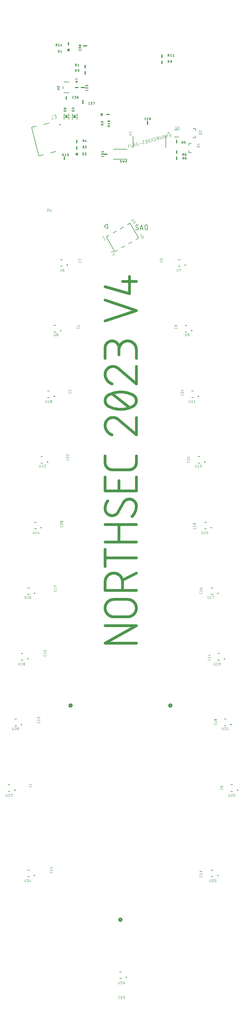
<source format=gbr>
G04 EAGLE Gerber RS-274X export*
G75*
%MOMM*%
%FSLAX34Y34*%
%LPD*%
%INSilkscreen Top*%
%IPPOS*%
%AMOC8*
5,1,8,0,0,1.08239X$1,22.5*%
G01*
%ADD10C,0.127000*%
%ADD11C,0.076200*%
%ADD12R,0.406400X0.101600*%
%ADD13R,0.203200X0.101600*%
%ADD14R,0.609600X0.101600*%
%ADD15C,0.838200*%
%ADD16C,0.304800*%
%ADD17C,0.152400*%
%ADD18C,0.203200*%
%ADD19R,0.889000X0.190500*%
%ADD20C,0.200000*%
%ADD21C,0.050800*%
%ADD22R,0.190500X0.889000*%
%ADD23R,1.000000X0.200000*%
%ADD24C,0.101600*%
%ADD25C,0.508000*%

G36*
X-156188Y-55368D02*
X-156188Y-55368D01*
X-156171Y-55370D01*
X-156068Y-55348D01*
X-155963Y-55330D01*
X-155948Y-55322D01*
X-155930Y-55318D01*
X-155840Y-55264D01*
X-155747Y-55214D01*
X-155734Y-55201D01*
X-155719Y-55192D01*
X-155650Y-55112D01*
X-155578Y-55035D01*
X-155571Y-55018D01*
X-155559Y-55005D01*
X-155520Y-54907D01*
X-155476Y-54811D01*
X-155474Y-54793D01*
X-155467Y-54777D01*
X-155449Y-54610D01*
X-155449Y-46990D01*
X-155451Y-46973D01*
X-155450Y-46958D01*
X-155450Y-46955D01*
X-155471Y-46851D01*
X-155489Y-46747D01*
X-155497Y-46732D01*
X-155501Y-46714D01*
X-155554Y-46623D01*
X-155604Y-46530D01*
X-155616Y-46518D01*
X-155626Y-46502D01*
X-155705Y-46433D01*
X-155782Y-46361D01*
X-155798Y-46353D01*
X-155812Y-46341D01*
X-155909Y-46301D01*
X-156005Y-46257D01*
X-156023Y-46255D01*
X-156039Y-46248D01*
X-156145Y-46241D01*
X-156249Y-46230D01*
X-156267Y-46234D01*
X-156285Y-46232D01*
X-156387Y-46260D01*
X-156460Y-46276D01*
X-156463Y-46276D01*
X-156490Y-46282D01*
X-156505Y-46291D01*
X-156522Y-46296D01*
X-156667Y-46381D01*
X-161747Y-50191D01*
X-161750Y-50194D01*
X-161754Y-50196D01*
X-161835Y-50283D01*
X-161917Y-50368D01*
X-161919Y-50372D01*
X-161922Y-50375D01*
X-161972Y-50484D01*
X-162022Y-50591D01*
X-162022Y-50595D01*
X-162024Y-50599D01*
X-162037Y-50717D01*
X-162050Y-50835D01*
X-162050Y-50839D01*
X-162050Y-50844D01*
X-162024Y-50960D01*
X-162000Y-51076D01*
X-161997Y-51080D01*
X-161996Y-51084D01*
X-161935Y-51186D01*
X-161875Y-51288D01*
X-161871Y-51291D01*
X-161869Y-51294D01*
X-161747Y-51409D01*
X-156667Y-55219D01*
X-156651Y-55227D01*
X-156638Y-55240D01*
X-156542Y-55284D01*
X-156449Y-55333D01*
X-156431Y-55336D01*
X-156415Y-55343D01*
X-156310Y-55355D01*
X-156206Y-55371D01*
X-156188Y-55368D01*
G37*
G36*
X-130788Y-372868D02*
X-130788Y-372868D01*
X-130771Y-372870D01*
X-130668Y-372848D01*
X-130563Y-372830D01*
X-130548Y-372822D01*
X-130530Y-372818D01*
X-130440Y-372764D01*
X-130347Y-372714D01*
X-130334Y-372701D01*
X-130319Y-372692D01*
X-130250Y-372612D01*
X-130178Y-372535D01*
X-130171Y-372518D01*
X-130159Y-372505D01*
X-130120Y-372407D01*
X-130076Y-372311D01*
X-130074Y-372293D01*
X-130067Y-372277D01*
X-130049Y-372110D01*
X-130049Y-364490D01*
X-130051Y-364473D01*
X-130050Y-364458D01*
X-130050Y-364455D01*
X-130071Y-364351D01*
X-130089Y-364247D01*
X-130097Y-364232D01*
X-130101Y-364214D01*
X-130154Y-364123D01*
X-130204Y-364030D01*
X-130216Y-364018D01*
X-130226Y-364002D01*
X-130305Y-363933D01*
X-130382Y-363861D01*
X-130398Y-363853D01*
X-130412Y-363841D01*
X-130509Y-363801D01*
X-130605Y-363757D01*
X-130623Y-363755D01*
X-130639Y-363748D01*
X-130745Y-363741D01*
X-130849Y-363730D01*
X-130867Y-363734D01*
X-130885Y-363732D01*
X-130987Y-363760D01*
X-131060Y-363776D01*
X-131063Y-363776D01*
X-131090Y-363782D01*
X-131105Y-363791D01*
X-131122Y-363796D01*
X-131267Y-363881D01*
X-136347Y-367691D01*
X-136350Y-367694D01*
X-136354Y-367696D01*
X-136435Y-367783D01*
X-136517Y-367868D01*
X-136519Y-367872D01*
X-136522Y-367875D01*
X-136572Y-367984D01*
X-136622Y-368091D01*
X-136622Y-368095D01*
X-136624Y-368099D01*
X-136637Y-368217D01*
X-136650Y-368335D01*
X-136650Y-368339D01*
X-136650Y-368344D01*
X-136624Y-368460D01*
X-136600Y-368576D01*
X-136597Y-368580D01*
X-136596Y-368584D01*
X-136535Y-368686D01*
X-136475Y-368788D01*
X-136471Y-368791D01*
X-136469Y-368794D01*
X-136347Y-368909D01*
X-131267Y-372719D01*
X-131251Y-372727D01*
X-131238Y-372740D01*
X-131142Y-372784D01*
X-131049Y-372833D01*
X-131031Y-372836D01*
X-131015Y-372843D01*
X-130910Y-372855D01*
X-130806Y-372871D01*
X-130788Y-372868D01*
G37*
G36*
X-53322Y-250948D02*
X-53322Y-250948D01*
X-53305Y-250950D01*
X-53201Y-250929D01*
X-53097Y-250912D01*
X-53082Y-250903D01*
X-53064Y-250900D01*
X-52973Y-250846D01*
X-52880Y-250796D01*
X-52868Y-250784D01*
X-52852Y-250775D01*
X-52783Y-250695D01*
X-52711Y-250618D01*
X-52703Y-250602D01*
X-52691Y-250588D01*
X-52651Y-250491D01*
X-52642Y-250470D01*
X-52607Y-250395D01*
X-52605Y-250377D01*
X-52598Y-250361D01*
X-52591Y-250255D01*
X-52580Y-250151D01*
X-52584Y-250133D01*
X-52582Y-250115D01*
X-52610Y-250013D01*
X-52632Y-249910D01*
X-52641Y-249895D01*
X-52646Y-249878D01*
X-52731Y-249733D01*
X-56541Y-244653D01*
X-56544Y-244650D01*
X-56546Y-244647D01*
X-56633Y-244565D01*
X-56718Y-244483D01*
X-56722Y-244481D01*
X-56725Y-244478D01*
X-56834Y-244428D01*
X-56941Y-244378D01*
X-56945Y-244378D01*
X-56949Y-244376D01*
X-57067Y-244363D01*
X-57185Y-244350D01*
X-57189Y-244350D01*
X-57194Y-244350D01*
X-57310Y-244376D01*
X-57426Y-244401D01*
X-57430Y-244403D01*
X-57434Y-244404D01*
X-57536Y-244465D01*
X-57638Y-244526D01*
X-57641Y-244529D01*
X-57644Y-244531D01*
X-57759Y-244653D01*
X-61569Y-249733D01*
X-61577Y-249749D01*
X-61590Y-249762D01*
X-61634Y-249858D01*
X-61683Y-249951D01*
X-61686Y-249969D01*
X-61693Y-249985D01*
X-61705Y-250090D01*
X-61721Y-250194D01*
X-61718Y-250212D01*
X-61720Y-250229D01*
X-61698Y-250332D01*
X-61680Y-250437D01*
X-61672Y-250452D01*
X-61668Y-250470D01*
X-61614Y-250560D01*
X-61564Y-250654D01*
X-61551Y-250666D01*
X-61542Y-250681D01*
X-61462Y-250750D01*
X-61385Y-250822D01*
X-61368Y-250829D01*
X-61355Y-250841D01*
X-61257Y-250880D01*
X-61161Y-250924D01*
X-61143Y-250926D01*
X-61127Y-250933D01*
X-60960Y-250951D01*
X-53340Y-250951D01*
X-53322Y-250948D01*
G37*
G36*
X-163029Y-257005D02*
X-163029Y-257005D01*
X-162957Y-257005D01*
X-162889Y-256985D01*
X-162819Y-256975D01*
X-162753Y-256946D01*
X-162684Y-256926D01*
X-162624Y-256888D01*
X-162559Y-256859D01*
X-162504Y-256813D01*
X-162444Y-256775D01*
X-162396Y-256722D01*
X-162342Y-256676D01*
X-162302Y-256616D01*
X-162255Y-256562D01*
X-162224Y-256498D01*
X-162185Y-256439D01*
X-162163Y-256371D01*
X-162132Y-256306D01*
X-162120Y-256236D01*
X-162099Y-256168D01*
X-162097Y-256096D01*
X-162085Y-256026D01*
X-162093Y-255955D01*
X-162091Y-255884D01*
X-162110Y-255814D01*
X-162118Y-255743D01*
X-162143Y-255688D01*
X-162163Y-255609D01*
X-162224Y-255506D01*
X-162255Y-255437D01*
X-164255Y-252437D01*
X-164332Y-252350D01*
X-164405Y-252260D01*
X-164427Y-252245D01*
X-164445Y-252225D01*
X-164542Y-252163D01*
X-164637Y-252096D01*
X-164663Y-252088D01*
X-164685Y-252073D01*
X-164796Y-252041D01*
X-164906Y-252003D01*
X-164933Y-252002D01*
X-164958Y-251995D01*
X-165074Y-251995D01*
X-165190Y-251989D01*
X-165216Y-251995D01*
X-165243Y-251995D01*
X-165354Y-252027D01*
X-165467Y-252053D01*
X-165490Y-252066D01*
X-165516Y-252074D01*
X-165614Y-252136D01*
X-165715Y-252192D01*
X-165731Y-252210D01*
X-165756Y-252225D01*
X-165941Y-252433D01*
X-165945Y-252437D01*
X-167945Y-255437D01*
X-167976Y-255501D01*
X-168016Y-255561D01*
X-168037Y-255629D01*
X-168068Y-255693D01*
X-168080Y-255764D01*
X-168101Y-255832D01*
X-168103Y-255903D01*
X-168115Y-255974D01*
X-168107Y-256045D01*
X-168109Y-256116D01*
X-168091Y-256185D01*
X-168082Y-256256D01*
X-168055Y-256322D01*
X-168037Y-256391D01*
X-168000Y-256452D01*
X-167973Y-256518D01*
X-167928Y-256574D01*
X-167892Y-256636D01*
X-167840Y-256685D01*
X-167795Y-256740D01*
X-167737Y-256781D01*
X-167684Y-256830D01*
X-167621Y-256863D01*
X-167563Y-256904D01*
X-167495Y-256927D01*
X-167431Y-256960D01*
X-167372Y-256970D01*
X-167294Y-256997D01*
X-167175Y-257003D01*
X-167100Y-257015D01*
X-163100Y-257015D01*
X-163029Y-257005D01*
G37*
G36*
X-137629Y-257005D02*
X-137629Y-257005D01*
X-137557Y-257005D01*
X-137489Y-256985D01*
X-137419Y-256975D01*
X-137353Y-256946D01*
X-137284Y-256926D01*
X-137224Y-256888D01*
X-137159Y-256859D01*
X-137104Y-256813D01*
X-137044Y-256775D01*
X-136996Y-256722D01*
X-136942Y-256676D01*
X-136902Y-256616D01*
X-136855Y-256562D01*
X-136824Y-256498D01*
X-136785Y-256439D01*
X-136763Y-256371D01*
X-136732Y-256306D01*
X-136720Y-256236D01*
X-136699Y-256168D01*
X-136697Y-256096D01*
X-136685Y-256026D01*
X-136693Y-255955D01*
X-136691Y-255884D01*
X-136710Y-255814D01*
X-136718Y-255743D01*
X-136743Y-255688D01*
X-136763Y-255609D01*
X-136824Y-255506D01*
X-136855Y-255437D01*
X-138855Y-252437D01*
X-138932Y-252350D01*
X-139005Y-252260D01*
X-139027Y-252245D01*
X-139045Y-252225D01*
X-139142Y-252163D01*
X-139237Y-252096D01*
X-139263Y-252088D01*
X-139285Y-252073D01*
X-139396Y-252041D01*
X-139506Y-252003D01*
X-139533Y-252002D01*
X-139558Y-251995D01*
X-139674Y-251995D01*
X-139790Y-251989D01*
X-139816Y-251995D01*
X-139843Y-251995D01*
X-139954Y-252027D01*
X-140067Y-252053D01*
X-140090Y-252066D01*
X-140116Y-252074D01*
X-140214Y-252136D01*
X-140315Y-252192D01*
X-140331Y-252210D01*
X-140356Y-252225D01*
X-140541Y-252433D01*
X-140545Y-252437D01*
X-142545Y-255437D01*
X-142576Y-255501D01*
X-142616Y-255561D01*
X-142637Y-255629D01*
X-142668Y-255693D01*
X-142680Y-255764D01*
X-142701Y-255832D01*
X-142703Y-255903D01*
X-142715Y-255974D01*
X-142707Y-256045D01*
X-142709Y-256116D01*
X-142691Y-256185D01*
X-142682Y-256256D01*
X-142655Y-256322D01*
X-142637Y-256391D01*
X-142600Y-256452D01*
X-142573Y-256518D01*
X-142528Y-256574D01*
X-142492Y-256636D01*
X-142440Y-256685D01*
X-142395Y-256740D01*
X-142337Y-256781D01*
X-142284Y-256830D01*
X-142221Y-256863D01*
X-142163Y-256904D01*
X-142095Y-256927D01*
X-142031Y-256960D01*
X-141972Y-256970D01*
X-141894Y-256997D01*
X-141775Y-257003D01*
X-141700Y-257015D01*
X-137700Y-257015D01*
X-137629Y-257005D01*
G37*
D10*
X51350Y-598805D02*
X51464Y-598803D01*
X51577Y-598797D01*
X51691Y-598788D01*
X51803Y-598774D01*
X51916Y-598757D01*
X52028Y-598735D01*
X52138Y-598710D01*
X52248Y-598682D01*
X52357Y-598649D01*
X52465Y-598613D01*
X52572Y-598573D01*
X52677Y-598529D01*
X52780Y-598482D01*
X52882Y-598432D01*
X52982Y-598378D01*
X53080Y-598320D01*
X53176Y-598259D01*
X53270Y-598196D01*
X53362Y-598128D01*
X53452Y-598058D01*
X53538Y-597985D01*
X53623Y-597909D01*
X53705Y-597830D01*
X53784Y-597748D01*
X53860Y-597663D01*
X53933Y-597577D01*
X54003Y-597487D01*
X54071Y-597395D01*
X54134Y-597301D01*
X54195Y-597205D01*
X54253Y-597107D01*
X54307Y-597007D01*
X54357Y-596905D01*
X54404Y-596802D01*
X54448Y-596697D01*
X54488Y-596590D01*
X54524Y-596482D01*
X54557Y-596373D01*
X54585Y-596263D01*
X54610Y-596153D01*
X54632Y-596041D01*
X54649Y-595928D01*
X54663Y-595816D01*
X54672Y-595702D01*
X54678Y-595589D01*
X54680Y-595475D01*
X51350Y-598805D02*
X51182Y-598803D01*
X51013Y-598797D01*
X50845Y-598787D01*
X50678Y-598773D01*
X50510Y-598755D01*
X50344Y-598733D01*
X50177Y-598707D01*
X50012Y-598677D01*
X49847Y-598643D01*
X49683Y-598605D01*
X49520Y-598563D01*
X49358Y-598517D01*
X49197Y-598467D01*
X49037Y-598414D01*
X48879Y-598357D01*
X48722Y-598296D01*
X48567Y-598231D01*
X48413Y-598163D01*
X48261Y-598090D01*
X48111Y-598015D01*
X47962Y-597935D01*
X47816Y-597853D01*
X47671Y-597766D01*
X47529Y-597677D01*
X47388Y-597584D01*
X47250Y-597487D01*
X47115Y-597387D01*
X46982Y-597284D01*
X46851Y-597178D01*
X46723Y-597069D01*
X46597Y-596957D01*
X46475Y-596842D01*
X46355Y-596724D01*
X46772Y-587149D02*
X46774Y-587035D01*
X46780Y-586922D01*
X46789Y-586808D01*
X46803Y-586696D01*
X46820Y-586583D01*
X46842Y-586471D01*
X46867Y-586361D01*
X46895Y-586251D01*
X46928Y-586142D01*
X46964Y-586034D01*
X47004Y-585927D01*
X47048Y-585822D01*
X47095Y-585719D01*
X47145Y-585617D01*
X47199Y-585517D01*
X47257Y-585419D01*
X47318Y-585323D01*
X47381Y-585229D01*
X47449Y-585137D01*
X47519Y-585047D01*
X47592Y-584961D01*
X47668Y-584876D01*
X47747Y-584794D01*
X47829Y-584715D01*
X47914Y-584639D01*
X48000Y-584566D01*
X48090Y-584496D01*
X48182Y-584428D01*
X48276Y-584365D01*
X48372Y-584304D01*
X48470Y-584246D01*
X48570Y-584192D01*
X48672Y-584142D01*
X48775Y-584095D01*
X48880Y-584051D01*
X48987Y-584011D01*
X49095Y-583975D01*
X49204Y-583942D01*
X49314Y-583914D01*
X49424Y-583889D01*
X49536Y-583867D01*
X49649Y-583850D01*
X49761Y-583836D01*
X49875Y-583827D01*
X49988Y-583821D01*
X50102Y-583819D01*
X50257Y-583821D01*
X50411Y-583827D01*
X50565Y-583836D01*
X50719Y-583850D01*
X50873Y-583867D01*
X51026Y-583888D01*
X51178Y-583912D01*
X51330Y-583941D01*
X51481Y-583973D01*
X51632Y-584009D01*
X51781Y-584049D01*
X51929Y-584092D01*
X52077Y-584139D01*
X52223Y-584190D01*
X52367Y-584244D01*
X52511Y-584302D01*
X52652Y-584364D01*
X52793Y-584428D01*
X52931Y-584497D01*
X53068Y-584568D01*
X53203Y-584644D01*
X53336Y-584722D01*
X53468Y-584804D01*
X53597Y-584889D01*
X53724Y-584977D01*
X53848Y-585068D01*
X48436Y-590063D02*
X48339Y-590004D01*
X48245Y-589941D01*
X48152Y-589876D01*
X48062Y-589807D01*
X47974Y-589736D01*
X47889Y-589661D01*
X47806Y-589584D01*
X47726Y-589504D01*
X47648Y-589422D01*
X47574Y-589336D01*
X47502Y-589249D01*
X47433Y-589159D01*
X47367Y-589067D01*
X47305Y-588972D01*
X47245Y-588876D01*
X47189Y-588778D01*
X47136Y-588677D01*
X47087Y-588575D01*
X47041Y-588472D01*
X46998Y-588367D01*
X46959Y-588261D01*
X46923Y-588153D01*
X46892Y-588044D01*
X46864Y-587935D01*
X46839Y-587824D01*
X46818Y-587713D01*
X46801Y-587601D01*
X46788Y-587488D01*
X46779Y-587375D01*
X46773Y-587262D01*
X46771Y-587149D01*
X53015Y-592561D02*
X53112Y-592620D01*
X53206Y-592683D01*
X53299Y-592748D01*
X53389Y-592817D01*
X53477Y-592888D01*
X53562Y-592963D01*
X53645Y-593040D01*
X53725Y-593120D01*
X53803Y-593202D01*
X53877Y-593288D01*
X53949Y-593375D01*
X54018Y-593465D01*
X54084Y-593557D01*
X54146Y-593652D01*
X54206Y-593748D01*
X54262Y-593846D01*
X54315Y-593947D01*
X54364Y-594049D01*
X54411Y-594152D01*
X54453Y-594257D01*
X54492Y-594363D01*
X54528Y-594471D01*
X54559Y-594580D01*
X54587Y-594689D01*
X54612Y-594800D01*
X54633Y-594911D01*
X54650Y-595023D01*
X54663Y-595136D01*
X54672Y-595249D01*
X54678Y-595362D01*
X54680Y-595475D01*
X53015Y-592561D02*
X48436Y-590063D01*
X59517Y-598805D02*
X64512Y-583819D01*
X69508Y-598805D01*
X68259Y-595059D02*
X60766Y-595059D01*
X74827Y-594642D02*
X74827Y-587982D01*
X74829Y-587854D01*
X74835Y-587726D01*
X74845Y-587598D01*
X74859Y-587470D01*
X74876Y-587343D01*
X74898Y-587217D01*
X74923Y-587091D01*
X74953Y-586967D01*
X74986Y-586843D01*
X75023Y-586720D01*
X75064Y-586598D01*
X75108Y-586478D01*
X75156Y-586359D01*
X75208Y-586242D01*
X75263Y-586126D01*
X75322Y-586013D01*
X75385Y-585901D01*
X75451Y-585790D01*
X75520Y-585683D01*
X75592Y-585577D01*
X75668Y-585473D01*
X75747Y-585372D01*
X75829Y-585273D01*
X75914Y-585177D01*
X76001Y-585084D01*
X76092Y-584993D01*
X76185Y-584906D01*
X76281Y-584821D01*
X76380Y-584739D01*
X76481Y-584660D01*
X76585Y-584584D01*
X76691Y-584512D01*
X76798Y-584443D01*
X76909Y-584377D01*
X77021Y-584314D01*
X77134Y-584255D01*
X77250Y-584200D01*
X77367Y-584148D01*
X77486Y-584100D01*
X77606Y-584056D01*
X77728Y-584015D01*
X77851Y-583978D01*
X77975Y-583945D01*
X78099Y-583915D01*
X78225Y-583890D01*
X78351Y-583868D01*
X78478Y-583851D01*
X78606Y-583837D01*
X78734Y-583827D01*
X78862Y-583821D01*
X78990Y-583819D01*
X79118Y-583821D01*
X79246Y-583827D01*
X79374Y-583837D01*
X79502Y-583851D01*
X79629Y-583868D01*
X79755Y-583890D01*
X79881Y-583915D01*
X80005Y-583945D01*
X80129Y-583978D01*
X80252Y-584015D01*
X80374Y-584056D01*
X80494Y-584100D01*
X80613Y-584148D01*
X80730Y-584200D01*
X80846Y-584255D01*
X80959Y-584314D01*
X81072Y-584377D01*
X81182Y-584443D01*
X81289Y-584512D01*
X81395Y-584584D01*
X81499Y-584660D01*
X81600Y-584739D01*
X81699Y-584821D01*
X81795Y-584906D01*
X81888Y-584993D01*
X81979Y-585084D01*
X82066Y-585177D01*
X82151Y-585273D01*
X82233Y-585372D01*
X82312Y-585473D01*
X82388Y-585577D01*
X82460Y-585683D01*
X82529Y-585790D01*
X82595Y-585901D01*
X82658Y-586013D01*
X82717Y-586126D01*
X82772Y-586242D01*
X82824Y-586359D01*
X82872Y-586478D01*
X82916Y-586598D01*
X82957Y-586720D01*
X82994Y-586843D01*
X83027Y-586967D01*
X83057Y-587091D01*
X83082Y-587217D01*
X83104Y-587343D01*
X83121Y-587470D01*
X83135Y-587598D01*
X83145Y-587726D01*
X83151Y-587854D01*
X83153Y-587982D01*
X83152Y-587982D02*
X83152Y-594642D01*
X83153Y-594642D02*
X83151Y-594770D01*
X83145Y-594898D01*
X83135Y-595026D01*
X83121Y-595154D01*
X83104Y-595281D01*
X83082Y-595407D01*
X83057Y-595533D01*
X83027Y-595657D01*
X82994Y-595781D01*
X82957Y-595904D01*
X82916Y-596026D01*
X82872Y-596146D01*
X82824Y-596265D01*
X82772Y-596382D01*
X82717Y-596498D01*
X82658Y-596611D01*
X82595Y-596724D01*
X82529Y-596834D01*
X82460Y-596941D01*
X82388Y-597047D01*
X82312Y-597151D01*
X82233Y-597252D01*
X82151Y-597351D01*
X82066Y-597447D01*
X81979Y-597540D01*
X81888Y-597631D01*
X81795Y-597718D01*
X81699Y-597803D01*
X81600Y-597885D01*
X81499Y-597964D01*
X81395Y-598040D01*
X81289Y-598112D01*
X81182Y-598181D01*
X81071Y-598247D01*
X80959Y-598310D01*
X80846Y-598369D01*
X80730Y-598424D01*
X80613Y-598476D01*
X80494Y-598524D01*
X80374Y-598568D01*
X80252Y-598609D01*
X80129Y-598646D01*
X80005Y-598679D01*
X79881Y-598709D01*
X79755Y-598734D01*
X79629Y-598756D01*
X79502Y-598773D01*
X79374Y-598787D01*
X79246Y-598797D01*
X79118Y-598803D01*
X78990Y-598805D01*
X78862Y-598803D01*
X78734Y-598797D01*
X78606Y-598787D01*
X78478Y-598773D01*
X78351Y-598756D01*
X78225Y-598734D01*
X78099Y-598709D01*
X77975Y-598679D01*
X77851Y-598646D01*
X77728Y-598609D01*
X77606Y-598568D01*
X77486Y-598524D01*
X77367Y-598476D01*
X77250Y-598424D01*
X77134Y-598369D01*
X77021Y-598310D01*
X76908Y-598247D01*
X76798Y-598181D01*
X76691Y-598112D01*
X76585Y-598040D01*
X76481Y-597964D01*
X76380Y-597885D01*
X76281Y-597803D01*
X76185Y-597718D01*
X76092Y-597631D01*
X76001Y-597540D01*
X75914Y-597447D01*
X75829Y-597351D01*
X75747Y-597252D01*
X75668Y-597151D01*
X75592Y-597047D01*
X75520Y-596941D01*
X75451Y-596834D01*
X75385Y-596724D01*
X75322Y-596611D01*
X75263Y-596498D01*
X75208Y-596382D01*
X75156Y-596265D01*
X75108Y-596146D01*
X75064Y-596026D01*
X75023Y-595904D01*
X74986Y-595781D01*
X74953Y-595657D01*
X74923Y-595533D01*
X74898Y-595407D01*
X74876Y-595281D01*
X74859Y-595154D01*
X74845Y-595026D01*
X74835Y-594898D01*
X74829Y-594770D01*
X74827Y-594642D01*
D11*
X25669Y-348783D02*
X23237Y-339706D01*
X27272Y-338625D01*
X28353Y-342659D02*
X24318Y-343740D01*
X30892Y-337654D02*
X33324Y-346732D01*
X37359Y-345651D01*
X40163Y-344900D02*
X40757Y-335011D01*
X46215Y-343278D01*
X44850Y-341211D02*
X40312Y-342428D01*
X51973Y-336330D02*
X53486Y-335924D01*
X54837Y-340968D01*
X51811Y-341778D01*
X51725Y-341799D01*
X51638Y-341816D01*
X51551Y-341830D01*
X51463Y-341840D01*
X51374Y-341846D01*
X51286Y-341849D01*
X51197Y-341848D01*
X51109Y-341843D01*
X51020Y-341834D01*
X50933Y-341821D01*
X50846Y-341805D01*
X50759Y-341785D01*
X50674Y-341762D01*
X50589Y-341735D01*
X50506Y-341704D01*
X50424Y-341670D01*
X50344Y-341632D01*
X50266Y-341591D01*
X50189Y-341547D01*
X50114Y-341499D01*
X50041Y-341448D01*
X49971Y-341395D01*
X49903Y-341338D01*
X49837Y-341279D01*
X49774Y-341216D01*
X49713Y-341152D01*
X49656Y-341084D01*
X49601Y-341014D01*
X49549Y-340942D01*
X49501Y-340868D01*
X49455Y-340792D01*
X49413Y-340714D01*
X49374Y-340634D01*
X49339Y-340553D01*
X49307Y-340470D01*
X49279Y-340387D01*
X49254Y-340301D01*
X49254Y-340302D02*
X47902Y-335259D01*
X47903Y-335258D02*
X47881Y-335170D01*
X47864Y-335081D01*
X47850Y-334991D01*
X47840Y-334900D01*
X47834Y-334809D01*
X47832Y-334718D01*
X47834Y-334627D01*
X47840Y-334536D01*
X47850Y-334445D01*
X47864Y-334355D01*
X47881Y-334266D01*
X47903Y-334178D01*
X47929Y-334090D01*
X47958Y-334004D01*
X47991Y-333919D01*
X48028Y-333836D01*
X48068Y-333754D01*
X48112Y-333674D01*
X48159Y-333596D01*
X48210Y-333520D01*
X48263Y-333447D01*
X48320Y-333376D01*
X48381Y-333307D01*
X48444Y-333242D01*
X48509Y-333179D01*
X48578Y-333119D01*
X48649Y-333061D01*
X48722Y-333008D01*
X48798Y-332957D01*
X48876Y-332910D01*
X48956Y-332866D01*
X49038Y-332826D01*
X49121Y-332789D01*
X49206Y-332756D01*
X49292Y-332727D01*
X49380Y-332701D01*
X49379Y-332701D02*
X52405Y-331890D01*
X58060Y-336321D02*
X64111Y-334699D01*
X66204Y-328192D02*
X71247Y-326841D01*
X68637Y-337270D01*
X73680Y-335919D01*
X77175Y-334982D02*
X79696Y-334307D01*
X79793Y-334279D01*
X79889Y-334247D01*
X79984Y-334212D01*
X80077Y-334172D01*
X80169Y-334130D01*
X80259Y-334083D01*
X80347Y-334033D01*
X80434Y-333980D01*
X80518Y-333924D01*
X80599Y-333864D01*
X80679Y-333801D01*
X80756Y-333735D01*
X80830Y-333667D01*
X80902Y-333595D01*
X80970Y-333521D01*
X81036Y-333444D01*
X81099Y-333364D01*
X81159Y-333283D01*
X81215Y-333199D01*
X81268Y-333112D01*
X81318Y-333024D01*
X81365Y-332934D01*
X81407Y-332842D01*
X81447Y-332749D01*
X81482Y-332654D01*
X81514Y-332558D01*
X81542Y-332461D01*
X81566Y-332362D01*
X81587Y-332263D01*
X81603Y-332163D01*
X81616Y-332063D01*
X81625Y-331962D01*
X81630Y-331861D01*
X81631Y-331760D01*
X81628Y-331658D01*
X81621Y-331557D01*
X81610Y-331457D01*
X81596Y-331357D01*
X81577Y-331257D01*
X81555Y-331158D01*
X81528Y-331060D01*
X81498Y-330964D01*
X81465Y-330868D01*
X81427Y-330774D01*
X81386Y-330682D01*
X81342Y-330591D01*
X81294Y-330501D01*
X81242Y-330414D01*
X81187Y-330329D01*
X81129Y-330246D01*
X81068Y-330166D01*
X81004Y-330087D01*
X80936Y-330012D01*
X80866Y-329939D01*
X80793Y-329869D01*
X80718Y-329801D01*
X80639Y-329737D01*
X80559Y-329676D01*
X80476Y-329618D01*
X80391Y-329563D01*
X80304Y-329511D01*
X80214Y-329463D01*
X80123Y-329419D01*
X80031Y-329378D01*
X79937Y-329340D01*
X79841Y-329307D01*
X79745Y-329277D01*
X79647Y-329250D01*
X79548Y-329228D01*
X79448Y-329209D01*
X79348Y-329195D01*
X79248Y-329184D01*
X79147Y-329177D01*
X79045Y-329174D01*
X78944Y-329175D01*
X78843Y-329180D01*
X78742Y-329189D01*
X78642Y-329202D01*
X78542Y-329218D01*
X78443Y-329239D01*
X78344Y-329263D01*
X77768Y-325094D02*
X74742Y-325905D01*
X77769Y-325094D02*
X77856Y-325073D01*
X77944Y-325055D01*
X78033Y-325041D01*
X78122Y-325031D01*
X78212Y-325025D01*
X78302Y-325023D01*
X78391Y-325025D01*
X78481Y-325030D01*
X78570Y-325039D01*
X78659Y-325053D01*
X78748Y-325070D01*
X78835Y-325090D01*
X78921Y-325115D01*
X79007Y-325143D01*
X79091Y-325175D01*
X79173Y-325210D01*
X79254Y-325249D01*
X79333Y-325292D01*
X79411Y-325337D01*
X79486Y-325386D01*
X79559Y-325439D01*
X79630Y-325494D01*
X79698Y-325552D01*
X79764Y-325614D01*
X79827Y-325678D01*
X79887Y-325744D01*
X79945Y-325813D01*
X79999Y-325885D01*
X80050Y-325959D01*
X80098Y-326035D01*
X80143Y-326113D01*
X80184Y-326193D01*
X80222Y-326274D01*
X80256Y-326357D01*
X80287Y-326442D01*
X80314Y-326527D01*
X80337Y-326614D01*
X80357Y-326702D01*
X80372Y-326790D01*
X80384Y-326879D01*
X80392Y-326969D01*
X80396Y-327059D01*
X80397Y-327148D01*
X80393Y-327238D01*
X80386Y-327328D01*
X80374Y-327417D01*
X80359Y-327505D01*
X80341Y-327593D01*
X80318Y-327680D01*
X80292Y-327766D01*
X80262Y-327851D01*
X80228Y-327934D01*
X80191Y-328016D01*
X80150Y-328096D01*
X80106Y-328174D01*
X80059Y-328251D01*
X80008Y-328325D01*
X79954Y-328397D01*
X79897Y-328466D01*
X79837Y-328534D01*
X79775Y-328598D01*
X79709Y-328660D01*
X79642Y-328718D01*
X79571Y-328774D01*
X79498Y-328827D01*
X79424Y-328877D01*
X79347Y-328923D01*
X79268Y-328966D01*
X79187Y-329005D01*
X79105Y-329041D01*
X79021Y-329074D01*
X78936Y-329103D01*
X78849Y-329128D01*
X76832Y-329669D01*
X86007Y-332616D02*
X89033Y-331805D01*
X89032Y-331805D02*
X89120Y-331779D01*
X89206Y-331750D01*
X89291Y-331717D01*
X89374Y-331680D01*
X89456Y-331640D01*
X89536Y-331596D01*
X89614Y-331549D01*
X89690Y-331498D01*
X89763Y-331445D01*
X89834Y-331387D01*
X89903Y-331327D01*
X89968Y-331264D01*
X90031Y-331199D01*
X90092Y-331130D01*
X90149Y-331059D01*
X90202Y-330986D01*
X90253Y-330910D01*
X90300Y-330832D01*
X90344Y-330752D01*
X90384Y-330670D01*
X90421Y-330587D01*
X90454Y-330502D01*
X90483Y-330416D01*
X90509Y-330328D01*
X90531Y-330240D01*
X90548Y-330151D01*
X90562Y-330061D01*
X90572Y-329970D01*
X90578Y-329879D01*
X90580Y-329788D01*
X90578Y-329697D01*
X90572Y-329606D01*
X90562Y-329515D01*
X90548Y-329425D01*
X90531Y-329336D01*
X90509Y-329248D01*
X90510Y-329247D02*
X90239Y-328238D01*
X90240Y-328238D02*
X90214Y-328151D01*
X90185Y-328064D01*
X90152Y-327980D01*
X90115Y-327896D01*
X90075Y-327814D01*
X90031Y-327734D01*
X89984Y-327657D01*
X89933Y-327581D01*
X89879Y-327507D01*
X89822Y-327436D01*
X89762Y-327368D01*
X89699Y-327302D01*
X89633Y-327239D01*
X89565Y-327179D01*
X89494Y-327122D01*
X89420Y-327068D01*
X89344Y-327017D01*
X89267Y-326970D01*
X89187Y-326926D01*
X89105Y-326886D01*
X89021Y-326849D01*
X88937Y-326816D01*
X88850Y-326787D01*
X88763Y-326761D01*
X88674Y-326740D01*
X88585Y-326722D01*
X88495Y-326708D01*
X88404Y-326698D01*
X88313Y-326692D01*
X88222Y-326690D01*
X88131Y-326692D01*
X88040Y-326698D01*
X87949Y-326708D01*
X87859Y-326722D01*
X87770Y-326740D01*
X87681Y-326761D01*
X87682Y-326762D02*
X84656Y-327572D01*
X83575Y-323538D01*
X88618Y-322187D01*
X97954Y-319685D02*
X94335Y-330384D01*
X100387Y-328763D02*
X91903Y-321306D01*
X101534Y-318726D02*
X103966Y-327803D01*
X101534Y-318726D02*
X104055Y-318050D01*
X104152Y-318026D01*
X104250Y-318006D01*
X104349Y-317989D01*
X104448Y-317976D01*
X104548Y-317967D01*
X104648Y-317962D01*
X104748Y-317961D01*
X104848Y-317964D01*
X104947Y-317970D01*
X105047Y-317980D01*
X105146Y-317994D01*
X105244Y-318012D01*
X105342Y-318034D01*
X105439Y-318059D01*
X105535Y-318088D01*
X105629Y-318120D01*
X105722Y-318157D01*
X105814Y-318196D01*
X105904Y-318240D01*
X105993Y-318286D01*
X106080Y-318336D01*
X106164Y-318390D01*
X106247Y-318446D01*
X106327Y-318506D01*
X106405Y-318568D01*
X106481Y-318634D01*
X106554Y-318702D01*
X106624Y-318774D01*
X106691Y-318847D01*
X106756Y-318924D01*
X106818Y-319002D01*
X106876Y-319084D01*
X106932Y-319167D01*
X106984Y-319252D01*
X107033Y-319339D01*
X107078Y-319428D01*
X107120Y-319519D01*
X107159Y-319611D01*
X107194Y-319705D01*
X107225Y-319800D01*
X107253Y-319896D01*
X108334Y-323931D01*
X108334Y-323930D02*
X108358Y-324027D01*
X108378Y-324125D01*
X108395Y-324224D01*
X108408Y-324323D01*
X108417Y-324423D01*
X108422Y-324523D01*
X108423Y-324623D01*
X108420Y-324723D01*
X108414Y-324822D01*
X108404Y-324922D01*
X108390Y-325021D01*
X108372Y-325119D01*
X108350Y-325217D01*
X108325Y-325314D01*
X108296Y-325410D01*
X108264Y-325504D01*
X108227Y-325597D01*
X108188Y-325689D01*
X108144Y-325779D01*
X108098Y-325868D01*
X108048Y-325955D01*
X107994Y-326039D01*
X107938Y-326122D01*
X107878Y-326202D01*
X107816Y-326280D01*
X107750Y-326356D01*
X107682Y-326429D01*
X107610Y-326499D01*
X107537Y-326566D01*
X107460Y-326631D01*
X107382Y-326693D01*
X107300Y-326751D01*
X107217Y-326807D01*
X107132Y-326859D01*
X107045Y-326908D01*
X106956Y-326953D01*
X106865Y-326995D01*
X106773Y-327034D01*
X106679Y-327069D01*
X106584Y-327100D01*
X106488Y-327128D01*
X103966Y-327803D01*
X112417Y-322837D02*
X112393Y-322738D01*
X112372Y-322639D01*
X112356Y-322539D01*
X112343Y-322439D01*
X112334Y-322338D01*
X112329Y-322237D01*
X112328Y-322136D01*
X112331Y-322034D01*
X112338Y-321933D01*
X112349Y-321833D01*
X112363Y-321733D01*
X112382Y-321633D01*
X112404Y-321534D01*
X112431Y-321436D01*
X112461Y-321340D01*
X112494Y-321244D01*
X112532Y-321150D01*
X112573Y-321058D01*
X112617Y-320967D01*
X112665Y-320877D01*
X112717Y-320790D01*
X112772Y-320705D01*
X112830Y-320622D01*
X112891Y-320542D01*
X112955Y-320463D01*
X113023Y-320388D01*
X113093Y-320315D01*
X113166Y-320245D01*
X113241Y-320177D01*
X113320Y-320113D01*
X113400Y-320052D01*
X113483Y-319994D01*
X113568Y-319939D01*
X113655Y-319887D01*
X113745Y-319839D01*
X113836Y-319795D01*
X113928Y-319754D01*
X114022Y-319716D01*
X114118Y-319683D01*
X114214Y-319653D01*
X114312Y-319626D01*
X114411Y-319604D01*
X114511Y-319585D01*
X114611Y-319571D01*
X114711Y-319560D01*
X114812Y-319553D01*
X114914Y-319550D01*
X115015Y-319551D01*
X115116Y-319556D01*
X115217Y-319565D01*
X115317Y-319578D01*
X115417Y-319594D01*
X115516Y-319615D01*
X115615Y-319639D01*
X115712Y-319667D01*
X115808Y-319699D01*
X115903Y-319734D01*
X115996Y-319774D01*
X116088Y-319816D01*
X116178Y-319863D01*
X116266Y-319913D01*
X116353Y-319966D01*
X116437Y-320022D01*
X116518Y-320082D01*
X116598Y-320145D01*
X116675Y-320211D01*
X116749Y-320279D01*
X116821Y-320351D01*
X116889Y-320425D01*
X116955Y-320502D01*
X117018Y-320582D01*
X117078Y-320663D01*
X117134Y-320747D01*
X117187Y-320834D01*
X117237Y-320922D01*
X117284Y-321012D01*
X117326Y-321104D01*
X117366Y-321197D01*
X117401Y-321292D01*
X117433Y-321388D01*
X117461Y-321485D01*
X117485Y-321583D01*
X117506Y-321683D01*
X117522Y-321783D01*
X117535Y-321883D01*
X117544Y-321984D01*
X117549Y-322085D01*
X117550Y-322186D01*
X117547Y-322288D01*
X117540Y-322389D01*
X117529Y-322489D01*
X117515Y-322589D01*
X117496Y-322689D01*
X117474Y-322788D01*
X117447Y-322886D01*
X117417Y-322982D01*
X117384Y-323078D01*
X117346Y-323172D01*
X117305Y-323264D01*
X117261Y-323355D01*
X117213Y-323445D01*
X117161Y-323532D01*
X117106Y-323617D01*
X117048Y-323700D01*
X116987Y-323780D01*
X116923Y-323859D01*
X116855Y-323934D01*
X116785Y-324007D01*
X116712Y-324077D01*
X116637Y-324145D01*
X116558Y-324209D01*
X116478Y-324270D01*
X116395Y-324328D01*
X116310Y-324383D01*
X116223Y-324435D01*
X116133Y-324483D01*
X116042Y-324527D01*
X115950Y-324568D01*
X115856Y-324606D01*
X115760Y-324639D01*
X115664Y-324669D01*
X115566Y-324696D01*
X115467Y-324718D01*
X115367Y-324737D01*
X115267Y-324751D01*
X115167Y-324762D01*
X115066Y-324769D01*
X114964Y-324772D01*
X114863Y-324771D01*
X114762Y-324766D01*
X114661Y-324757D01*
X114561Y-324744D01*
X114461Y-324728D01*
X114362Y-324707D01*
X114263Y-324683D01*
X114166Y-324655D01*
X114070Y-324623D01*
X113975Y-324588D01*
X113882Y-324548D01*
X113790Y-324506D01*
X113700Y-324459D01*
X113612Y-324409D01*
X113525Y-324356D01*
X113441Y-324300D01*
X113360Y-324240D01*
X113280Y-324177D01*
X113203Y-324111D01*
X113129Y-324043D01*
X113057Y-323971D01*
X112989Y-323897D01*
X112923Y-323820D01*
X112860Y-323740D01*
X112800Y-323659D01*
X112744Y-323575D01*
X112691Y-323488D01*
X112641Y-323400D01*
X112594Y-323310D01*
X112552Y-323218D01*
X112512Y-323125D01*
X112477Y-323030D01*
X112445Y-322934D01*
X112417Y-322837D01*
X111706Y-318162D02*
X111685Y-318075D01*
X111667Y-317987D01*
X111653Y-317898D01*
X111643Y-317809D01*
X111637Y-317719D01*
X111635Y-317629D01*
X111637Y-317540D01*
X111642Y-317450D01*
X111651Y-317361D01*
X111665Y-317272D01*
X111682Y-317183D01*
X111702Y-317096D01*
X111727Y-317010D01*
X111755Y-316924D01*
X111787Y-316840D01*
X111822Y-316758D01*
X111861Y-316677D01*
X111904Y-316598D01*
X111949Y-316520D01*
X111998Y-316445D01*
X112051Y-316372D01*
X112106Y-316301D01*
X112164Y-316233D01*
X112226Y-316167D01*
X112290Y-316104D01*
X112356Y-316044D01*
X112425Y-315986D01*
X112497Y-315932D01*
X112571Y-315881D01*
X112647Y-315833D01*
X112725Y-315788D01*
X112805Y-315747D01*
X112886Y-315709D01*
X112969Y-315675D01*
X113054Y-315644D01*
X113139Y-315617D01*
X113226Y-315594D01*
X113314Y-315574D01*
X113402Y-315559D01*
X113491Y-315547D01*
X113581Y-315539D01*
X113671Y-315535D01*
X113760Y-315534D01*
X113850Y-315538D01*
X113940Y-315545D01*
X114029Y-315557D01*
X114117Y-315572D01*
X114205Y-315590D01*
X114292Y-315613D01*
X114378Y-315639D01*
X114463Y-315669D01*
X114546Y-315703D01*
X114628Y-315740D01*
X114708Y-315781D01*
X114786Y-315825D01*
X114863Y-315872D01*
X114937Y-315923D01*
X115009Y-315977D01*
X115078Y-316034D01*
X115146Y-316094D01*
X115210Y-316156D01*
X115272Y-316222D01*
X115330Y-316289D01*
X115386Y-316360D01*
X115439Y-316433D01*
X115489Y-316508D01*
X115535Y-316584D01*
X115578Y-316663D01*
X115617Y-316744D01*
X115653Y-316826D01*
X115686Y-316910D01*
X115715Y-316995D01*
X115740Y-317082D01*
X115762Y-317170D01*
X115779Y-317259D01*
X115793Y-317349D01*
X115803Y-317440D01*
X115809Y-317531D01*
X115811Y-317622D01*
X115809Y-317713D01*
X115803Y-317804D01*
X115793Y-317895D01*
X115779Y-317985D01*
X115762Y-318074D01*
X115740Y-318162D01*
X115714Y-318250D01*
X115685Y-318336D01*
X115652Y-318421D01*
X115615Y-318504D01*
X115575Y-318586D01*
X115531Y-318666D01*
X115484Y-318744D01*
X115433Y-318820D01*
X115380Y-318893D01*
X115322Y-318964D01*
X115262Y-319033D01*
X115199Y-319098D01*
X115134Y-319161D01*
X115065Y-319222D01*
X114994Y-319279D01*
X114921Y-319332D01*
X114845Y-319383D01*
X114767Y-319430D01*
X114687Y-319474D01*
X114605Y-319514D01*
X114522Y-319551D01*
X114437Y-319584D01*
X114351Y-319613D01*
X114263Y-319639D01*
X114175Y-319661D01*
X114086Y-319678D01*
X113996Y-319692D01*
X113905Y-319702D01*
X113814Y-319708D01*
X113723Y-319710D01*
X113632Y-319708D01*
X113541Y-319702D01*
X113450Y-319692D01*
X113360Y-319678D01*
X113271Y-319661D01*
X113183Y-319639D01*
X113095Y-319613D01*
X113009Y-319584D01*
X112924Y-319551D01*
X112841Y-319514D01*
X112759Y-319474D01*
X112679Y-319430D01*
X112601Y-319383D01*
X112525Y-319332D01*
X112452Y-319279D01*
X112381Y-319222D01*
X112312Y-319161D01*
X112247Y-319098D01*
X112184Y-319033D01*
X112123Y-318964D01*
X112066Y-318893D01*
X112013Y-318820D01*
X111962Y-318744D01*
X111915Y-318666D01*
X111871Y-318586D01*
X111831Y-318504D01*
X111794Y-318421D01*
X111761Y-318336D01*
X111732Y-318250D01*
X111706Y-318162D01*
X119787Y-313835D02*
X121544Y-320391D01*
X121572Y-320488D01*
X121604Y-320584D01*
X121639Y-320679D01*
X121679Y-320772D01*
X121721Y-320864D01*
X121768Y-320954D01*
X121818Y-321042D01*
X121871Y-321129D01*
X121927Y-321213D01*
X121987Y-321294D01*
X122050Y-321374D01*
X122116Y-321451D01*
X122184Y-321525D01*
X122256Y-321597D01*
X122330Y-321665D01*
X122407Y-321731D01*
X122487Y-321794D01*
X122568Y-321854D01*
X122652Y-321910D01*
X122739Y-321963D01*
X122827Y-322013D01*
X122917Y-322060D01*
X123009Y-322102D01*
X123102Y-322142D01*
X123197Y-322177D01*
X123293Y-322209D01*
X123390Y-322237D01*
X123489Y-322261D01*
X123588Y-322282D01*
X123688Y-322298D01*
X123788Y-322311D01*
X123889Y-322320D01*
X123990Y-322325D01*
X124091Y-322326D01*
X124193Y-322323D01*
X124294Y-322316D01*
X124394Y-322305D01*
X124494Y-322291D01*
X124594Y-322272D01*
X124693Y-322250D01*
X124791Y-322223D01*
X124887Y-322193D01*
X124983Y-322160D01*
X125077Y-322122D01*
X125169Y-322081D01*
X125260Y-322037D01*
X125350Y-321989D01*
X125437Y-321937D01*
X125522Y-321882D01*
X125605Y-321824D01*
X125685Y-321763D01*
X125764Y-321699D01*
X125839Y-321631D01*
X125912Y-321561D01*
X125982Y-321488D01*
X126050Y-321413D01*
X126114Y-321334D01*
X126175Y-321254D01*
X126233Y-321171D01*
X126288Y-321086D01*
X126340Y-320999D01*
X126388Y-320909D01*
X126432Y-320818D01*
X126473Y-320726D01*
X126511Y-320632D01*
X126544Y-320536D01*
X126574Y-320440D01*
X126601Y-320342D01*
X126623Y-320243D01*
X126642Y-320143D01*
X126656Y-320043D01*
X126667Y-319943D01*
X126674Y-319842D01*
X126677Y-319740D01*
X126676Y-319639D01*
X126671Y-319538D01*
X126662Y-319437D01*
X126649Y-319337D01*
X126633Y-319237D01*
X126612Y-319138D01*
X126588Y-319039D01*
X126587Y-319039D02*
X124830Y-312483D01*
X129263Y-311295D02*
X131696Y-320373D01*
X129263Y-311295D02*
X131785Y-310620D01*
X131785Y-310619D02*
X131884Y-310595D01*
X131983Y-310574D01*
X132083Y-310558D01*
X132183Y-310545D01*
X132284Y-310536D01*
X132385Y-310531D01*
X132486Y-310530D01*
X132588Y-310533D01*
X132689Y-310540D01*
X132789Y-310551D01*
X132889Y-310565D01*
X132989Y-310584D01*
X133088Y-310606D01*
X133186Y-310633D01*
X133282Y-310663D01*
X133378Y-310696D01*
X133472Y-310734D01*
X133564Y-310775D01*
X133655Y-310819D01*
X133745Y-310867D01*
X133832Y-310919D01*
X133917Y-310974D01*
X134000Y-311032D01*
X134080Y-311093D01*
X134159Y-311157D01*
X134234Y-311225D01*
X134307Y-311295D01*
X134377Y-311368D01*
X134445Y-311443D01*
X134509Y-311522D01*
X134570Y-311602D01*
X134628Y-311685D01*
X134683Y-311770D01*
X134735Y-311857D01*
X134783Y-311947D01*
X134827Y-312038D01*
X134868Y-312130D01*
X134906Y-312224D01*
X134939Y-312320D01*
X134969Y-312416D01*
X134996Y-312514D01*
X135018Y-312613D01*
X135037Y-312713D01*
X135051Y-312813D01*
X135062Y-312913D01*
X135069Y-313014D01*
X135072Y-313116D01*
X135071Y-313217D01*
X135066Y-313318D01*
X135057Y-313419D01*
X135044Y-313519D01*
X135028Y-313619D01*
X135007Y-313718D01*
X134983Y-313817D01*
X134955Y-313914D01*
X134923Y-314010D01*
X134888Y-314105D01*
X134848Y-314198D01*
X134806Y-314290D01*
X134759Y-314380D01*
X134709Y-314468D01*
X134656Y-314555D01*
X134600Y-314639D01*
X134540Y-314720D01*
X134477Y-314800D01*
X134411Y-314877D01*
X134343Y-314951D01*
X134271Y-315023D01*
X134197Y-315091D01*
X134120Y-315157D01*
X134040Y-315220D01*
X133959Y-315280D01*
X133875Y-315336D01*
X133788Y-315389D01*
X133700Y-315439D01*
X133610Y-315486D01*
X133518Y-315528D01*
X133425Y-315568D01*
X133330Y-315603D01*
X133234Y-315635D01*
X133137Y-315663D01*
X133136Y-315663D02*
X130615Y-316339D01*
X133641Y-315528D02*
X136739Y-319022D01*
X140894Y-317908D02*
X138462Y-308831D01*
X140983Y-308155D01*
X141082Y-308131D01*
X141181Y-308110D01*
X141281Y-308094D01*
X141381Y-308081D01*
X141482Y-308072D01*
X141583Y-308067D01*
X141684Y-308066D01*
X141786Y-308069D01*
X141887Y-308076D01*
X141987Y-308087D01*
X142087Y-308101D01*
X142187Y-308120D01*
X142286Y-308142D01*
X142384Y-308169D01*
X142480Y-308199D01*
X142576Y-308232D01*
X142670Y-308270D01*
X142762Y-308311D01*
X142853Y-308355D01*
X142943Y-308403D01*
X143030Y-308455D01*
X143115Y-308510D01*
X143198Y-308568D01*
X143278Y-308629D01*
X143357Y-308693D01*
X143432Y-308761D01*
X143505Y-308831D01*
X143575Y-308904D01*
X143643Y-308979D01*
X143707Y-309058D01*
X143768Y-309138D01*
X143826Y-309221D01*
X143881Y-309306D01*
X143933Y-309393D01*
X143981Y-309483D01*
X144025Y-309574D01*
X144066Y-309666D01*
X144104Y-309760D01*
X144137Y-309856D01*
X144167Y-309952D01*
X144194Y-310050D01*
X144216Y-310149D01*
X144235Y-310249D01*
X144249Y-310349D01*
X144260Y-310449D01*
X144267Y-310550D01*
X144270Y-310652D01*
X144269Y-310753D01*
X144264Y-310854D01*
X144255Y-310955D01*
X144242Y-311055D01*
X144226Y-311155D01*
X144205Y-311254D01*
X144181Y-311353D01*
X144153Y-311450D01*
X144121Y-311546D01*
X144086Y-311641D01*
X144046Y-311734D01*
X144004Y-311826D01*
X143957Y-311916D01*
X143907Y-312004D01*
X143854Y-312091D01*
X143798Y-312175D01*
X143738Y-312256D01*
X143675Y-312336D01*
X143609Y-312413D01*
X143541Y-312487D01*
X143469Y-312559D01*
X143395Y-312627D01*
X143318Y-312693D01*
X143238Y-312756D01*
X143157Y-312816D01*
X143073Y-312872D01*
X142986Y-312925D01*
X142898Y-312975D01*
X142808Y-313022D01*
X142716Y-313064D01*
X142623Y-313104D01*
X142528Y-313139D01*
X142432Y-313171D01*
X142335Y-313199D01*
X142335Y-313198D02*
X139813Y-313874D01*
X149305Y-315655D02*
X151827Y-314979D01*
X151924Y-314951D01*
X152020Y-314919D01*
X152115Y-314884D01*
X152208Y-314844D01*
X152300Y-314802D01*
X152390Y-314755D01*
X152478Y-314705D01*
X152565Y-314652D01*
X152649Y-314596D01*
X152730Y-314536D01*
X152810Y-314473D01*
X152887Y-314407D01*
X152961Y-314339D01*
X153033Y-314267D01*
X153101Y-314193D01*
X153167Y-314116D01*
X153230Y-314036D01*
X153290Y-313955D01*
X153346Y-313871D01*
X153399Y-313784D01*
X153449Y-313696D01*
X153496Y-313606D01*
X153538Y-313514D01*
X153578Y-313421D01*
X153613Y-313326D01*
X153645Y-313230D01*
X153673Y-313133D01*
X153697Y-313034D01*
X153718Y-312935D01*
X153734Y-312835D01*
X153747Y-312735D01*
X153756Y-312634D01*
X153761Y-312533D01*
X153762Y-312432D01*
X153759Y-312330D01*
X153752Y-312229D01*
X153741Y-312129D01*
X153727Y-312029D01*
X153708Y-311929D01*
X153686Y-311830D01*
X153659Y-311732D01*
X153629Y-311636D01*
X153596Y-311540D01*
X153558Y-311446D01*
X153517Y-311354D01*
X153473Y-311263D01*
X153425Y-311173D01*
X153373Y-311086D01*
X153318Y-311001D01*
X153260Y-310918D01*
X153199Y-310838D01*
X153135Y-310759D01*
X153067Y-310684D01*
X152997Y-310611D01*
X152924Y-310541D01*
X152849Y-310473D01*
X152770Y-310409D01*
X152690Y-310348D01*
X152607Y-310290D01*
X152522Y-310235D01*
X152435Y-310183D01*
X152345Y-310135D01*
X152254Y-310091D01*
X152162Y-310050D01*
X152068Y-310012D01*
X151972Y-309979D01*
X151876Y-309949D01*
X151778Y-309922D01*
X151679Y-309900D01*
X151579Y-309881D01*
X151479Y-309867D01*
X151379Y-309856D01*
X151278Y-309849D01*
X151176Y-309846D01*
X151075Y-309847D01*
X150974Y-309852D01*
X150873Y-309861D01*
X150773Y-309874D01*
X150673Y-309890D01*
X150574Y-309911D01*
X150475Y-309935D01*
X149899Y-305766D02*
X146873Y-306577D01*
X149900Y-305766D02*
X149987Y-305745D01*
X150075Y-305727D01*
X150164Y-305713D01*
X150253Y-305703D01*
X150343Y-305697D01*
X150433Y-305695D01*
X150522Y-305697D01*
X150612Y-305702D01*
X150701Y-305711D01*
X150790Y-305725D01*
X150879Y-305742D01*
X150966Y-305762D01*
X151052Y-305787D01*
X151138Y-305815D01*
X151222Y-305847D01*
X151304Y-305882D01*
X151385Y-305921D01*
X151464Y-305964D01*
X151542Y-306009D01*
X151617Y-306058D01*
X151690Y-306111D01*
X151761Y-306166D01*
X151829Y-306224D01*
X151895Y-306286D01*
X151958Y-306350D01*
X152018Y-306416D01*
X152076Y-306485D01*
X152130Y-306557D01*
X152181Y-306631D01*
X152229Y-306707D01*
X152274Y-306785D01*
X152315Y-306865D01*
X152353Y-306946D01*
X152387Y-307029D01*
X152418Y-307114D01*
X152445Y-307199D01*
X152468Y-307286D01*
X152488Y-307374D01*
X152503Y-307462D01*
X152515Y-307551D01*
X152523Y-307641D01*
X152527Y-307731D01*
X152528Y-307820D01*
X152524Y-307910D01*
X152517Y-308000D01*
X152505Y-308089D01*
X152490Y-308177D01*
X152472Y-308265D01*
X152449Y-308352D01*
X152423Y-308438D01*
X152393Y-308523D01*
X152359Y-308606D01*
X152322Y-308688D01*
X152281Y-308768D01*
X152237Y-308846D01*
X152190Y-308923D01*
X152139Y-308997D01*
X152085Y-309069D01*
X152028Y-309138D01*
X151968Y-309206D01*
X151906Y-309270D01*
X151840Y-309332D01*
X151773Y-309390D01*
X151702Y-309446D01*
X151629Y-309499D01*
X151555Y-309549D01*
X151478Y-309595D01*
X151399Y-309638D01*
X151318Y-309677D01*
X151236Y-309713D01*
X151152Y-309746D01*
X151067Y-309775D01*
X150980Y-309800D01*
X150980Y-309801D02*
X148963Y-310341D01*
D12*
X-267716Y23368D03*
D13*
X-262636Y23368D03*
X-246380Y23368D03*
X-229108Y23368D03*
D12*
X-214884Y23368D03*
D13*
X-201676Y23368D03*
X-173228Y23368D03*
D12*
X-149860Y23368D03*
D13*
X-134620Y23368D03*
X-126492Y23368D03*
D12*
X-97028Y23368D03*
D13*
X-81788Y23368D03*
D12*
X-50292Y23368D03*
X-36068Y23368D03*
D13*
X-14732Y23368D03*
D14*
X-8636Y23368D03*
D12*
X16764Y23368D03*
D14*
X27940Y23368D03*
X46228Y23368D03*
X60452Y23368D03*
D12*
X71628Y23368D03*
D13*
X88900Y23368D03*
D12*
X112268Y23368D03*
D13*
X125476Y23368D03*
X133604Y23368D03*
D14*
X164084Y23368D03*
X180340Y23368D03*
D13*
X192532Y23368D03*
D14*
X202692Y23368D03*
D12*
X240284Y23368D03*
D13*
X263652Y23368D03*
D12*
X268732Y23368D03*
X-267716Y24384D03*
D13*
X-262636Y24384D03*
X-246380Y24384D03*
X-229108Y24384D03*
D12*
X-214884Y24384D03*
D13*
X-201676Y24384D03*
X-173228Y24384D03*
D12*
X-149860Y24384D03*
D13*
X-134620Y24384D03*
X-126492Y24384D03*
D12*
X-97028Y24384D03*
D13*
X-81788Y24384D03*
D12*
X-50292Y24384D03*
X-36068Y24384D03*
D13*
X-14732Y24384D03*
D14*
X-8636Y24384D03*
D12*
X16764Y24384D03*
D14*
X27940Y24384D03*
X46228Y24384D03*
X60452Y24384D03*
D12*
X71628Y24384D03*
D13*
X88900Y24384D03*
D12*
X112268Y24384D03*
D13*
X125476Y24384D03*
X133604Y24384D03*
D14*
X164084Y24384D03*
X180340Y24384D03*
D13*
X192532Y24384D03*
D14*
X202692Y24384D03*
D12*
X240284Y24384D03*
D13*
X263652Y24384D03*
D12*
X268732Y24384D03*
X-267716Y25400D03*
D13*
X-262636Y25400D03*
X-246380Y25400D03*
X-229108Y25400D03*
D12*
X-214884Y25400D03*
D13*
X-201676Y25400D03*
X-173228Y25400D03*
D12*
X-149860Y25400D03*
D13*
X-134620Y25400D03*
X-126492Y25400D03*
D12*
X-97028Y25400D03*
D13*
X-81788Y25400D03*
D12*
X-50292Y25400D03*
X-36068Y25400D03*
D13*
X-14732Y25400D03*
D14*
X-8636Y25400D03*
D12*
X16764Y25400D03*
D14*
X27940Y25400D03*
X46228Y25400D03*
X60452Y25400D03*
D12*
X71628Y25400D03*
D13*
X88900Y25400D03*
D12*
X112268Y25400D03*
D13*
X125476Y25400D03*
X133604Y25400D03*
D14*
X164084Y25400D03*
X180340Y25400D03*
D13*
X192532Y25400D03*
D14*
X202692Y25400D03*
D12*
X240284Y25400D03*
D13*
X263652Y25400D03*
D12*
X268732Y25400D03*
X-267716Y26416D03*
D13*
X-262636Y26416D03*
X-246380Y26416D03*
X-229108Y26416D03*
D12*
X-214884Y26416D03*
D13*
X-201676Y26416D03*
X-173228Y26416D03*
D12*
X-149860Y26416D03*
D13*
X-134620Y26416D03*
X-126492Y26416D03*
D12*
X-97028Y26416D03*
D13*
X-81788Y26416D03*
D12*
X-50292Y26416D03*
X-36068Y26416D03*
D13*
X-14732Y26416D03*
D14*
X-8636Y26416D03*
D12*
X16764Y26416D03*
D14*
X27940Y26416D03*
X46228Y26416D03*
X60452Y26416D03*
D12*
X71628Y26416D03*
D13*
X88900Y26416D03*
D12*
X112268Y26416D03*
D13*
X125476Y26416D03*
X133604Y26416D03*
D14*
X164084Y26416D03*
X180340Y26416D03*
D13*
X192532Y26416D03*
D14*
X202692Y26416D03*
D12*
X240284Y26416D03*
D13*
X263652Y26416D03*
D12*
X268732Y26416D03*
D15*
X48641Y-1858527D02*
X-46609Y-1858527D01*
X48641Y-1805610D01*
X-46609Y-1805610D01*
X-20151Y-1778212D02*
X22183Y-1778212D01*
X-20151Y-1778211D02*
X-20795Y-1778203D01*
X-21439Y-1778180D01*
X-22082Y-1778140D01*
X-22724Y-1778086D01*
X-23365Y-1778015D01*
X-24003Y-1777929D01*
X-24640Y-1777827D01*
X-25273Y-1777710D01*
X-25904Y-1777578D01*
X-26531Y-1777430D01*
X-27154Y-1777267D01*
X-27774Y-1777089D01*
X-28388Y-1776896D01*
X-28998Y-1776688D01*
X-29603Y-1776465D01*
X-30202Y-1776228D01*
X-30795Y-1775976D01*
X-31381Y-1775709D01*
X-31961Y-1775429D01*
X-32534Y-1775134D01*
X-33100Y-1774826D01*
X-33658Y-1774504D01*
X-34208Y-1774168D01*
X-34750Y-1773819D01*
X-35283Y-1773457D01*
X-35807Y-1773082D01*
X-36321Y-1772694D01*
X-36827Y-1772294D01*
X-37322Y-1771882D01*
X-37807Y-1771458D01*
X-38282Y-1771022D01*
X-38745Y-1770575D01*
X-39198Y-1770117D01*
X-39640Y-1769648D01*
X-40070Y-1769168D01*
X-40488Y-1768677D01*
X-40894Y-1768177D01*
X-41288Y-1767667D01*
X-41669Y-1767148D01*
X-42038Y-1766619D01*
X-42393Y-1766082D01*
X-42735Y-1765536D01*
X-43064Y-1764982D01*
X-43380Y-1764420D01*
X-43681Y-1763851D01*
X-43969Y-1763274D01*
X-44242Y-1762691D01*
X-44502Y-1762101D01*
X-44746Y-1761505D01*
X-44976Y-1760903D01*
X-45192Y-1760296D01*
X-45393Y-1759683D01*
X-45578Y-1759066D01*
X-45749Y-1758445D01*
X-45904Y-1757820D01*
X-46044Y-1757191D01*
X-46169Y-1756559D01*
X-46278Y-1755924D01*
X-46372Y-1755286D01*
X-46450Y-1754647D01*
X-46513Y-1754005D01*
X-46560Y-1753363D01*
X-46591Y-1752719D01*
X-46607Y-1752075D01*
X-46607Y-1751431D01*
X-46591Y-1750787D01*
X-46560Y-1750143D01*
X-46513Y-1749501D01*
X-46450Y-1748859D01*
X-46372Y-1748220D01*
X-46278Y-1747582D01*
X-46169Y-1746947D01*
X-46044Y-1746315D01*
X-45904Y-1745686D01*
X-45749Y-1745061D01*
X-45578Y-1744440D01*
X-45393Y-1743823D01*
X-45192Y-1743210D01*
X-44976Y-1742603D01*
X-44746Y-1742001D01*
X-44502Y-1741405D01*
X-44242Y-1740815D01*
X-43969Y-1740232D01*
X-43681Y-1739655D01*
X-43380Y-1739086D01*
X-43064Y-1738524D01*
X-42735Y-1737970D01*
X-42393Y-1737424D01*
X-42038Y-1736887D01*
X-41669Y-1736358D01*
X-41288Y-1735839D01*
X-40894Y-1735329D01*
X-40488Y-1734829D01*
X-40070Y-1734338D01*
X-39640Y-1733858D01*
X-39198Y-1733389D01*
X-38745Y-1732931D01*
X-38282Y-1732484D01*
X-37807Y-1732048D01*
X-37322Y-1731624D01*
X-36827Y-1731212D01*
X-36321Y-1730812D01*
X-35807Y-1730424D01*
X-35283Y-1730049D01*
X-34750Y-1729687D01*
X-34208Y-1729338D01*
X-33658Y-1729002D01*
X-33100Y-1728680D01*
X-32534Y-1728372D01*
X-31961Y-1728077D01*
X-31381Y-1727797D01*
X-30795Y-1727530D01*
X-30202Y-1727278D01*
X-29603Y-1727041D01*
X-28998Y-1726818D01*
X-28388Y-1726610D01*
X-27774Y-1726417D01*
X-27154Y-1726239D01*
X-26531Y-1726076D01*
X-25904Y-1725928D01*
X-25273Y-1725796D01*
X-24640Y-1725679D01*
X-24003Y-1725577D01*
X-23365Y-1725491D01*
X-22724Y-1725420D01*
X-22082Y-1725366D01*
X-21439Y-1725326D01*
X-20795Y-1725303D01*
X-20151Y-1725295D01*
X22183Y-1725295D01*
X22827Y-1725303D01*
X23471Y-1725326D01*
X24114Y-1725366D01*
X24756Y-1725420D01*
X25397Y-1725491D01*
X26035Y-1725577D01*
X26672Y-1725679D01*
X27305Y-1725796D01*
X27936Y-1725928D01*
X28563Y-1726076D01*
X29186Y-1726239D01*
X29806Y-1726417D01*
X30420Y-1726610D01*
X31030Y-1726818D01*
X31635Y-1727041D01*
X32234Y-1727278D01*
X32827Y-1727530D01*
X33413Y-1727797D01*
X33993Y-1728077D01*
X34566Y-1728372D01*
X35132Y-1728680D01*
X35690Y-1729002D01*
X36240Y-1729338D01*
X36782Y-1729687D01*
X37315Y-1730049D01*
X37839Y-1730424D01*
X38353Y-1730812D01*
X38859Y-1731212D01*
X39354Y-1731624D01*
X39839Y-1732048D01*
X40314Y-1732484D01*
X40777Y-1732931D01*
X41230Y-1733389D01*
X41672Y-1733858D01*
X42102Y-1734338D01*
X42520Y-1734829D01*
X42926Y-1735329D01*
X43320Y-1735839D01*
X43701Y-1736358D01*
X44070Y-1736887D01*
X44425Y-1737424D01*
X44767Y-1737970D01*
X45096Y-1738524D01*
X45412Y-1739086D01*
X45713Y-1739655D01*
X46001Y-1740232D01*
X46274Y-1740815D01*
X46534Y-1741405D01*
X46778Y-1742001D01*
X47008Y-1742603D01*
X47224Y-1743210D01*
X47425Y-1743823D01*
X47610Y-1744440D01*
X47781Y-1745061D01*
X47936Y-1745686D01*
X48076Y-1746315D01*
X48201Y-1746947D01*
X48310Y-1747582D01*
X48404Y-1748220D01*
X48482Y-1748859D01*
X48545Y-1749501D01*
X48592Y-1750143D01*
X48623Y-1750787D01*
X48639Y-1751431D01*
X48639Y-1752075D01*
X48623Y-1752719D01*
X48592Y-1753363D01*
X48545Y-1754005D01*
X48482Y-1754647D01*
X48404Y-1755286D01*
X48310Y-1755924D01*
X48201Y-1756559D01*
X48076Y-1757191D01*
X47936Y-1757820D01*
X47781Y-1758445D01*
X47610Y-1759066D01*
X47425Y-1759683D01*
X47224Y-1760296D01*
X47008Y-1760903D01*
X46778Y-1761505D01*
X46534Y-1762101D01*
X46274Y-1762691D01*
X46001Y-1763274D01*
X45713Y-1763851D01*
X45412Y-1764420D01*
X45096Y-1764982D01*
X44767Y-1765536D01*
X44425Y-1766082D01*
X44070Y-1766619D01*
X43701Y-1767148D01*
X43320Y-1767667D01*
X42926Y-1768177D01*
X42520Y-1768677D01*
X42102Y-1769168D01*
X41672Y-1769648D01*
X41230Y-1770117D01*
X40777Y-1770575D01*
X40314Y-1771022D01*
X39839Y-1771458D01*
X39354Y-1771882D01*
X38859Y-1772294D01*
X38353Y-1772694D01*
X37839Y-1773082D01*
X37315Y-1773457D01*
X36782Y-1773819D01*
X36240Y-1774168D01*
X35690Y-1774504D01*
X35132Y-1774826D01*
X34566Y-1775134D01*
X33993Y-1775429D01*
X33413Y-1775709D01*
X32827Y-1775976D01*
X32234Y-1776228D01*
X31635Y-1776465D01*
X31030Y-1776688D01*
X30420Y-1776896D01*
X29806Y-1777089D01*
X29186Y-1777267D01*
X28563Y-1777430D01*
X27936Y-1777578D01*
X27305Y-1777710D01*
X26672Y-1777827D01*
X26035Y-1777929D01*
X25397Y-1778015D01*
X24756Y-1778086D01*
X24114Y-1778140D01*
X23471Y-1778180D01*
X22827Y-1778203D01*
X22183Y-1778211D01*
X48641Y-1697976D02*
X-46609Y-1697976D01*
X-46609Y-1671517D01*
X-46601Y-1670873D01*
X-46578Y-1670229D01*
X-46538Y-1669586D01*
X-46484Y-1668944D01*
X-46413Y-1668303D01*
X-46327Y-1667665D01*
X-46225Y-1667028D01*
X-46108Y-1666395D01*
X-45976Y-1665764D01*
X-45828Y-1665137D01*
X-45665Y-1664514D01*
X-45487Y-1663894D01*
X-45294Y-1663280D01*
X-45086Y-1662670D01*
X-44863Y-1662065D01*
X-44626Y-1661466D01*
X-44374Y-1660873D01*
X-44107Y-1660287D01*
X-43827Y-1659707D01*
X-43532Y-1659134D01*
X-43224Y-1658568D01*
X-42902Y-1658010D01*
X-42566Y-1657460D01*
X-42217Y-1656918D01*
X-41855Y-1656385D01*
X-41480Y-1655861D01*
X-41092Y-1655347D01*
X-40692Y-1654841D01*
X-40280Y-1654346D01*
X-39856Y-1653861D01*
X-39420Y-1653386D01*
X-38973Y-1652923D01*
X-38515Y-1652470D01*
X-38046Y-1652028D01*
X-37566Y-1651598D01*
X-37075Y-1651180D01*
X-36575Y-1650774D01*
X-36065Y-1650380D01*
X-35546Y-1649999D01*
X-35017Y-1649630D01*
X-34480Y-1649275D01*
X-33934Y-1648933D01*
X-33380Y-1648604D01*
X-32818Y-1648288D01*
X-32249Y-1647987D01*
X-31672Y-1647699D01*
X-31089Y-1647426D01*
X-30499Y-1647166D01*
X-29903Y-1646922D01*
X-29301Y-1646692D01*
X-28694Y-1646476D01*
X-28081Y-1646275D01*
X-27464Y-1646090D01*
X-26843Y-1645919D01*
X-26218Y-1645764D01*
X-25589Y-1645624D01*
X-24957Y-1645499D01*
X-24322Y-1645390D01*
X-23684Y-1645296D01*
X-23045Y-1645218D01*
X-22403Y-1645155D01*
X-21761Y-1645108D01*
X-21117Y-1645077D01*
X-20473Y-1645061D01*
X-19829Y-1645061D01*
X-19185Y-1645077D01*
X-18541Y-1645108D01*
X-17899Y-1645155D01*
X-17257Y-1645218D01*
X-16618Y-1645296D01*
X-15980Y-1645390D01*
X-15345Y-1645499D01*
X-14713Y-1645624D01*
X-14084Y-1645764D01*
X-13459Y-1645919D01*
X-12838Y-1646090D01*
X-12221Y-1646275D01*
X-11608Y-1646476D01*
X-11001Y-1646692D01*
X-10399Y-1646922D01*
X-9803Y-1647166D01*
X-9213Y-1647426D01*
X-8630Y-1647699D01*
X-8053Y-1647987D01*
X-7484Y-1648288D01*
X-6922Y-1648604D01*
X-6368Y-1648933D01*
X-5822Y-1649275D01*
X-5285Y-1649630D01*
X-4756Y-1649999D01*
X-4237Y-1650380D01*
X-3727Y-1650774D01*
X-3227Y-1651180D01*
X-2736Y-1651598D01*
X-2256Y-1652028D01*
X-1787Y-1652470D01*
X-1329Y-1652923D01*
X-882Y-1653386D01*
X-446Y-1653861D01*
X-22Y-1654346D01*
X390Y-1654841D01*
X790Y-1655347D01*
X1178Y-1655861D01*
X1553Y-1656385D01*
X1915Y-1656918D01*
X2264Y-1657460D01*
X2600Y-1658010D01*
X2922Y-1658568D01*
X3230Y-1659134D01*
X3525Y-1659707D01*
X3805Y-1660287D01*
X4072Y-1660873D01*
X4324Y-1661466D01*
X4561Y-1662065D01*
X4784Y-1662670D01*
X4992Y-1663280D01*
X5185Y-1663894D01*
X5363Y-1664514D01*
X5526Y-1665137D01*
X5674Y-1665764D01*
X5806Y-1666395D01*
X5923Y-1667028D01*
X6025Y-1667665D01*
X6111Y-1668303D01*
X6182Y-1668944D01*
X6236Y-1669586D01*
X6276Y-1670229D01*
X6299Y-1670873D01*
X6307Y-1671517D01*
X6308Y-1671517D02*
X6308Y-1697976D01*
X6308Y-1666226D02*
X48641Y-1645059D01*
X48641Y-1598896D02*
X-46609Y-1598896D01*
X-46609Y-1572438D02*
X-46609Y-1625355D01*
X-46609Y-1550221D02*
X48641Y-1550221D01*
X-4276Y-1550221D02*
X-4276Y-1497305D01*
X-46609Y-1497305D02*
X48641Y-1497305D01*
X48641Y-1440747D02*
X48635Y-1440236D01*
X48616Y-1439724D01*
X48585Y-1439214D01*
X48542Y-1438704D01*
X48487Y-1438196D01*
X48419Y-1437689D01*
X48339Y-1437183D01*
X48247Y-1436680D01*
X48142Y-1436180D01*
X48026Y-1435681D01*
X47898Y-1435186D01*
X47757Y-1434694D01*
X47605Y-1434206D01*
X47441Y-1433722D01*
X47265Y-1433241D01*
X47078Y-1432765D01*
X46880Y-1432294D01*
X46670Y-1431827D01*
X46449Y-1431366D01*
X46216Y-1430910D01*
X45973Y-1430460D01*
X45719Y-1430016D01*
X45455Y-1429578D01*
X45180Y-1429147D01*
X44894Y-1428723D01*
X44598Y-1428305D01*
X44293Y-1427895D01*
X43977Y-1427493D01*
X43652Y-1427098D01*
X43318Y-1426711D01*
X42974Y-1426332D01*
X42621Y-1425962D01*
X42259Y-1425600D01*
X41889Y-1425247D01*
X41510Y-1424903D01*
X41123Y-1424569D01*
X40728Y-1424244D01*
X40326Y-1423928D01*
X39916Y-1423623D01*
X39498Y-1423327D01*
X39074Y-1423041D01*
X38643Y-1422766D01*
X38205Y-1422502D01*
X37761Y-1422248D01*
X37311Y-1422005D01*
X36855Y-1421772D01*
X36394Y-1421551D01*
X35927Y-1421341D01*
X35456Y-1421143D01*
X34980Y-1420956D01*
X34499Y-1420780D01*
X34015Y-1420616D01*
X33527Y-1420464D01*
X33035Y-1420323D01*
X32540Y-1420195D01*
X32042Y-1420079D01*
X31541Y-1419974D01*
X31038Y-1419882D01*
X30532Y-1419802D01*
X30025Y-1419734D01*
X29517Y-1419679D01*
X29007Y-1419636D01*
X28497Y-1419605D01*
X27985Y-1419586D01*
X27474Y-1419580D01*
X48641Y-1440747D02*
X48628Y-1441817D01*
X48590Y-1442886D01*
X48526Y-1443954D01*
X48436Y-1445020D01*
X48321Y-1446084D01*
X48181Y-1447144D01*
X48015Y-1448201D01*
X47824Y-1449254D01*
X47608Y-1450302D01*
X47367Y-1451344D01*
X47101Y-1452380D01*
X46811Y-1453410D01*
X46495Y-1454432D01*
X46156Y-1455447D01*
X45792Y-1456453D01*
X45404Y-1457450D01*
X44993Y-1458438D01*
X44558Y-1459415D01*
X44099Y-1460382D01*
X43618Y-1461337D01*
X43114Y-1462281D01*
X42588Y-1463212D01*
X42039Y-1464131D01*
X41469Y-1465036D01*
X40877Y-1465927D01*
X40264Y-1466804D01*
X39630Y-1467666D01*
X38976Y-1468513D01*
X38302Y-1469343D01*
X37608Y-1470157D01*
X36895Y-1470955D01*
X36162Y-1471735D01*
X35412Y-1472497D01*
X-25442Y-1469852D02*
X-25953Y-1469846D01*
X-26465Y-1469827D01*
X-26975Y-1469796D01*
X-27485Y-1469753D01*
X-27993Y-1469698D01*
X-28500Y-1469630D01*
X-29006Y-1469550D01*
X-29509Y-1469458D01*
X-30010Y-1469353D01*
X-30508Y-1469237D01*
X-31003Y-1469109D01*
X-31495Y-1468968D01*
X-31983Y-1468816D01*
X-32467Y-1468652D01*
X-32948Y-1468476D01*
X-33424Y-1468289D01*
X-33895Y-1468091D01*
X-34362Y-1467881D01*
X-34823Y-1467660D01*
X-35279Y-1467427D01*
X-35729Y-1467184D01*
X-36173Y-1466930D01*
X-36611Y-1466666D01*
X-37042Y-1466391D01*
X-37466Y-1466105D01*
X-37884Y-1465809D01*
X-38294Y-1465504D01*
X-38696Y-1465188D01*
X-39091Y-1464863D01*
X-39478Y-1464529D01*
X-39857Y-1464185D01*
X-40227Y-1463832D01*
X-40589Y-1463470D01*
X-40942Y-1463100D01*
X-41286Y-1462721D01*
X-41620Y-1462334D01*
X-41945Y-1461939D01*
X-42261Y-1461537D01*
X-42566Y-1461127D01*
X-42862Y-1460709D01*
X-43148Y-1460285D01*
X-43423Y-1459854D01*
X-43687Y-1459416D01*
X-43941Y-1458972D01*
X-44184Y-1458522D01*
X-44417Y-1458066D01*
X-44638Y-1457605D01*
X-44848Y-1457138D01*
X-45046Y-1456667D01*
X-45233Y-1456191D01*
X-45409Y-1455710D01*
X-45573Y-1455226D01*
X-45725Y-1454738D01*
X-45866Y-1454246D01*
X-45994Y-1453751D01*
X-46110Y-1453253D01*
X-46215Y-1452752D01*
X-46307Y-1452249D01*
X-46387Y-1451743D01*
X-46455Y-1451236D01*
X-46510Y-1450728D01*
X-46553Y-1450218D01*
X-46584Y-1449708D01*
X-46603Y-1449196D01*
X-46609Y-1448685D01*
X-46610Y-1448685D02*
X-46599Y-1447739D01*
X-46565Y-1446794D01*
X-46509Y-1445850D01*
X-46430Y-1444907D01*
X-46329Y-1443967D01*
X-46205Y-1443029D01*
X-46059Y-1442094D01*
X-45891Y-1441164D01*
X-45700Y-1440237D01*
X-45488Y-1439315D01*
X-45254Y-1438399D01*
X-44998Y-1437488D01*
X-44720Y-1436584D01*
X-44421Y-1435687D01*
X-44101Y-1434797D01*
X-43759Y-1433915D01*
X-43397Y-1433041D01*
X-43014Y-1432176D01*
X-42610Y-1431321D01*
X-42186Y-1430475D01*
X-41742Y-1429640D01*
X-41278Y-1428816D01*
X-40795Y-1428003D01*
X-40292Y-1427201D01*
X-39771Y-1426412D01*
X-39231Y-1425636D01*
X-38672Y-1424872D01*
X-6921Y-1459268D02*
X-7190Y-1459712D01*
X-7470Y-1460149D01*
X-7760Y-1460580D01*
X-8060Y-1461003D01*
X-8371Y-1461419D01*
X-8691Y-1461827D01*
X-9021Y-1462228D01*
X-9361Y-1462620D01*
X-9710Y-1463004D01*
X-10069Y-1463380D01*
X-10436Y-1463747D01*
X-10812Y-1464105D01*
X-11196Y-1464453D01*
X-11589Y-1464792D01*
X-11990Y-1465122D01*
X-12399Y-1465442D01*
X-12815Y-1465752D01*
X-13239Y-1466052D01*
X-13670Y-1466341D01*
X-14108Y-1466620D01*
X-14552Y-1466888D01*
X-15003Y-1467146D01*
X-15459Y-1467393D01*
X-15922Y-1467628D01*
X-16390Y-1467852D01*
X-16863Y-1468065D01*
X-17342Y-1468267D01*
X-17825Y-1468456D01*
X-18313Y-1468634D01*
X-18804Y-1468801D01*
X-19300Y-1468955D01*
X-19799Y-1469097D01*
X-20302Y-1469227D01*
X-20807Y-1469345D01*
X-21315Y-1469451D01*
X-21826Y-1469545D01*
X-22338Y-1469626D01*
X-22853Y-1469695D01*
X-23369Y-1469751D01*
X-23886Y-1469795D01*
X-24404Y-1469826D01*
X-24923Y-1469845D01*
X-25442Y-1469851D01*
X8954Y-1430164D02*
X9222Y-1429720D01*
X9502Y-1429283D01*
X9792Y-1428852D01*
X10092Y-1428429D01*
X10403Y-1428013D01*
X10723Y-1427605D01*
X11053Y-1427204D01*
X11393Y-1426812D01*
X11742Y-1426428D01*
X12101Y-1426052D01*
X12468Y-1425685D01*
X12844Y-1425327D01*
X13228Y-1424979D01*
X13621Y-1424640D01*
X14022Y-1424310D01*
X14431Y-1423990D01*
X14847Y-1423680D01*
X15271Y-1423380D01*
X15702Y-1423091D01*
X16140Y-1422812D01*
X16584Y-1422544D01*
X17035Y-1422286D01*
X17491Y-1422039D01*
X17954Y-1421804D01*
X18422Y-1421580D01*
X18895Y-1421367D01*
X19374Y-1421165D01*
X19857Y-1420976D01*
X20345Y-1420798D01*
X20836Y-1420631D01*
X21332Y-1420477D01*
X21831Y-1420335D01*
X22334Y-1420205D01*
X22839Y-1420087D01*
X23347Y-1419981D01*
X23858Y-1419887D01*
X24370Y-1419806D01*
X24885Y-1419737D01*
X25401Y-1419681D01*
X25918Y-1419637D01*
X26436Y-1419606D01*
X26955Y-1419587D01*
X27474Y-1419581D01*
X8954Y-1430164D02*
X-6922Y-1459268D01*
X48641Y-1394810D02*
X48641Y-1352477D01*
X48641Y-1394810D02*
X-46609Y-1394810D01*
X-46609Y-1352477D01*
X-4276Y-1363060D02*
X-4276Y-1394810D01*
X48641Y-1308815D02*
X48641Y-1287648D01*
X48641Y-1308815D02*
X48635Y-1309326D01*
X48616Y-1309838D01*
X48585Y-1310348D01*
X48542Y-1310858D01*
X48487Y-1311366D01*
X48419Y-1311873D01*
X48339Y-1312379D01*
X48247Y-1312882D01*
X48142Y-1313383D01*
X48026Y-1313881D01*
X47898Y-1314376D01*
X47757Y-1314868D01*
X47605Y-1315356D01*
X47441Y-1315840D01*
X47265Y-1316321D01*
X47078Y-1316797D01*
X46880Y-1317268D01*
X46670Y-1317735D01*
X46449Y-1318196D01*
X46216Y-1318652D01*
X45973Y-1319102D01*
X45719Y-1319546D01*
X45455Y-1319984D01*
X45180Y-1320415D01*
X44894Y-1320839D01*
X44598Y-1321257D01*
X44293Y-1321667D01*
X43977Y-1322069D01*
X43652Y-1322464D01*
X43318Y-1322851D01*
X42974Y-1323230D01*
X42621Y-1323600D01*
X42259Y-1323962D01*
X41889Y-1324315D01*
X41510Y-1324659D01*
X41123Y-1324993D01*
X40728Y-1325318D01*
X40326Y-1325634D01*
X39916Y-1325939D01*
X39498Y-1326235D01*
X39074Y-1326521D01*
X38643Y-1326796D01*
X38205Y-1327060D01*
X37761Y-1327314D01*
X37311Y-1327557D01*
X36855Y-1327790D01*
X36394Y-1328011D01*
X35927Y-1328221D01*
X35456Y-1328419D01*
X34980Y-1328606D01*
X34499Y-1328782D01*
X34015Y-1328946D01*
X33527Y-1329098D01*
X33035Y-1329239D01*
X32540Y-1329367D01*
X32042Y-1329483D01*
X31541Y-1329588D01*
X31038Y-1329680D01*
X30532Y-1329760D01*
X30025Y-1329828D01*
X29517Y-1329883D01*
X29007Y-1329926D01*
X28497Y-1329957D01*
X27985Y-1329976D01*
X27474Y-1329982D01*
X27474Y-1329981D02*
X-25442Y-1329981D01*
X-25442Y-1329982D02*
X-25961Y-1329976D01*
X-26481Y-1329957D01*
X-26999Y-1329925D01*
X-27517Y-1329880D01*
X-28033Y-1329823D01*
X-28548Y-1329753D01*
X-29061Y-1329670D01*
X-29571Y-1329575D01*
X-30080Y-1329468D01*
X-30585Y-1329348D01*
X-31087Y-1329215D01*
X-31586Y-1329071D01*
X-32082Y-1328914D01*
X-32573Y-1328745D01*
X-33060Y-1328564D01*
X-33542Y-1328371D01*
X-34020Y-1328166D01*
X-34492Y-1327950D01*
X-34959Y-1327722D01*
X-35420Y-1327483D01*
X-35875Y-1327232D01*
X-36324Y-1326971D01*
X-36766Y-1326698D01*
X-37202Y-1326415D01*
X-37630Y-1326121D01*
X-38051Y-1325817D01*
X-38465Y-1325502D01*
X-38870Y-1325177D01*
X-39268Y-1324843D01*
X-39657Y-1324499D01*
X-40037Y-1324145D01*
X-40409Y-1323782D01*
X-40772Y-1323411D01*
X-41126Y-1323030D01*
X-41470Y-1322641D01*
X-41804Y-1322243D01*
X-42129Y-1321838D01*
X-42443Y-1321424D01*
X-42748Y-1321003D01*
X-43042Y-1320575D01*
X-43325Y-1320139D01*
X-43598Y-1319697D01*
X-43859Y-1319248D01*
X-44110Y-1318793D01*
X-44349Y-1318332D01*
X-44577Y-1317865D01*
X-44793Y-1317393D01*
X-44998Y-1316915D01*
X-45191Y-1316433D01*
X-45372Y-1315946D01*
X-45541Y-1315455D01*
X-45698Y-1314960D01*
X-45842Y-1314461D01*
X-45975Y-1313958D01*
X-46095Y-1313453D01*
X-46202Y-1312945D01*
X-46297Y-1312434D01*
X-46380Y-1311921D01*
X-46450Y-1311406D01*
X-46507Y-1310890D01*
X-46552Y-1310372D01*
X-46584Y-1309854D01*
X-46603Y-1309335D01*
X-46609Y-1308815D01*
X-46609Y-1287648D01*
X-46610Y-1194676D02*
X-46603Y-1194101D01*
X-46582Y-1193526D01*
X-46547Y-1192951D01*
X-46499Y-1192378D01*
X-46436Y-1191806D01*
X-46360Y-1191235D01*
X-46270Y-1190667D01*
X-46166Y-1190101D01*
X-46049Y-1189538D01*
X-45918Y-1188977D01*
X-45774Y-1188420D01*
X-45616Y-1187867D01*
X-45445Y-1187317D01*
X-45260Y-1186772D01*
X-45063Y-1186232D01*
X-44852Y-1185696D01*
X-44629Y-1185166D01*
X-44392Y-1184641D01*
X-44144Y-1184122D01*
X-43882Y-1183610D01*
X-43609Y-1183103D01*
X-43323Y-1182604D01*
X-43025Y-1182111D01*
X-42716Y-1181626D01*
X-42395Y-1181149D01*
X-42062Y-1180679D01*
X-41718Y-1180218D01*
X-41363Y-1179765D01*
X-40998Y-1179320D01*
X-40621Y-1178885D01*
X-40235Y-1178459D01*
X-39838Y-1178042D01*
X-39431Y-1177635D01*
X-39014Y-1177238D01*
X-38588Y-1176852D01*
X-38153Y-1176475D01*
X-37708Y-1176110D01*
X-37255Y-1175755D01*
X-36794Y-1175411D01*
X-36324Y-1175078D01*
X-35847Y-1174757D01*
X-35362Y-1174448D01*
X-34869Y-1174150D01*
X-34370Y-1173864D01*
X-33863Y-1173591D01*
X-33351Y-1173329D01*
X-32832Y-1173081D01*
X-32307Y-1172844D01*
X-31777Y-1172621D01*
X-31241Y-1172410D01*
X-30701Y-1172213D01*
X-30156Y-1172028D01*
X-29606Y-1171857D01*
X-29053Y-1171699D01*
X-28496Y-1171555D01*
X-27935Y-1171424D01*
X-27372Y-1171307D01*
X-26806Y-1171203D01*
X-26238Y-1171113D01*
X-25667Y-1171037D01*
X-25095Y-1170974D01*
X-24522Y-1170926D01*
X-23947Y-1170891D01*
X-23372Y-1170870D01*
X-22797Y-1170863D01*
X-46609Y-1194676D02*
X-46600Y-1195416D01*
X-46573Y-1196155D01*
X-46529Y-1196894D01*
X-46466Y-1197631D01*
X-46386Y-1198366D01*
X-46287Y-1199100D01*
X-46172Y-1199830D01*
X-46038Y-1200558D01*
X-45887Y-1201282D01*
X-45719Y-1202003D01*
X-45533Y-1202719D01*
X-45330Y-1203430D01*
X-45109Y-1204136D01*
X-44872Y-1204837D01*
X-44618Y-1205532D01*
X-44347Y-1206220D01*
X-44060Y-1206902D01*
X-43756Y-1207577D01*
X-43436Y-1208244D01*
X-43100Y-1208903D01*
X-42748Y-1209554D01*
X-42380Y-1210196D01*
X-41997Y-1210829D01*
X-41599Y-1211452D01*
X-41186Y-1212066D01*
X-40758Y-1212669D01*
X-40315Y-1213262D01*
X-39859Y-1213845D01*
X-39388Y-1214415D01*
X-38904Y-1214975D01*
X-38407Y-1215522D01*
X-37896Y-1216058D01*
X-37373Y-1216581D01*
X-36837Y-1217091D01*
X-36288Y-1217588D01*
X-35729Y-1218071D01*
X-35157Y-1218541D01*
X-34574Y-1218997D01*
X-33981Y-1219438D01*
X-33377Y-1219866D01*
X-32762Y-1220278D01*
X-32138Y-1220675D01*
X-31505Y-1221058D01*
X-30863Y-1221424D01*
X-30211Y-1221776D01*
X-29552Y-1222111D01*
X-28884Y-1222430D01*
X-28210Y-1222733D01*
X-27528Y-1223020D01*
X-26839Y-1223290D01*
X-26144Y-1223543D01*
X-25443Y-1223780D01*
X-4276Y-1178801D02*
X-4715Y-1178352D01*
X-5164Y-1177914D01*
X-5624Y-1177487D01*
X-6094Y-1177071D01*
X-6574Y-1176667D01*
X-7064Y-1176275D01*
X-7564Y-1175895D01*
X-8073Y-1175528D01*
X-8590Y-1175173D01*
X-9116Y-1174831D01*
X-9651Y-1174501D01*
X-10193Y-1174185D01*
X-10743Y-1173883D01*
X-11300Y-1173594D01*
X-11864Y-1173319D01*
X-12434Y-1173057D01*
X-13011Y-1172810D01*
X-13594Y-1172577D01*
X-14182Y-1172358D01*
X-14776Y-1172154D01*
X-15374Y-1171965D01*
X-15977Y-1171790D01*
X-16584Y-1171630D01*
X-17194Y-1171485D01*
X-17808Y-1171355D01*
X-18425Y-1171240D01*
X-19045Y-1171141D01*
X-19667Y-1171056D01*
X-20291Y-1170987D01*
X-20916Y-1170933D01*
X-21542Y-1170895D01*
X-22169Y-1170872D01*
X-22797Y-1170864D01*
X-4276Y-1178801D02*
X48641Y-1223781D01*
X48641Y-1170864D01*
X1016Y-1146057D02*
X-858Y-1146035D01*
X-2730Y-1145968D01*
X-4601Y-1145856D01*
X-6468Y-1145699D01*
X-8331Y-1145498D01*
X-10189Y-1145253D01*
X-12040Y-1144963D01*
X-13884Y-1144630D01*
X-15720Y-1144252D01*
X-17546Y-1143831D01*
X-19361Y-1143366D01*
X-21165Y-1142858D01*
X-22956Y-1142307D01*
X-24733Y-1141713D01*
X-26496Y-1141078D01*
X-28243Y-1140400D01*
X-29973Y-1139681D01*
X-31686Y-1138920D01*
X-33380Y-1138119D01*
X-33828Y-1137959D01*
X-34273Y-1137788D01*
X-34713Y-1137606D01*
X-35149Y-1137414D01*
X-35580Y-1137212D01*
X-36006Y-1136998D01*
X-36426Y-1136775D01*
X-36841Y-1136541D01*
X-37250Y-1136298D01*
X-37654Y-1136044D01*
X-38050Y-1135781D01*
X-38441Y-1135508D01*
X-38824Y-1135226D01*
X-39201Y-1134934D01*
X-39570Y-1134634D01*
X-39932Y-1134324D01*
X-40287Y-1134006D01*
X-40633Y-1133680D01*
X-40972Y-1133345D01*
X-41302Y-1133001D01*
X-41624Y-1132650D01*
X-41937Y-1132292D01*
X-42241Y-1131925D01*
X-42536Y-1131552D01*
X-42822Y-1131171D01*
X-43099Y-1130783D01*
X-43367Y-1130389D01*
X-43624Y-1129989D01*
X-43872Y-1129582D01*
X-44110Y-1129170D01*
X-44338Y-1128751D01*
X-44555Y-1128328D01*
X-44762Y-1127899D01*
X-44959Y-1127465D01*
X-45145Y-1127027D01*
X-45320Y-1126584D01*
X-45485Y-1126137D01*
X-45638Y-1125686D01*
X-45781Y-1125232D01*
X-45912Y-1124774D01*
X-46033Y-1124313D01*
X-46142Y-1123850D01*
X-46239Y-1123384D01*
X-46326Y-1122916D01*
X-46401Y-1122445D01*
X-46464Y-1121973D01*
X-46516Y-1121500D01*
X-46557Y-1121025D01*
X-46586Y-1120550D01*
X-46603Y-1120074D01*
X-46609Y-1119598D01*
X-46603Y-1119122D01*
X-46586Y-1118646D01*
X-46557Y-1118171D01*
X-46516Y-1117696D01*
X-46464Y-1117223D01*
X-46401Y-1116751D01*
X-46326Y-1116280D01*
X-46239Y-1115812D01*
X-46142Y-1115346D01*
X-46033Y-1114883D01*
X-45912Y-1114422D01*
X-45781Y-1113964D01*
X-45638Y-1113510D01*
X-45485Y-1113059D01*
X-45320Y-1112612D01*
X-45145Y-1112169D01*
X-44959Y-1111731D01*
X-44762Y-1111297D01*
X-44555Y-1110868D01*
X-44338Y-1110445D01*
X-44110Y-1110026D01*
X-43872Y-1109614D01*
X-43624Y-1109207D01*
X-43367Y-1108807D01*
X-43099Y-1108413D01*
X-42823Y-1108025D01*
X-42536Y-1107644D01*
X-42241Y-1107271D01*
X-41937Y-1106904D01*
X-41624Y-1106546D01*
X-41302Y-1106195D01*
X-40972Y-1105851D01*
X-40633Y-1105516D01*
X-40287Y-1105190D01*
X-39932Y-1104872D01*
X-39570Y-1104562D01*
X-39201Y-1104262D01*
X-38824Y-1103970D01*
X-38441Y-1103688D01*
X-38050Y-1103415D01*
X-37654Y-1103152D01*
X-37250Y-1102898D01*
X-36841Y-1102655D01*
X-36426Y-1102421D01*
X-36006Y-1102198D01*
X-35580Y-1101984D01*
X-35149Y-1101782D01*
X-34713Y-1101590D01*
X-34273Y-1101408D01*
X-33829Y-1101237D01*
X-33380Y-1101077D01*
X-33380Y-1101078D02*
X-31686Y-1100277D01*
X-29973Y-1099516D01*
X-28243Y-1098797D01*
X-26496Y-1098119D01*
X-24733Y-1097484D01*
X-22956Y-1096890D01*
X-21165Y-1096339D01*
X-19361Y-1095831D01*
X-17546Y-1095366D01*
X-15720Y-1094945D01*
X-13884Y-1094567D01*
X-12040Y-1094234D01*
X-10189Y-1093944D01*
X-8331Y-1093699D01*
X-6468Y-1093498D01*
X-4601Y-1093341D01*
X-2730Y-1093229D01*
X-858Y-1093162D01*
X1016Y-1093140D01*
X1016Y-1146057D02*
X2890Y-1146035D01*
X4762Y-1145968D01*
X6633Y-1145856D01*
X8500Y-1145699D01*
X10363Y-1145498D01*
X12221Y-1145253D01*
X14072Y-1144963D01*
X15916Y-1144630D01*
X17752Y-1144252D01*
X19578Y-1143831D01*
X21393Y-1143366D01*
X23197Y-1142858D01*
X24988Y-1142307D01*
X26765Y-1141713D01*
X28528Y-1141078D01*
X30275Y-1140400D01*
X32005Y-1139681D01*
X33718Y-1138920D01*
X35412Y-1138119D01*
X35861Y-1137959D01*
X36305Y-1137788D01*
X36745Y-1137606D01*
X37181Y-1137414D01*
X37612Y-1137212D01*
X38038Y-1136998D01*
X38458Y-1136775D01*
X38873Y-1136541D01*
X39282Y-1136298D01*
X39686Y-1136044D01*
X40082Y-1135781D01*
X40473Y-1135508D01*
X40856Y-1135226D01*
X41233Y-1134934D01*
X41602Y-1134634D01*
X41964Y-1134324D01*
X42319Y-1134006D01*
X42665Y-1133680D01*
X43004Y-1133345D01*
X43334Y-1133001D01*
X43656Y-1132650D01*
X43969Y-1132292D01*
X44273Y-1131925D01*
X44568Y-1131552D01*
X44855Y-1131171D01*
X45131Y-1130783D01*
X45399Y-1130389D01*
X45656Y-1129989D01*
X45904Y-1129582D01*
X46142Y-1129170D01*
X46370Y-1128751D01*
X46587Y-1128328D01*
X46794Y-1127899D01*
X46991Y-1127465D01*
X47177Y-1127027D01*
X47352Y-1126584D01*
X47517Y-1126137D01*
X47670Y-1125686D01*
X47813Y-1125232D01*
X47944Y-1124774D01*
X48065Y-1124313D01*
X48174Y-1123850D01*
X48271Y-1123384D01*
X48358Y-1122916D01*
X48433Y-1122445D01*
X48496Y-1121973D01*
X48548Y-1121500D01*
X48589Y-1121025D01*
X48618Y-1120550D01*
X48635Y-1120074D01*
X48641Y-1119598D01*
X35412Y-1101078D02*
X33718Y-1100277D01*
X32005Y-1099516D01*
X30275Y-1098797D01*
X28528Y-1098119D01*
X26765Y-1097484D01*
X24988Y-1096890D01*
X23197Y-1096339D01*
X21393Y-1095831D01*
X19578Y-1095366D01*
X17752Y-1094945D01*
X15916Y-1094567D01*
X14072Y-1094234D01*
X12221Y-1093944D01*
X10363Y-1093699D01*
X8500Y-1093498D01*
X6633Y-1093341D01*
X4762Y-1093229D01*
X2890Y-1093162D01*
X1016Y-1093140D01*
X35412Y-1101077D02*
X35861Y-1101237D01*
X36305Y-1101408D01*
X36745Y-1101590D01*
X37181Y-1101782D01*
X37612Y-1101985D01*
X38038Y-1102198D01*
X38458Y-1102421D01*
X38873Y-1102655D01*
X39283Y-1102898D01*
X39686Y-1103152D01*
X40082Y-1103415D01*
X40473Y-1103688D01*
X40856Y-1103970D01*
X41233Y-1104262D01*
X41602Y-1104562D01*
X41964Y-1104872D01*
X42319Y-1105190D01*
X42665Y-1105516D01*
X43004Y-1105851D01*
X43334Y-1106195D01*
X43656Y-1106546D01*
X43969Y-1106904D01*
X44273Y-1107271D01*
X44568Y-1107644D01*
X44855Y-1108025D01*
X45131Y-1108413D01*
X45399Y-1108807D01*
X45656Y-1109207D01*
X45904Y-1109614D01*
X46142Y-1110026D01*
X46370Y-1110445D01*
X46587Y-1110868D01*
X46794Y-1111297D01*
X46991Y-1111731D01*
X47177Y-1112169D01*
X47352Y-1112612D01*
X47517Y-1113059D01*
X47670Y-1113510D01*
X47813Y-1113964D01*
X47944Y-1114422D01*
X48065Y-1114883D01*
X48174Y-1115346D01*
X48271Y-1115812D01*
X48358Y-1116280D01*
X48433Y-1116751D01*
X48496Y-1117223D01*
X48548Y-1117696D01*
X48589Y-1118171D01*
X48618Y-1118646D01*
X48635Y-1119122D01*
X48641Y-1119598D01*
X27474Y-1140765D02*
X-25442Y-1098432D01*
X-46610Y-1039228D02*
X-46603Y-1038653D01*
X-46582Y-1038078D01*
X-46547Y-1037503D01*
X-46499Y-1036930D01*
X-46436Y-1036358D01*
X-46360Y-1035787D01*
X-46270Y-1035219D01*
X-46166Y-1034653D01*
X-46049Y-1034090D01*
X-45918Y-1033529D01*
X-45774Y-1032972D01*
X-45616Y-1032419D01*
X-45445Y-1031869D01*
X-45260Y-1031324D01*
X-45063Y-1030784D01*
X-44852Y-1030248D01*
X-44629Y-1029718D01*
X-44392Y-1029193D01*
X-44144Y-1028674D01*
X-43882Y-1028162D01*
X-43609Y-1027655D01*
X-43323Y-1027156D01*
X-43025Y-1026663D01*
X-42716Y-1026178D01*
X-42395Y-1025701D01*
X-42062Y-1025231D01*
X-41718Y-1024770D01*
X-41363Y-1024317D01*
X-40998Y-1023872D01*
X-40621Y-1023437D01*
X-40235Y-1023011D01*
X-39838Y-1022594D01*
X-39431Y-1022187D01*
X-39014Y-1021790D01*
X-38588Y-1021404D01*
X-38153Y-1021027D01*
X-37708Y-1020662D01*
X-37255Y-1020307D01*
X-36794Y-1019963D01*
X-36324Y-1019630D01*
X-35847Y-1019309D01*
X-35362Y-1019000D01*
X-34869Y-1018702D01*
X-34370Y-1018416D01*
X-33863Y-1018143D01*
X-33351Y-1017881D01*
X-32832Y-1017633D01*
X-32307Y-1017396D01*
X-31777Y-1017173D01*
X-31241Y-1016962D01*
X-30701Y-1016765D01*
X-30156Y-1016580D01*
X-29606Y-1016409D01*
X-29053Y-1016251D01*
X-28496Y-1016107D01*
X-27935Y-1015976D01*
X-27372Y-1015859D01*
X-26806Y-1015755D01*
X-26238Y-1015665D01*
X-25667Y-1015589D01*
X-25095Y-1015526D01*
X-24522Y-1015478D01*
X-23947Y-1015443D01*
X-23372Y-1015422D01*
X-22797Y-1015415D01*
X-46609Y-1039228D02*
X-46600Y-1039968D01*
X-46573Y-1040707D01*
X-46529Y-1041446D01*
X-46466Y-1042183D01*
X-46386Y-1042918D01*
X-46287Y-1043652D01*
X-46172Y-1044382D01*
X-46038Y-1045110D01*
X-45887Y-1045834D01*
X-45719Y-1046555D01*
X-45533Y-1047271D01*
X-45330Y-1047982D01*
X-45109Y-1048688D01*
X-44872Y-1049389D01*
X-44618Y-1050084D01*
X-44347Y-1050772D01*
X-44060Y-1051454D01*
X-43756Y-1052129D01*
X-43436Y-1052796D01*
X-43100Y-1053455D01*
X-42748Y-1054106D01*
X-42380Y-1054748D01*
X-41997Y-1055381D01*
X-41599Y-1056004D01*
X-41186Y-1056618D01*
X-40758Y-1057221D01*
X-40315Y-1057814D01*
X-39859Y-1058397D01*
X-39388Y-1058967D01*
X-38904Y-1059527D01*
X-38407Y-1060074D01*
X-37896Y-1060610D01*
X-37373Y-1061133D01*
X-36837Y-1061643D01*
X-36288Y-1062140D01*
X-35729Y-1062623D01*
X-35157Y-1063093D01*
X-34574Y-1063549D01*
X-33981Y-1063990D01*
X-33377Y-1064418D01*
X-32762Y-1064830D01*
X-32138Y-1065227D01*
X-31505Y-1065610D01*
X-30863Y-1065976D01*
X-30211Y-1066328D01*
X-29552Y-1066663D01*
X-28884Y-1066982D01*
X-28210Y-1067285D01*
X-27528Y-1067572D01*
X-26839Y-1067842D01*
X-26144Y-1068095D01*
X-25443Y-1068332D01*
X-4276Y-1023353D02*
X-4715Y-1022904D01*
X-5164Y-1022466D01*
X-5624Y-1022039D01*
X-6094Y-1021623D01*
X-6574Y-1021219D01*
X-7064Y-1020827D01*
X-7564Y-1020447D01*
X-8073Y-1020080D01*
X-8590Y-1019725D01*
X-9116Y-1019383D01*
X-9651Y-1019053D01*
X-10193Y-1018737D01*
X-10743Y-1018435D01*
X-11300Y-1018146D01*
X-11864Y-1017871D01*
X-12434Y-1017609D01*
X-13011Y-1017362D01*
X-13594Y-1017129D01*
X-14182Y-1016910D01*
X-14776Y-1016706D01*
X-15374Y-1016517D01*
X-15977Y-1016342D01*
X-16584Y-1016182D01*
X-17194Y-1016037D01*
X-17808Y-1015907D01*
X-18425Y-1015792D01*
X-19045Y-1015693D01*
X-19667Y-1015608D01*
X-20291Y-1015539D01*
X-20916Y-1015485D01*
X-21542Y-1015447D01*
X-22169Y-1015424D01*
X-22797Y-1015416D01*
X-4276Y-1023353D02*
X48641Y-1068333D01*
X48641Y-1015416D01*
X48641Y-990609D02*
X48641Y-964150D01*
X48633Y-963506D01*
X48610Y-962862D01*
X48570Y-962219D01*
X48516Y-961577D01*
X48445Y-960936D01*
X48359Y-960298D01*
X48257Y-959661D01*
X48140Y-959028D01*
X48008Y-958397D01*
X47860Y-957770D01*
X47697Y-957147D01*
X47519Y-956527D01*
X47326Y-955913D01*
X47118Y-955303D01*
X46895Y-954698D01*
X46658Y-954099D01*
X46406Y-953506D01*
X46139Y-952920D01*
X45859Y-952340D01*
X45564Y-951767D01*
X45256Y-951201D01*
X44934Y-950643D01*
X44598Y-950093D01*
X44249Y-949551D01*
X43887Y-949018D01*
X43512Y-948494D01*
X43124Y-947980D01*
X42724Y-947474D01*
X42312Y-946979D01*
X41888Y-946494D01*
X41452Y-946019D01*
X41005Y-945556D01*
X40547Y-945103D01*
X40078Y-944661D01*
X39598Y-944231D01*
X39107Y-943813D01*
X38607Y-943407D01*
X38097Y-943013D01*
X37578Y-942632D01*
X37049Y-942263D01*
X36512Y-941908D01*
X35966Y-941566D01*
X35412Y-941237D01*
X34850Y-940921D01*
X34281Y-940620D01*
X33704Y-940332D01*
X33121Y-940059D01*
X32531Y-939799D01*
X31935Y-939555D01*
X31333Y-939325D01*
X30726Y-939109D01*
X30113Y-938908D01*
X29496Y-938723D01*
X28875Y-938552D01*
X28250Y-938397D01*
X27621Y-938257D01*
X26989Y-938132D01*
X26354Y-938023D01*
X25716Y-937929D01*
X25077Y-937851D01*
X24435Y-937788D01*
X23793Y-937741D01*
X23149Y-937710D01*
X22505Y-937694D01*
X21861Y-937694D01*
X21217Y-937710D01*
X20573Y-937741D01*
X19931Y-937788D01*
X19289Y-937851D01*
X18650Y-937929D01*
X18012Y-938023D01*
X17377Y-938132D01*
X16745Y-938257D01*
X16116Y-938397D01*
X15491Y-938552D01*
X14870Y-938723D01*
X14253Y-938908D01*
X13640Y-939109D01*
X13033Y-939325D01*
X12431Y-939555D01*
X11835Y-939799D01*
X11245Y-940059D01*
X10662Y-940332D01*
X10085Y-940620D01*
X9516Y-940921D01*
X8954Y-941237D01*
X8400Y-941566D01*
X7854Y-941908D01*
X7317Y-942263D01*
X6788Y-942632D01*
X6269Y-943013D01*
X5759Y-943407D01*
X5259Y-943813D01*
X4768Y-944231D01*
X4288Y-944661D01*
X3819Y-945103D01*
X3361Y-945556D01*
X2914Y-946019D01*
X2478Y-946494D01*
X2054Y-946979D01*
X1642Y-947474D01*
X1242Y-947980D01*
X854Y-948494D01*
X479Y-949018D01*
X117Y-949551D01*
X-232Y-950093D01*
X-568Y-950643D01*
X-890Y-951201D01*
X-1198Y-951767D01*
X-1493Y-952340D01*
X-1773Y-952920D01*
X-2040Y-953506D01*
X-2292Y-954099D01*
X-2529Y-954698D01*
X-2752Y-955303D01*
X-2960Y-955913D01*
X-3153Y-956527D01*
X-3331Y-957147D01*
X-3494Y-957770D01*
X-3642Y-958397D01*
X-3774Y-959028D01*
X-3891Y-959661D01*
X-3993Y-960298D01*
X-4079Y-960936D01*
X-4150Y-961577D01*
X-4204Y-962219D01*
X-4244Y-962862D01*
X-4267Y-963506D01*
X-4275Y-964150D01*
X-46609Y-958859D02*
X-46609Y-990609D01*
X-46609Y-958859D02*
X-46603Y-958344D01*
X-46584Y-957828D01*
X-46553Y-957314D01*
X-46509Y-956800D01*
X-46452Y-956288D01*
X-46383Y-955777D01*
X-46302Y-955268D01*
X-46209Y-954761D01*
X-46103Y-954257D01*
X-45984Y-953755D01*
X-45854Y-953256D01*
X-45712Y-952761D01*
X-45557Y-952269D01*
X-45391Y-951781D01*
X-45212Y-951297D01*
X-45022Y-950818D01*
X-44821Y-950344D01*
X-44608Y-949875D01*
X-44383Y-949410D01*
X-44147Y-948952D01*
X-43901Y-948499D01*
X-43643Y-948053D01*
X-43374Y-947613D01*
X-43095Y-947180D01*
X-42806Y-946753D01*
X-42506Y-946334D01*
X-42196Y-945922D01*
X-41876Y-945518D01*
X-41546Y-945122D01*
X-41207Y-944734D01*
X-40858Y-944354D01*
X-40500Y-943983D01*
X-40133Y-943621D01*
X-39758Y-943268D01*
X-39374Y-942924D01*
X-38982Y-942589D01*
X-38582Y-942264D01*
X-38174Y-941949D01*
X-37758Y-941644D01*
X-37335Y-941349D01*
X-36905Y-941065D01*
X-36469Y-940791D01*
X-36025Y-940528D01*
X-35576Y-940276D01*
X-35120Y-940034D01*
X-34659Y-939804D01*
X-34192Y-939585D01*
X-33721Y-939378D01*
X-33244Y-939182D01*
X-32762Y-938998D01*
X-32276Y-938826D01*
X-31787Y-938665D01*
X-31293Y-938517D01*
X-30796Y-938380D01*
X-30296Y-938256D01*
X-29792Y-938144D01*
X-29287Y-938044D01*
X-28779Y-937957D01*
X-28269Y-937882D01*
X-27757Y-937819D01*
X-27244Y-937769D01*
X-26730Y-937731D01*
X-26215Y-937706D01*
X-25700Y-937694D01*
X-25184Y-937694D01*
X-24669Y-937706D01*
X-24154Y-937731D01*
X-23640Y-937769D01*
X-23127Y-937819D01*
X-22615Y-937882D01*
X-22105Y-937957D01*
X-21597Y-938044D01*
X-21092Y-938144D01*
X-20588Y-938256D01*
X-20088Y-938380D01*
X-19591Y-938517D01*
X-19097Y-938665D01*
X-18608Y-938826D01*
X-18122Y-938998D01*
X-17640Y-939182D01*
X-17163Y-939378D01*
X-16692Y-939585D01*
X-16225Y-939804D01*
X-15764Y-940034D01*
X-15308Y-940276D01*
X-14858Y-940528D01*
X-14415Y-940791D01*
X-13979Y-941065D01*
X-13549Y-941349D01*
X-13126Y-941644D01*
X-12710Y-941949D01*
X-12302Y-942264D01*
X-11902Y-942589D01*
X-11510Y-942924D01*
X-11126Y-943268D01*
X-10751Y-943621D01*
X-10384Y-943983D01*
X-10026Y-944354D01*
X-9677Y-944734D01*
X-9338Y-945122D01*
X-9008Y-945518D01*
X-8688Y-945922D01*
X-8378Y-946334D01*
X-8078Y-946753D01*
X-7789Y-947180D01*
X-7510Y-947613D01*
X-7241Y-948053D01*
X-6983Y-948499D01*
X-6737Y-948952D01*
X-6501Y-949410D01*
X-6276Y-949875D01*
X-6063Y-950344D01*
X-5862Y-950818D01*
X-5672Y-951297D01*
X-5493Y-951781D01*
X-5327Y-952269D01*
X-5172Y-952761D01*
X-5030Y-953256D01*
X-4900Y-953755D01*
X-4781Y-954257D01*
X-4675Y-954761D01*
X-4582Y-955268D01*
X-4501Y-955777D01*
X-4432Y-956288D01*
X-4375Y-956800D01*
X-4331Y-957314D01*
X-4300Y-957828D01*
X-4281Y-958344D01*
X-4275Y-958859D01*
X-4276Y-958859D02*
X-4276Y-980025D01*
X-46609Y-876723D02*
X48641Y-844973D01*
X-46609Y-813223D01*
X-46609Y-772541D02*
X27474Y-793708D01*
X27474Y-740791D01*
X6308Y-756666D02*
X48641Y-756666D01*
D12*
X-267716Y19558D03*
D13*
X-262636Y19558D03*
X-246380Y19558D03*
X-229108Y19558D03*
D12*
X-214884Y19558D03*
D13*
X-201676Y19558D03*
X-173228Y19558D03*
D12*
X-149860Y19558D03*
D13*
X-134620Y19558D03*
X-126492Y19558D03*
D12*
X-97028Y19558D03*
D13*
X-81788Y19558D03*
D12*
X-50292Y19558D03*
X-36068Y19558D03*
D13*
X-14732Y19558D03*
D14*
X-8636Y19558D03*
D12*
X16764Y19558D03*
D14*
X27940Y19558D03*
X46228Y19558D03*
X60452Y19558D03*
D12*
X71628Y19558D03*
D13*
X88900Y19558D03*
D12*
X112268Y19558D03*
D13*
X125476Y19558D03*
X133604Y19558D03*
D14*
X164084Y19558D03*
X180340Y19558D03*
D13*
X192532Y19558D03*
D14*
X202692Y19558D03*
D12*
X240284Y19558D03*
D13*
X263652Y19558D03*
D12*
X268732Y19558D03*
X-267716Y20574D03*
D13*
X-262636Y20574D03*
X-246380Y20574D03*
X-229108Y20574D03*
D12*
X-214884Y20574D03*
D13*
X-201676Y20574D03*
X-173228Y20574D03*
D12*
X-149860Y20574D03*
D13*
X-134620Y20574D03*
X-126492Y20574D03*
D12*
X-97028Y20574D03*
D13*
X-81788Y20574D03*
D12*
X-50292Y20574D03*
X-36068Y20574D03*
D13*
X-14732Y20574D03*
D14*
X-8636Y20574D03*
D12*
X16764Y20574D03*
D14*
X27940Y20574D03*
X46228Y20574D03*
X60452Y20574D03*
D12*
X71628Y20574D03*
D13*
X88900Y20574D03*
D12*
X112268Y20574D03*
D13*
X125476Y20574D03*
X133604Y20574D03*
D14*
X164084Y20574D03*
X180340Y20574D03*
D13*
X192532Y20574D03*
D14*
X202692Y20574D03*
D12*
X240284Y20574D03*
D13*
X263652Y20574D03*
D12*
X268732Y20574D03*
X-267716Y21590D03*
D13*
X-262636Y21590D03*
X-246380Y21590D03*
X-229108Y21590D03*
D12*
X-214884Y21590D03*
D13*
X-201676Y21590D03*
X-173228Y21590D03*
D12*
X-149860Y21590D03*
D13*
X-134620Y21590D03*
X-126492Y21590D03*
D12*
X-97028Y21590D03*
D13*
X-81788Y21590D03*
D12*
X-50292Y21590D03*
X-36068Y21590D03*
D13*
X-14732Y21590D03*
D14*
X-8636Y21590D03*
D12*
X16764Y21590D03*
D14*
X27940Y21590D03*
X46228Y21590D03*
X60452Y21590D03*
D12*
X71628Y21590D03*
D13*
X88900Y21590D03*
D12*
X112268Y21590D03*
D13*
X125476Y21590D03*
X133604Y21590D03*
D14*
X164084Y21590D03*
X180340Y21590D03*
D13*
X192532Y21590D03*
D14*
X202692Y21590D03*
D12*
X240284Y21590D03*
D13*
X263652Y21590D03*
D12*
X268732Y21590D03*
X-267716Y22606D03*
D13*
X-262636Y22606D03*
X-246380Y22606D03*
X-229108Y22606D03*
D12*
X-214884Y22606D03*
D13*
X-201676Y22606D03*
X-173228Y22606D03*
D12*
X-149860Y22606D03*
D13*
X-134620Y22606D03*
X-126492Y22606D03*
D12*
X-97028Y22606D03*
D13*
X-81788Y22606D03*
D12*
X-50292Y22606D03*
X-36068Y22606D03*
D13*
X-14732Y22606D03*
D14*
X-8636Y22606D03*
D12*
X16764Y22606D03*
D14*
X27940Y22606D03*
X46228Y22606D03*
X60452Y22606D03*
D12*
X71628Y22606D03*
D13*
X88900Y22606D03*
D12*
X112268Y22606D03*
D13*
X125476Y22606D03*
X133604Y22606D03*
D14*
X164084Y22606D03*
X180340Y22606D03*
D13*
X192532Y22606D03*
D14*
X202692Y22606D03*
D12*
X240284Y22606D03*
D13*
X263652Y22606D03*
D12*
X268732Y22606D03*
X-267716Y15748D03*
D13*
X-262636Y15748D03*
X-246380Y15748D03*
X-229108Y15748D03*
D12*
X-214884Y15748D03*
D13*
X-201676Y15748D03*
X-173228Y15748D03*
D12*
X-149860Y15748D03*
D13*
X-134620Y15748D03*
X-126492Y15748D03*
D12*
X-97028Y15748D03*
D13*
X-81788Y15748D03*
D12*
X-50292Y15748D03*
X-36068Y15748D03*
D13*
X-14732Y15748D03*
D14*
X-8636Y15748D03*
D12*
X16764Y15748D03*
D14*
X27940Y15748D03*
X46228Y15748D03*
X60452Y15748D03*
D12*
X71628Y15748D03*
D13*
X88900Y15748D03*
D12*
X112268Y15748D03*
D13*
X125476Y15748D03*
X133604Y15748D03*
D14*
X164084Y15748D03*
X180340Y15748D03*
D13*
X192532Y15748D03*
D14*
X202692Y15748D03*
D12*
X240284Y15748D03*
D13*
X263652Y15748D03*
D12*
X268732Y15748D03*
X-267716Y16764D03*
D13*
X-262636Y16764D03*
X-246380Y16764D03*
X-229108Y16764D03*
D12*
X-214884Y16764D03*
D13*
X-201676Y16764D03*
X-173228Y16764D03*
D12*
X-149860Y16764D03*
D13*
X-134620Y16764D03*
X-126492Y16764D03*
D12*
X-97028Y16764D03*
D13*
X-81788Y16764D03*
D12*
X-50292Y16764D03*
X-36068Y16764D03*
D13*
X-14732Y16764D03*
D14*
X-8636Y16764D03*
D12*
X16764Y16764D03*
D14*
X27940Y16764D03*
X46228Y16764D03*
X60452Y16764D03*
D12*
X71628Y16764D03*
D13*
X88900Y16764D03*
D12*
X112268Y16764D03*
D13*
X125476Y16764D03*
X133604Y16764D03*
D14*
X164084Y16764D03*
X180340Y16764D03*
D13*
X192532Y16764D03*
D14*
X202692Y16764D03*
D12*
X240284Y16764D03*
D13*
X263652Y16764D03*
D12*
X268732Y16764D03*
X-267716Y17780D03*
D13*
X-262636Y17780D03*
X-246380Y17780D03*
X-229108Y17780D03*
D12*
X-214884Y17780D03*
D13*
X-201676Y17780D03*
X-173228Y17780D03*
D12*
X-149860Y17780D03*
D13*
X-134620Y17780D03*
X-126492Y17780D03*
D12*
X-97028Y17780D03*
D13*
X-81788Y17780D03*
D12*
X-50292Y17780D03*
X-36068Y17780D03*
D13*
X-14732Y17780D03*
D14*
X-8636Y17780D03*
D12*
X16764Y17780D03*
D14*
X27940Y17780D03*
X46228Y17780D03*
X60452Y17780D03*
D12*
X71628Y17780D03*
D13*
X88900Y17780D03*
D12*
X112268Y17780D03*
D13*
X125476Y17780D03*
X133604Y17780D03*
D14*
X164084Y17780D03*
X180340Y17780D03*
D13*
X192532Y17780D03*
D14*
X202692Y17780D03*
D12*
X240284Y17780D03*
D13*
X263652Y17780D03*
D12*
X268732Y17780D03*
X-267716Y18796D03*
D13*
X-262636Y18796D03*
X-246380Y18796D03*
X-229108Y18796D03*
D12*
X-214884Y18796D03*
D13*
X-201676Y18796D03*
X-173228Y18796D03*
D12*
X-149860Y18796D03*
D13*
X-134620Y18796D03*
X-126492Y18796D03*
D12*
X-97028Y18796D03*
D13*
X-81788Y18796D03*
D12*
X-50292Y18796D03*
X-36068Y18796D03*
D13*
X-14732Y18796D03*
D14*
X-8636Y18796D03*
D12*
X16764Y18796D03*
D14*
X27940Y18796D03*
X46228Y18796D03*
X60452Y18796D03*
D12*
X71628Y18796D03*
D13*
X88900Y18796D03*
D12*
X112268Y18796D03*
D13*
X125476Y18796D03*
X133604Y18796D03*
D14*
X164084Y18796D03*
X180340Y18796D03*
D13*
X192532Y18796D03*
D14*
X202692Y18796D03*
D12*
X240284Y18796D03*
D13*
X263652Y18796D03*
D12*
X268732Y18796D03*
X-267716Y11938D03*
D13*
X-262636Y11938D03*
X-246380Y11938D03*
X-229108Y11938D03*
D12*
X-214884Y11938D03*
D13*
X-201676Y11938D03*
X-173228Y11938D03*
D12*
X-149860Y11938D03*
D13*
X-134620Y11938D03*
X-126492Y11938D03*
D12*
X-97028Y11938D03*
D13*
X-81788Y11938D03*
D12*
X-50292Y11938D03*
X-36068Y11938D03*
D13*
X-14732Y11938D03*
D14*
X-8636Y11938D03*
D12*
X16764Y11938D03*
D14*
X27940Y11938D03*
X46228Y11938D03*
X60452Y11938D03*
D12*
X71628Y11938D03*
D13*
X88900Y11938D03*
D12*
X112268Y11938D03*
D13*
X125476Y11938D03*
X133604Y11938D03*
D14*
X164084Y11938D03*
X180340Y11938D03*
D13*
X192532Y11938D03*
D14*
X202692Y11938D03*
D12*
X240284Y11938D03*
D13*
X263652Y11938D03*
D12*
X268732Y11938D03*
X-267716Y12954D03*
D13*
X-262636Y12954D03*
X-246380Y12954D03*
X-229108Y12954D03*
D12*
X-214884Y12954D03*
D13*
X-201676Y12954D03*
X-173228Y12954D03*
D12*
X-149860Y12954D03*
D13*
X-134620Y12954D03*
X-126492Y12954D03*
D12*
X-97028Y12954D03*
D13*
X-81788Y12954D03*
D12*
X-50292Y12954D03*
X-36068Y12954D03*
D13*
X-14732Y12954D03*
D14*
X-8636Y12954D03*
D12*
X16764Y12954D03*
D14*
X27940Y12954D03*
X46228Y12954D03*
X60452Y12954D03*
D12*
X71628Y12954D03*
D13*
X88900Y12954D03*
D12*
X112268Y12954D03*
D13*
X125476Y12954D03*
X133604Y12954D03*
D14*
X164084Y12954D03*
X180340Y12954D03*
D13*
X192532Y12954D03*
D14*
X202692Y12954D03*
D12*
X240284Y12954D03*
D13*
X263652Y12954D03*
D12*
X268732Y12954D03*
X-267716Y13970D03*
D13*
X-262636Y13970D03*
X-246380Y13970D03*
X-229108Y13970D03*
D12*
X-214884Y13970D03*
D13*
X-201676Y13970D03*
X-173228Y13970D03*
D12*
X-149860Y13970D03*
D13*
X-134620Y13970D03*
X-126492Y13970D03*
D12*
X-97028Y13970D03*
D13*
X-81788Y13970D03*
D12*
X-50292Y13970D03*
X-36068Y13970D03*
D13*
X-14732Y13970D03*
D14*
X-8636Y13970D03*
D12*
X16764Y13970D03*
D14*
X27940Y13970D03*
X46228Y13970D03*
X60452Y13970D03*
D12*
X71628Y13970D03*
D13*
X88900Y13970D03*
D12*
X112268Y13970D03*
D13*
X125476Y13970D03*
X133604Y13970D03*
D14*
X164084Y13970D03*
X180340Y13970D03*
D13*
X192532Y13970D03*
D14*
X202692Y13970D03*
D12*
X240284Y13970D03*
D13*
X263652Y13970D03*
D12*
X268732Y13970D03*
X-267716Y14986D03*
D13*
X-262636Y14986D03*
X-246380Y14986D03*
X-229108Y14986D03*
D12*
X-214884Y14986D03*
D13*
X-201676Y14986D03*
X-173228Y14986D03*
D12*
X-149860Y14986D03*
D13*
X-134620Y14986D03*
X-126492Y14986D03*
D12*
X-97028Y14986D03*
D13*
X-81788Y14986D03*
D12*
X-50292Y14986D03*
X-36068Y14986D03*
D13*
X-14732Y14986D03*
D14*
X-8636Y14986D03*
D12*
X16764Y14986D03*
D14*
X27940Y14986D03*
X46228Y14986D03*
X60452Y14986D03*
D12*
X71628Y14986D03*
D13*
X88900Y14986D03*
D12*
X112268Y14986D03*
D13*
X125476Y14986D03*
X133604Y14986D03*
D14*
X164084Y14986D03*
X180340Y14986D03*
D13*
X192532Y14986D03*
D14*
X202692Y14986D03*
D12*
X240284Y14986D03*
D13*
X263652Y14986D03*
D12*
X268732Y14986D03*
D11*
X293497Y-2103784D02*
X293497Y-2105421D01*
X293495Y-2105499D01*
X293490Y-2105577D01*
X293480Y-2105654D01*
X293467Y-2105731D01*
X293451Y-2105807D01*
X293431Y-2105882D01*
X293407Y-2105956D01*
X293380Y-2106029D01*
X293349Y-2106101D01*
X293315Y-2106171D01*
X293278Y-2106240D01*
X293237Y-2106306D01*
X293193Y-2106371D01*
X293147Y-2106433D01*
X293097Y-2106493D01*
X293045Y-2106551D01*
X292990Y-2106606D01*
X292932Y-2106658D01*
X292872Y-2106708D01*
X292810Y-2106754D01*
X292745Y-2106798D01*
X292679Y-2106839D01*
X292610Y-2106876D01*
X292540Y-2106910D01*
X292468Y-2106941D01*
X292395Y-2106968D01*
X292321Y-2106992D01*
X292246Y-2107012D01*
X292170Y-2107028D01*
X292093Y-2107041D01*
X292016Y-2107051D01*
X291938Y-2107056D01*
X291860Y-2107058D01*
X287768Y-2107058D01*
X287688Y-2107056D01*
X287608Y-2107050D01*
X287528Y-2107040D01*
X287449Y-2107027D01*
X287370Y-2107009D01*
X287293Y-2106988D01*
X287217Y-2106962D01*
X287142Y-2106933D01*
X287068Y-2106901D01*
X286996Y-2106865D01*
X286926Y-2106825D01*
X286859Y-2106782D01*
X286793Y-2106736D01*
X286730Y-2106686D01*
X286669Y-2106634D01*
X286610Y-2106579D01*
X286555Y-2106520D01*
X286503Y-2106460D01*
X286453Y-2106396D01*
X286407Y-2106331D01*
X286364Y-2106263D01*
X286324Y-2106193D01*
X286288Y-2106121D01*
X286256Y-2106047D01*
X286227Y-2105973D01*
X286202Y-2105896D01*
X286180Y-2105819D01*
X286162Y-2105740D01*
X286149Y-2105661D01*
X286139Y-2105582D01*
X286133Y-2105501D01*
X286131Y-2105421D01*
X286131Y-2103784D01*
X287768Y-2100938D02*
X286131Y-2098892D01*
X293497Y-2098892D01*
X293497Y-2100938D02*
X293497Y-2096846D01*
X289814Y-2093623D02*
X289661Y-2093621D01*
X289508Y-2093615D01*
X289356Y-2093606D01*
X289203Y-2093592D01*
X289051Y-2093575D01*
X288900Y-2093554D01*
X288749Y-2093529D01*
X288599Y-2093500D01*
X288449Y-2093468D01*
X288301Y-2093431D01*
X288153Y-2093391D01*
X288006Y-2093348D01*
X287861Y-2093300D01*
X287717Y-2093249D01*
X287574Y-2093195D01*
X287432Y-2093136D01*
X287293Y-2093075D01*
X287154Y-2093009D01*
X287084Y-2092983D01*
X287015Y-2092953D01*
X286947Y-2092921D01*
X286881Y-2092884D01*
X286817Y-2092845D01*
X286755Y-2092802D01*
X286696Y-2092757D01*
X286638Y-2092708D01*
X286584Y-2092657D01*
X286531Y-2092603D01*
X286482Y-2092546D01*
X286435Y-2092487D01*
X286392Y-2092426D01*
X286351Y-2092363D01*
X286314Y-2092298D01*
X286279Y-2092231D01*
X286249Y-2092162D01*
X286221Y-2092092D01*
X286198Y-2092021D01*
X286177Y-2091949D01*
X286161Y-2091876D01*
X286148Y-2091802D01*
X286138Y-2091727D01*
X286133Y-2091652D01*
X286131Y-2091577D01*
X286133Y-2091502D01*
X286138Y-2091427D01*
X286148Y-2091352D01*
X286161Y-2091278D01*
X286177Y-2091205D01*
X286198Y-2091133D01*
X286221Y-2091062D01*
X286249Y-2090992D01*
X286279Y-2090923D01*
X286314Y-2090856D01*
X286351Y-2090791D01*
X286392Y-2090728D01*
X286435Y-2090667D01*
X286482Y-2090608D01*
X286531Y-2090551D01*
X286584Y-2090497D01*
X286638Y-2090446D01*
X286696Y-2090398D01*
X286755Y-2090352D01*
X286817Y-2090309D01*
X286881Y-2090270D01*
X286947Y-2090234D01*
X287014Y-2090201D01*
X287084Y-2090171D01*
X287154Y-2090145D01*
X287292Y-2090080D01*
X287432Y-2090018D01*
X287574Y-2089960D01*
X287717Y-2089905D01*
X287861Y-2089854D01*
X288006Y-2089806D01*
X288153Y-2089763D01*
X288300Y-2089723D01*
X288449Y-2089686D01*
X288599Y-2089654D01*
X288749Y-2089625D01*
X288900Y-2089600D01*
X289051Y-2089579D01*
X289203Y-2089562D01*
X289356Y-2089548D01*
X289508Y-2089539D01*
X289661Y-2089533D01*
X289814Y-2089531D01*
X289814Y-2093623D02*
X289967Y-2093621D01*
X290120Y-2093615D01*
X290272Y-2093606D01*
X290425Y-2093592D01*
X290577Y-2093575D01*
X290728Y-2093554D01*
X290879Y-2093529D01*
X291029Y-2093500D01*
X291179Y-2093468D01*
X291327Y-2093431D01*
X291475Y-2093391D01*
X291622Y-2093348D01*
X291767Y-2093300D01*
X291911Y-2093249D01*
X292054Y-2093195D01*
X292196Y-2093136D01*
X292335Y-2093075D01*
X292474Y-2093009D01*
X292544Y-2092983D01*
X292614Y-2092953D01*
X292681Y-2092920D01*
X292747Y-2092884D01*
X292811Y-2092845D01*
X292873Y-2092802D01*
X292932Y-2092756D01*
X292990Y-2092708D01*
X293044Y-2092657D01*
X293097Y-2092603D01*
X293146Y-2092546D01*
X293193Y-2092487D01*
X293236Y-2092426D01*
X293277Y-2092363D01*
X293314Y-2092298D01*
X293349Y-2092231D01*
X293379Y-2092162D01*
X293407Y-2092092D01*
X293430Y-2092021D01*
X293451Y-2091949D01*
X293467Y-2091876D01*
X293480Y-2091802D01*
X293490Y-2091727D01*
X293495Y-2091652D01*
X293497Y-2091577D01*
X292474Y-2090145D02*
X292336Y-2090080D01*
X292196Y-2090018D01*
X292054Y-2089960D01*
X291911Y-2089905D01*
X291767Y-2089854D01*
X291622Y-2089806D01*
X291475Y-2089763D01*
X291328Y-2089723D01*
X291179Y-2089686D01*
X291029Y-2089654D01*
X290879Y-2089625D01*
X290728Y-2089600D01*
X290577Y-2089579D01*
X290425Y-2089562D01*
X290272Y-2089548D01*
X290120Y-2089539D01*
X289967Y-2089533D01*
X289814Y-2089531D01*
X292474Y-2090145D02*
X292545Y-2090171D01*
X292614Y-2090201D01*
X292681Y-2090234D01*
X292747Y-2090270D01*
X292811Y-2090309D01*
X292873Y-2090352D01*
X292932Y-2090398D01*
X292990Y-2090446D01*
X293044Y-2090497D01*
X293097Y-2090551D01*
X293146Y-2090608D01*
X293193Y-2090667D01*
X293236Y-2090728D01*
X293277Y-2090791D01*
X293314Y-2090856D01*
X293349Y-2090923D01*
X293379Y-2090992D01*
X293407Y-2091062D01*
X293430Y-2091133D01*
X293451Y-2091205D01*
X293467Y-2091278D01*
X293480Y-2091352D01*
X293490Y-2091427D01*
X293495Y-2091502D01*
X293497Y-2091577D01*
X291860Y-2093214D02*
X287768Y-2089940D01*
X-246253Y-2097434D02*
X-246253Y-2099071D01*
X-246255Y-2099149D01*
X-246260Y-2099227D01*
X-246270Y-2099304D01*
X-246283Y-2099381D01*
X-246299Y-2099457D01*
X-246319Y-2099532D01*
X-246343Y-2099606D01*
X-246370Y-2099679D01*
X-246401Y-2099751D01*
X-246435Y-2099821D01*
X-246472Y-2099890D01*
X-246513Y-2099956D01*
X-246557Y-2100021D01*
X-246603Y-2100083D01*
X-246653Y-2100143D01*
X-246705Y-2100201D01*
X-246760Y-2100256D01*
X-246818Y-2100308D01*
X-246878Y-2100358D01*
X-246940Y-2100404D01*
X-247005Y-2100448D01*
X-247072Y-2100489D01*
X-247140Y-2100526D01*
X-247210Y-2100560D01*
X-247282Y-2100591D01*
X-247355Y-2100618D01*
X-247429Y-2100642D01*
X-247504Y-2100662D01*
X-247580Y-2100678D01*
X-247657Y-2100691D01*
X-247734Y-2100701D01*
X-247812Y-2100706D01*
X-247890Y-2100708D01*
X-251982Y-2100708D01*
X-252060Y-2100706D01*
X-252138Y-2100701D01*
X-252215Y-2100691D01*
X-252292Y-2100678D01*
X-252368Y-2100662D01*
X-252443Y-2100642D01*
X-252517Y-2100618D01*
X-252590Y-2100591D01*
X-252662Y-2100560D01*
X-252732Y-2100526D01*
X-252801Y-2100489D01*
X-252867Y-2100448D01*
X-252932Y-2100404D01*
X-252994Y-2100358D01*
X-253054Y-2100308D01*
X-253112Y-2100256D01*
X-253167Y-2100201D01*
X-253219Y-2100143D01*
X-253269Y-2100083D01*
X-253315Y-2100021D01*
X-253359Y-2099956D01*
X-253400Y-2099890D01*
X-253437Y-2099821D01*
X-253471Y-2099751D01*
X-253502Y-2099679D01*
X-253529Y-2099606D01*
X-253553Y-2099532D01*
X-253573Y-2099457D01*
X-253589Y-2099381D01*
X-253602Y-2099304D01*
X-253612Y-2099227D01*
X-253617Y-2099149D01*
X-253619Y-2099071D01*
X-253619Y-2097434D01*
X-251982Y-2094588D02*
X-253619Y-2092542D01*
X-246253Y-2092542D01*
X-246253Y-2094588D02*
X-246253Y-2090496D01*
X-251778Y-2083181D02*
X-251863Y-2083183D01*
X-251948Y-2083189D01*
X-252032Y-2083199D01*
X-252116Y-2083212D01*
X-252200Y-2083230D01*
X-252282Y-2083251D01*
X-252363Y-2083276D01*
X-252443Y-2083305D01*
X-252522Y-2083338D01*
X-252599Y-2083374D01*
X-252674Y-2083414D01*
X-252748Y-2083457D01*
X-252819Y-2083503D01*
X-252888Y-2083553D01*
X-252955Y-2083606D01*
X-253019Y-2083662D01*
X-253080Y-2083721D01*
X-253139Y-2083782D01*
X-253195Y-2083846D01*
X-253248Y-2083913D01*
X-253298Y-2083982D01*
X-253344Y-2084053D01*
X-253387Y-2084127D01*
X-253427Y-2084202D01*
X-253463Y-2084279D01*
X-253496Y-2084358D01*
X-253525Y-2084438D01*
X-253550Y-2084519D01*
X-253571Y-2084601D01*
X-253589Y-2084685D01*
X-253602Y-2084769D01*
X-253612Y-2084853D01*
X-253618Y-2084938D01*
X-253620Y-2085023D01*
X-253619Y-2085023D02*
X-253617Y-2085119D01*
X-253611Y-2085215D01*
X-253601Y-2085310D01*
X-253588Y-2085405D01*
X-253570Y-2085500D01*
X-253549Y-2085593D01*
X-253524Y-2085686D01*
X-253495Y-2085777D01*
X-253463Y-2085868D01*
X-253427Y-2085957D01*
X-253387Y-2086044D01*
X-253344Y-2086130D01*
X-253298Y-2086214D01*
X-253248Y-2086296D01*
X-253194Y-2086376D01*
X-253138Y-2086453D01*
X-253078Y-2086528D01*
X-253016Y-2086601D01*
X-252950Y-2086671D01*
X-252882Y-2086739D01*
X-252811Y-2086804D01*
X-252738Y-2086865D01*
X-252662Y-2086924D01*
X-252583Y-2086980D01*
X-252503Y-2087032D01*
X-252420Y-2087081D01*
X-252336Y-2087127D01*
X-252250Y-2087169D01*
X-252162Y-2087207D01*
X-252073Y-2087242D01*
X-251982Y-2087274D01*
X-250346Y-2083795D02*
X-250405Y-2083735D01*
X-250467Y-2083678D01*
X-250531Y-2083623D01*
X-250598Y-2083572D01*
X-250667Y-2083523D01*
X-250737Y-2083477D01*
X-250810Y-2083434D01*
X-250884Y-2083394D01*
X-250960Y-2083358D01*
X-251038Y-2083325D01*
X-251117Y-2083295D01*
X-251197Y-2083268D01*
X-251278Y-2083245D01*
X-251360Y-2083226D01*
X-251442Y-2083210D01*
X-251526Y-2083197D01*
X-251610Y-2083188D01*
X-251694Y-2083183D01*
X-251778Y-2083181D01*
X-250345Y-2083795D02*
X-246253Y-2087273D01*
X-246253Y-2083181D01*
X274447Y-1908571D02*
X274447Y-1906934D01*
X274447Y-1908571D02*
X274445Y-1908649D01*
X274440Y-1908727D01*
X274430Y-1908804D01*
X274417Y-1908881D01*
X274401Y-1908957D01*
X274381Y-1909032D01*
X274357Y-1909106D01*
X274330Y-1909179D01*
X274299Y-1909251D01*
X274265Y-1909321D01*
X274228Y-1909390D01*
X274187Y-1909456D01*
X274143Y-1909521D01*
X274097Y-1909583D01*
X274047Y-1909643D01*
X273995Y-1909701D01*
X273940Y-1909756D01*
X273882Y-1909808D01*
X273822Y-1909858D01*
X273760Y-1909904D01*
X273695Y-1909948D01*
X273629Y-1909989D01*
X273560Y-1910026D01*
X273490Y-1910060D01*
X273418Y-1910091D01*
X273345Y-1910118D01*
X273271Y-1910142D01*
X273196Y-1910162D01*
X273120Y-1910178D01*
X273043Y-1910191D01*
X272966Y-1910201D01*
X272888Y-1910206D01*
X272810Y-1910208D01*
X268718Y-1910208D01*
X268638Y-1910206D01*
X268558Y-1910200D01*
X268478Y-1910190D01*
X268399Y-1910177D01*
X268320Y-1910159D01*
X268243Y-1910138D01*
X268167Y-1910112D01*
X268092Y-1910083D01*
X268018Y-1910051D01*
X267946Y-1910015D01*
X267876Y-1909975D01*
X267809Y-1909932D01*
X267743Y-1909886D01*
X267680Y-1909836D01*
X267619Y-1909784D01*
X267560Y-1909729D01*
X267505Y-1909670D01*
X267453Y-1909610D01*
X267403Y-1909546D01*
X267357Y-1909481D01*
X267314Y-1909413D01*
X267274Y-1909343D01*
X267238Y-1909271D01*
X267206Y-1909197D01*
X267177Y-1909123D01*
X267152Y-1909046D01*
X267130Y-1908969D01*
X267112Y-1908890D01*
X267099Y-1908811D01*
X267089Y-1908732D01*
X267083Y-1908651D01*
X267081Y-1908571D01*
X267081Y-1906934D01*
X268718Y-1904088D02*
X267081Y-1902042D01*
X274447Y-1902042D01*
X274447Y-1904088D02*
X274447Y-1899996D01*
X272810Y-1896773D02*
X267081Y-1895136D01*
X272810Y-1896773D02*
X272810Y-1892681D01*
X271173Y-1893909D02*
X274447Y-1893909D01*
X-227203Y-1894234D02*
X-227203Y-1895871D01*
X-227205Y-1895949D01*
X-227210Y-1896027D01*
X-227220Y-1896104D01*
X-227233Y-1896181D01*
X-227249Y-1896257D01*
X-227269Y-1896332D01*
X-227293Y-1896406D01*
X-227320Y-1896479D01*
X-227351Y-1896551D01*
X-227385Y-1896621D01*
X-227422Y-1896690D01*
X-227463Y-1896756D01*
X-227507Y-1896821D01*
X-227553Y-1896883D01*
X-227603Y-1896943D01*
X-227655Y-1897001D01*
X-227710Y-1897056D01*
X-227768Y-1897108D01*
X-227828Y-1897158D01*
X-227890Y-1897204D01*
X-227955Y-1897248D01*
X-228022Y-1897289D01*
X-228090Y-1897326D01*
X-228160Y-1897360D01*
X-228232Y-1897391D01*
X-228305Y-1897418D01*
X-228379Y-1897442D01*
X-228454Y-1897462D01*
X-228530Y-1897478D01*
X-228607Y-1897491D01*
X-228684Y-1897501D01*
X-228762Y-1897506D01*
X-228840Y-1897508D01*
X-232932Y-1897508D01*
X-233010Y-1897506D01*
X-233088Y-1897501D01*
X-233165Y-1897491D01*
X-233242Y-1897478D01*
X-233318Y-1897462D01*
X-233393Y-1897442D01*
X-233467Y-1897418D01*
X-233540Y-1897391D01*
X-233612Y-1897360D01*
X-233682Y-1897326D01*
X-233751Y-1897289D01*
X-233817Y-1897248D01*
X-233882Y-1897204D01*
X-233944Y-1897158D01*
X-234004Y-1897108D01*
X-234062Y-1897056D01*
X-234117Y-1897001D01*
X-234169Y-1896943D01*
X-234219Y-1896883D01*
X-234265Y-1896821D01*
X-234309Y-1896756D01*
X-234350Y-1896690D01*
X-234387Y-1896621D01*
X-234421Y-1896551D01*
X-234452Y-1896479D01*
X-234479Y-1896406D01*
X-234503Y-1896332D01*
X-234523Y-1896257D01*
X-234539Y-1896181D01*
X-234552Y-1896104D01*
X-234562Y-1896027D01*
X-234567Y-1895949D01*
X-234569Y-1895871D01*
X-234569Y-1894234D01*
X-232932Y-1891388D02*
X-234569Y-1889342D01*
X-227203Y-1889342D01*
X-227203Y-1891388D02*
X-227203Y-1887296D01*
X-227203Y-1884073D02*
X-227203Y-1881618D01*
X-227205Y-1881538D01*
X-227211Y-1881458D01*
X-227221Y-1881378D01*
X-227234Y-1881299D01*
X-227252Y-1881220D01*
X-227273Y-1881143D01*
X-227299Y-1881067D01*
X-227328Y-1880992D01*
X-227360Y-1880918D01*
X-227396Y-1880846D01*
X-227436Y-1880776D01*
X-227479Y-1880709D01*
X-227525Y-1880643D01*
X-227575Y-1880580D01*
X-227627Y-1880519D01*
X-227682Y-1880460D01*
X-227741Y-1880405D01*
X-227801Y-1880353D01*
X-227865Y-1880303D01*
X-227930Y-1880257D01*
X-227998Y-1880214D01*
X-228068Y-1880174D01*
X-228140Y-1880138D01*
X-228214Y-1880106D01*
X-228288Y-1880077D01*
X-228365Y-1880052D01*
X-228442Y-1880030D01*
X-228521Y-1880012D01*
X-228600Y-1879999D01*
X-228679Y-1879989D01*
X-228760Y-1879983D01*
X-228840Y-1879981D01*
X-229658Y-1879981D01*
X-229736Y-1879983D01*
X-229814Y-1879988D01*
X-229891Y-1879998D01*
X-229968Y-1880011D01*
X-230044Y-1880027D01*
X-230119Y-1880047D01*
X-230193Y-1880071D01*
X-230266Y-1880098D01*
X-230338Y-1880129D01*
X-230408Y-1880163D01*
X-230477Y-1880200D01*
X-230543Y-1880241D01*
X-230608Y-1880285D01*
X-230670Y-1880331D01*
X-230730Y-1880381D01*
X-230788Y-1880433D01*
X-230843Y-1880488D01*
X-230895Y-1880546D01*
X-230945Y-1880606D01*
X-230991Y-1880668D01*
X-231035Y-1880733D01*
X-231076Y-1880800D01*
X-231113Y-1880868D01*
X-231147Y-1880938D01*
X-231178Y-1881010D01*
X-231205Y-1881083D01*
X-231229Y-1881157D01*
X-231249Y-1881232D01*
X-231265Y-1881308D01*
X-231278Y-1881385D01*
X-231288Y-1881462D01*
X-231293Y-1881540D01*
X-231295Y-1881618D01*
X-231295Y-1884073D01*
X-234569Y-1884073D01*
X-234569Y-1879981D01*
X249047Y-1705371D02*
X249047Y-1703734D01*
X249047Y-1705371D02*
X249045Y-1705449D01*
X249040Y-1705527D01*
X249030Y-1705604D01*
X249017Y-1705681D01*
X249001Y-1705757D01*
X248981Y-1705832D01*
X248957Y-1705906D01*
X248930Y-1705979D01*
X248899Y-1706051D01*
X248865Y-1706121D01*
X248828Y-1706190D01*
X248787Y-1706256D01*
X248743Y-1706321D01*
X248697Y-1706383D01*
X248647Y-1706443D01*
X248595Y-1706501D01*
X248540Y-1706556D01*
X248482Y-1706608D01*
X248422Y-1706658D01*
X248360Y-1706704D01*
X248295Y-1706748D01*
X248229Y-1706789D01*
X248160Y-1706826D01*
X248090Y-1706860D01*
X248018Y-1706891D01*
X247945Y-1706918D01*
X247871Y-1706942D01*
X247796Y-1706962D01*
X247720Y-1706978D01*
X247643Y-1706991D01*
X247566Y-1707001D01*
X247488Y-1707006D01*
X247410Y-1707008D01*
X243318Y-1707008D01*
X243238Y-1707006D01*
X243158Y-1707000D01*
X243078Y-1706990D01*
X242999Y-1706977D01*
X242920Y-1706959D01*
X242843Y-1706938D01*
X242767Y-1706912D01*
X242692Y-1706883D01*
X242618Y-1706851D01*
X242546Y-1706815D01*
X242476Y-1706775D01*
X242409Y-1706732D01*
X242343Y-1706686D01*
X242280Y-1706636D01*
X242219Y-1706584D01*
X242160Y-1706529D01*
X242105Y-1706470D01*
X242053Y-1706410D01*
X242003Y-1706346D01*
X241957Y-1706281D01*
X241914Y-1706213D01*
X241874Y-1706143D01*
X241838Y-1706071D01*
X241806Y-1705997D01*
X241777Y-1705923D01*
X241752Y-1705846D01*
X241730Y-1705769D01*
X241712Y-1705690D01*
X241699Y-1705611D01*
X241689Y-1705532D01*
X241683Y-1705451D01*
X241681Y-1705371D01*
X241681Y-1703734D01*
X243318Y-1700888D02*
X241681Y-1698842D01*
X249047Y-1698842D01*
X249047Y-1700888D02*
X249047Y-1696796D01*
X244955Y-1693573D02*
X244955Y-1691118D01*
X244957Y-1691040D01*
X244962Y-1690962D01*
X244972Y-1690885D01*
X244985Y-1690808D01*
X245001Y-1690732D01*
X245021Y-1690657D01*
X245045Y-1690583D01*
X245072Y-1690510D01*
X245103Y-1690438D01*
X245137Y-1690368D01*
X245174Y-1690300D01*
X245215Y-1690233D01*
X245259Y-1690168D01*
X245305Y-1690106D01*
X245355Y-1690046D01*
X245407Y-1689988D01*
X245462Y-1689933D01*
X245520Y-1689881D01*
X245580Y-1689831D01*
X245642Y-1689785D01*
X245707Y-1689741D01*
X245774Y-1689700D01*
X245842Y-1689663D01*
X245912Y-1689629D01*
X245984Y-1689598D01*
X246057Y-1689571D01*
X246131Y-1689547D01*
X246206Y-1689527D01*
X246282Y-1689511D01*
X246359Y-1689498D01*
X246436Y-1689488D01*
X246514Y-1689483D01*
X246592Y-1689481D01*
X247001Y-1689481D01*
X247090Y-1689483D01*
X247179Y-1689489D01*
X247268Y-1689499D01*
X247356Y-1689512D01*
X247444Y-1689529D01*
X247531Y-1689551D01*
X247616Y-1689576D01*
X247701Y-1689604D01*
X247784Y-1689637D01*
X247866Y-1689673D01*
X247946Y-1689712D01*
X248024Y-1689755D01*
X248100Y-1689801D01*
X248175Y-1689851D01*
X248247Y-1689904D01*
X248316Y-1689960D01*
X248383Y-1690019D01*
X248448Y-1690080D01*
X248509Y-1690145D01*
X248568Y-1690212D01*
X248624Y-1690281D01*
X248677Y-1690353D01*
X248727Y-1690428D01*
X248773Y-1690504D01*
X248816Y-1690582D01*
X248855Y-1690662D01*
X248891Y-1690744D01*
X248924Y-1690827D01*
X248952Y-1690912D01*
X248977Y-1690997D01*
X248999Y-1691084D01*
X249016Y-1691172D01*
X249029Y-1691260D01*
X249039Y-1691349D01*
X249045Y-1691438D01*
X249047Y-1691527D01*
X249045Y-1691616D01*
X249039Y-1691705D01*
X249029Y-1691794D01*
X249016Y-1691882D01*
X248999Y-1691970D01*
X248977Y-1692057D01*
X248952Y-1692142D01*
X248924Y-1692227D01*
X248891Y-1692310D01*
X248855Y-1692392D01*
X248816Y-1692472D01*
X248773Y-1692550D01*
X248727Y-1692626D01*
X248677Y-1692701D01*
X248624Y-1692773D01*
X248568Y-1692842D01*
X248509Y-1692909D01*
X248448Y-1692974D01*
X248383Y-1693035D01*
X248316Y-1693094D01*
X248247Y-1693150D01*
X248175Y-1693203D01*
X248100Y-1693253D01*
X248024Y-1693299D01*
X247946Y-1693342D01*
X247866Y-1693381D01*
X247784Y-1693417D01*
X247701Y-1693450D01*
X247616Y-1693478D01*
X247531Y-1693503D01*
X247444Y-1693525D01*
X247356Y-1693542D01*
X247268Y-1693555D01*
X247179Y-1693565D01*
X247090Y-1693571D01*
X247001Y-1693573D01*
X244955Y-1693573D01*
X244841Y-1693571D01*
X244727Y-1693565D01*
X244613Y-1693555D01*
X244499Y-1693541D01*
X244386Y-1693523D01*
X244274Y-1693501D01*
X244163Y-1693476D01*
X244053Y-1693446D01*
X243943Y-1693413D01*
X243835Y-1693376D01*
X243729Y-1693335D01*
X243623Y-1693290D01*
X243520Y-1693242D01*
X243418Y-1693190D01*
X243318Y-1693134D01*
X243220Y-1693076D01*
X243124Y-1693013D01*
X243031Y-1692948D01*
X242939Y-1692879D01*
X242851Y-1692807D01*
X242764Y-1692732D01*
X242681Y-1692654D01*
X242600Y-1692573D01*
X242522Y-1692490D01*
X242447Y-1692404D01*
X242375Y-1692315D01*
X242306Y-1692223D01*
X242241Y-1692130D01*
X242179Y-1692034D01*
X242120Y-1691936D01*
X242064Y-1691836D01*
X242012Y-1691734D01*
X241964Y-1691631D01*
X241919Y-1691526D01*
X241878Y-1691419D01*
X241841Y-1691311D01*
X241808Y-1691201D01*
X241778Y-1691091D01*
X241753Y-1690980D01*
X241731Y-1690868D01*
X241713Y-1690755D01*
X241699Y-1690641D01*
X241689Y-1690527D01*
X241683Y-1690413D01*
X241681Y-1690299D01*
X-195453Y-1697384D02*
X-195453Y-1699021D01*
X-195455Y-1699099D01*
X-195460Y-1699177D01*
X-195470Y-1699254D01*
X-195483Y-1699331D01*
X-195499Y-1699407D01*
X-195519Y-1699482D01*
X-195543Y-1699556D01*
X-195570Y-1699629D01*
X-195601Y-1699701D01*
X-195635Y-1699771D01*
X-195672Y-1699840D01*
X-195713Y-1699906D01*
X-195757Y-1699971D01*
X-195803Y-1700033D01*
X-195853Y-1700093D01*
X-195905Y-1700151D01*
X-195960Y-1700206D01*
X-196018Y-1700258D01*
X-196078Y-1700308D01*
X-196140Y-1700354D01*
X-196205Y-1700398D01*
X-196272Y-1700439D01*
X-196340Y-1700476D01*
X-196410Y-1700510D01*
X-196482Y-1700541D01*
X-196555Y-1700568D01*
X-196629Y-1700592D01*
X-196704Y-1700612D01*
X-196780Y-1700628D01*
X-196857Y-1700641D01*
X-196934Y-1700651D01*
X-197012Y-1700656D01*
X-197090Y-1700658D01*
X-201182Y-1700658D01*
X-201260Y-1700656D01*
X-201338Y-1700651D01*
X-201415Y-1700641D01*
X-201492Y-1700628D01*
X-201568Y-1700612D01*
X-201643Y-1700592D01*
X-201717Y-1700568D01*
X-201790Y-1700541D01*
X-201862Y-1700510D01*
X-201932Y-1700476D01*
X-202001Y-1700439D01*
X-202067Y-1700398D01*
X-202132Y-1700354D01*
X-202194Y-1700308D01*
X-202254Y-1700258D01*
X-202312Y-1700206D01*
X-202367Y-1700151D01*
X-202419Y-1700093D01*
X-202469Y-1700033D01*
X-202515Y-1699971D01*
X-202559Y-1699906D01*
X-202600Y-1699840D01*
X-202637Y-1699771D01*
X-202671Y-1699701D01*
X-202702Y-1699629D01*
X-202729Y-1699556D01*
X-202753Y-1699482D01*
X-202773Y-1699407D01*
X-202789Y-1699331D01*
X-202802Y-1699254D01*
X-202812Y-1699177D01*
X-202817Y-1699099D01*
X-202819Y-1699021D01*
X-202819Y-1697384D01*
X-201182Y-1694538D02*
X-202819Y-1692492D01*
X-195453Y-1692492D01*
X-195453Y-1694538D02*
X-195453Y-1690446D01*
X-202001Y-1687223D02*
X-202819Y-1687223D01*
X-202819Y-1683131D01*
X-195453Y-1685177D01*
X229997Y-1508521D02*
X229997Y-1506884D01*
X229997Y-1508521D02*
X229995Y-1508599D01*
X229990Y-1508677D01*
X229980Y-1508754D01*
X229967Y-1508831D01*
X229951Y-1508907D01*
X229931Y-1508982D01*
X229907Y-1509056D01*
X229880Y-1509129D01*
X229849Y-1509201D01*
X229815Y-1509271D01*
X229778Y-1509340D01*
X229737Y-1509406D01*
X229693Y-1509471D01*
X229647Y-1509533D01*
X229597Y-1509593D01*
X229545Y-1509651D01*
X229490Y-1509706D01*
X229432Y-1509758D01*
X229372Y-1509808D01*
X229310Y-1509854D01*
X229245Y-1509898D01*
X229179Y-1509939D01*
X229110Y-1509976D01*
X229040Y-1510010D01*
X228968Y-1510041D01*
X228895Y-1510068D01*
X228821Y-1510092D01*
X228746Y-1510112D01*
X228670Y-1510128D01*
X228593Y-1510141D01*
X228516Y-1510151D01*
X228438Y-1510156D01*
X228360Y-1510158D01*
X224268Y-1510158D01*
X224188Y-1510156D01*
X224108Y-1510150D01*
X224028Y-1510140D01*
X223949Y-1510127D01*
X223870Y-1510109D01*
X223793Y-1510088D01*
X223717Y-1510062D01*
X223642Y-1510033D01*
X223568Y-1510001D01*
X223496Y-1509965D01*
X223426Y-1509925D01*
X223359Y-1509882D01*
X223293Y-1509836D01*
X223230Y-1509786D01*
X223169Y-1509734D01*
X223110Y-1509679D01*
X223055Y-1509620D01*
X223003Y-1509560D01*
X222953Y-1509496D01*
X222907Y-1509431D01*
X222864Y-1509363D01*
X222824Y-1509293D01*
X222788Y-1509221D01*
X222756Y-1509147D01*
X222727Y-1509073D01*
X222702Y-1508996D01*
X222680Y-1508919D01*
X222662Y-1508840D01*
X222649Y-1508761D01*
X222639Y-1508682D01*
X222633Y-1508601D01*
X222631Y-1508521D01*
X222631Y-1506884D01*
X224268Y-1504038D02*
X222631Y-1501992D01*
X229997Y-1501992D01*
X229997Y-1504038D02*
X229997Y-1499946D01*
X226723Y-1495086D02*
X226723Y-1492631D01*
X226723Y-1495086D02*
X226721Y-1495164D01*
X226716Y-1495242D01*
X226706Y-1495319D01*
X226693Y-1495396D01*
X226677Y-1495472D01*
X226657Y-1495547D01*
X226633Y-1495621D01*
X226606Y-1495694D01*
X226575Y-1495766D01*
X226541Y-1495836D01*
X226504Y-1495905D01*
X226463Y-1495971D01*
X226419Y-1496036D01*
X226373Y-1496098D01*
X226323Y-1496158D01*
X226271Y-1496216D01*
X226216Y-1496271D01*
X226158Y-1496323D01*
X226098Y-1496373D01*
X226036Y-1496419D01*
X225971Y-1496463D01*
X225905Y-1496504D01*
X225836Y-1496541D01*
X225766Y-1496575D01*
X225694Y-1496606D01*
X225621Y-1496633D01*
X225547Y-1496657D01*
X225472Y-1496677D01*
X225396Y-1496693D01*
X225319Y-1496706D01*
X225242Y-1496716D01*
X225164Y-1496721D01*
X225086Y-1496723D01*
X224677Y-1496723D01*
X224588Y-1496721D01*
X224499Y-1496715D01*
X224410Y-1496705D01*
X224322Y-1496692D01*
X224234Y-1496675D01*
X224147Y-1496653D01*
X224062Y-1496628D01*
X223977Y-1496600D01*
X223894Y-1496567D01*
X223812Y-1496531D01*
X223732Y-1496492D01*
X223654Y-1496449D01*
X223578Y-1496403D01*
X223503Y-1496353D01*
X223431Y-1496300D01*
X223362Y-1496244D01*
X223295Y-1496185D01*
X223230Y-1496124D01*
X223169Y-1496059D01*
X223110Y-1495992D01*
X223054Y-1495923D01*
X223001Y-1495851D01*
X222951Y-1495776D01*
X222905Y-1495700D01*
X222862Y-1495622D01*
X222823Y-1495542D01*
X222787Y-1495460D01*
X222754Y-1495377D01*
X222726Y-1495292D01*
X222701Y-1495207D01*
X222679Y-1495120D01*
X222662Y-1495032D01*
X222649Y-1494944D01*
X222639Y-1494855D01*
X222633Y-1494766D01*
X222631Y-1494677D01*
X222633Y-1494588D01*
X222639Y-1494499D01*
X222649Y-1494410D01*
X222662Y-1494322D01*
X222679Y-1494234D01*
X222701Y-1494147D01*
X222726Y-1494062D01*
X222754Y-1493977D01*
X222787Y-1493894D01*
X222823Y-1493812D01*
X222862Y-1493732D01*
X222905Y-1493654D01*
X222951Y-1493578D01*
X223001Y-1493503D01*
X223054Y-1493431D01*
X223110Y-1493362D01*
X223169Y-1493295D01*
X223230Y-1493230D01*
X223295Y-1493169D01*
X223362Y-1493110D01*
X223431Y-1493054D01*
X223503Y-1493001D01*
X223578Y-1492951D01*
X223654Y-1492905D01*
X223732Y-1492862D01*
X223812Y-1492823D01*
X223894Y-1492787D01*
X223977Y-1492754D01*
X224062Y-1492726D01*
X224147Y-1492701D01*
X224234Y-1492679D01*
X224322Y-1492662D01*
X224410Y-1492649D01*
X224499Y-1492639D01*
X224588Y-1492633D01*
X224677Y-1492631D01*
X226723Y-1492631D01*
X226835Y-1492633D01*
X226946Y-1492639D01*
X227058Y-1492648D01*
X227169Y-1492661D01*
X227279Y-1492679D01*
X227389Y-1492699D01*
X227498Y-1492724D01*
X227606Y-1492752D01*
X227713Y-1492784D01*
X227819Y-1492820D01*
X227924Y-1492859D01*
X228027Y-1492902D01*
X228129Y-1492948D01*
X228229Y-1492998D01*
X228328Y-1493051D01*
X228424Y-1493108D01*
X228519Y-1493167D01*
X228611Y-1493230D01*
X228701Y-1493296D01*
X228789Y-1493365D01*
X228875Y-1493437D01*
X228958Y-1493512D01*
X229038Y-1493590D01*
X229116Y-1493670D01*
X229191Y-1493753D01*
X229263Y-1493839D01*
X229332Y-1493927D01*
X229398Y-1494017D01*
X229461Y-1494109D01*
X229520Y-1494204D01*
X229577Y-1494300D01*
X229630Y-1494399D01*
X229680Y-1494499D01*
X229726Y-1494601D01*
X229769Y-1494704D01*
X229808Y-1494809D01*
X229844Y-1494915D01*
X229876Y-1495022D01*
X229904Y-1495130D01*
X229929Y-1495239D01*
X229949Y-1495349D01*
X229967Y-1495459D01*
X229980Y-1495570D01*
X229989Y-1495682D01*
X229995Y-1495793D01*
X229997Y-1495905D01*
X-151003Y-1094805D02*
X-151003Y-1093169D01*
X-151003Y-1094805D02*
X-151005Y-1094883D01*
X-151010Y-1094961D01*
X-151020Y-1095038D01*
X-151033Y-1095115D01*
X-151049Y-1095191D01*
X-151069Y-1095266D01*
X-151093Y-1095340D01*
X-151120Y-1095413D01*
X-151151Y-1095485D01*
X-151185Y-1095555D01*
X-151222Y-1095624D01*
X-151263Y-1095690D01*
X-151307Y-1095755D01*
X-151353Y-1095817D01*
X-151403Y-1095877D01*
X-151455Y-1095935D01*
X-151510Y-1095990D01*
X-151568Y-1096042D01*
X-151628Y-1096092D01*
X-151690Y-1096138D01*
X-151755Y-1096182D01*
X-151822Y-1096223D01*
X-151890Y-1096260D01*
X-151960Y-1096294D01*
X-152032Y-1096325D01*
X-152105Y-1096352D01*
X-152179Y-1096376D01*
X-152254Y-1096396D01*
X-152330Y-1096412D01*
X-152407Y-1096425D01*
X-152484Y-1096435D01*
X-152562Y-1096440D01*
X-152640Y-1096442D01*
X-156732Y-1096442D01*
X-156810Y-1096440D01*
X-156888Y-1096435D01*
X-156965Y-1096425D01*
X-157042Y-1096412D01*
X-157118Y-1096396D01*
X-157193Y-1096376D01*
X-157267Y-1096352D01*
X-157340Y-1096325D01*
X-157412Y-1096294D01*
X-157482Y-1096260D01*
X-157551Y-1096223D01*
X-157617Y-1096182D01*
X-157682Y-1096138D01*
X-157744Y-1096092D01*
X-157804Y-1096042D01*
X-157862Y-1095990D01*
X-157917Y-1095935D01*
X-157969Y-1095877D01*
X-158019Y-1095817D01*
X-158065Y-1095755D01*
X-158109Y-1095690D01*
X-158150Y-1095624D01*
X-158187Y-1095555D01*
X-158221Y-1095485D01*
X-158252Y-1095413D01*
X-158279Y-1095340D01*
X-158303Y-1095266D01*
X-158323Y-1095191D01*
X-158339Y-1095115D01*
X-158352Y-1095038D01*
X-158362Y-1094961D01*
X-158367Y-1094883D01*
X-158369Y-1094805D01*
X-158369Y-1093169D01*
X-158370Y-1088073D02*
X-158368Y-1087988D01*
X-158362Y-1087903D01*
X-158352Y-1087819D01*
X-158339Y-1087735D01*
X-158321Y-1087651D01*
X-158300Y-1087569D01*
X-158275Y-1087488D01*
X-158246Y-1087408D01*
X-158213Y-1087329D01*
X-158177Y-1087252D01*
X-158137Y-1087177D01*
X-158094Y-1087103D01*
X-158048Y-1087032D01*
X-157998Y-1086963D01*
X-157945Y-1086896D01*
X-157889Y-1086832D01*
X-157830Y-1086771D01*
X-157769Y-1086712D01*
X-157705Y-1086656D01*
X-157638Y-1086603D01*
X-157569Y-1086553D01*
X-157498Y-1086507D01*
X-157424Y-1086464D01*
X-157349Y-1086424D01*
X-157272Y-1086388D01*
X-157193Y-1086355D01*
X-157113Y-1086326D01*
X-157032Y-1086301D01*
X-156950Y-1086280D01*
X-156866Y-1086262D01*
X-156782Y-1086249D01*
X-156698Y-1086239D01*
X-156613Y-1086233D01*
X-156528Y-1086231D01*
X-158369Y-1088073D02*
X-158367Y-1088169D01*
X-158361Y-1088265D01*
X-158351Y-1088360D01*
X-158338Y-1088455D01*
X-158320Y-1088550D01*
X-158299Y-1088643D01*
X-158274Y-1088736D01*
X-158245Y-1088827D01*
X-158213Y-1088918D01*
X-158177Y-1089007D01*
X-158137Y-1089094D01*
X-158094Y-1089180D01*
X-158048Y-1089264D01*
X-157998Y-1089346D01*
X-157944Y-1089426D01*
X-157888Y-1089503D01*
X-157828Y-1089578D01*
X-157766Y-1089651D01*
X-157700Y-1089721D01*
X-157632Y-1089789D01*
X-157561Y-1089854D01*
X-157488Y-1089915D01*
X-157412Y-1089974D01*
X-157333Y-1090030D01*
X-157253Y-1090082D01*
X-157170Y-1090131D01*
X-157086Y-1090177D01*
X-157000Y-1090219D01*
X-156912Y-1090257D01*
X-156823Y-1090292D01*
X-156732Y-1090324D01*
X-155096Y-1086845D02*
X-155155Y-1086785D01*
X-155217Y-1086728D01*
X-155281Y-1086673D01*
X-155348Y-1086622D01*
X-155417Y-1086573D01*
X-155487Y-1086527D01*
X-155560Y-1086484D01*
X-155634Y-1086444D01*
X-155710Y-1086408D01*
X-155788Y-1086375D01*
X-155867Y-1086345D01*
X-155947Y-1086318D01*
X-156028Y-1086295D01*
X-156110Y-1086276D01*
X-156192Y-1086260D01*
X-156276Y-1086247D01*
X-156360Y-1086238D01*
X-156444Y-1086233D01*
X-156528Y-1086231D01*
X-155095Y-1086845D02*
X-151003Y-1090323D01*
X-151003Y-1086231D01*
X-176403Y-1500534D02*
X-176403Y-1502171D01*
X-176405Y-1502249D01*
X-176410Y-1502327D01*
X-176420Y-1502404D01*
X-176433Y-1502481D01*
X-176449Y-1502557D01*
X-176469Y-1502632D01*
X-176493Y-1502706D01*
X-176520Y-1502779D01*
X-176551Y-1502851D01*
X-176585Y-1502921D01*
X-176622Y-1502990D01*
X-176663Y-1503056D01*
X-176707Y-1503121D01*
X-176753Y-1503183D01*
X-176803Y-1503243D01*
X-176855Y-1503301D01*
X-176910Y-1503356D01*
X-176968Y-1503408D01*
X-177028Y-1503458D01*
X-177090Y-1503504D01*
X-177155Y-1503548D01*
X-177222Y-1503589D01*
X-177290Y-1503626D01*
X-177360Y-1503660D01*
X-177432Y-1503691D01*
X-177505Y-1503718D01*
X-177579Y-1503742D01*
X-177654Y-1503762D01*
X-177730Y-1503778D01*
X-177807Y-1503791D01*
X-177884Y-1503801D01*
X-177962Y-1503806D01*
X-178040Y-1503808D01*
X-182132Y-1503808D01*
X-182210Y-1503806D01*
X-182288Y-1503801D01*
X-182365Y-1503791D01*
X-182442Y-1503778D01*
X-182518Y-1503762D01*
X-182593Y-1503742D01*
X-182667Y-1503718D01*
X-182740Y-1503691D01*
X-182812Y-1503660D01*
X-182882Y-1503626D01*
X-182951Y-1503589D01*
X-183017Y-1503548D01*
X-183082Y-1503504D01*
X-183144Y-1503458D01*
X-183204Y-1503408D01*
X-183262Y-1503356D01*
X-183317Y-1503301D01*
X-183369Y-1503243D01*
X-183419Y-1503183D01*
X-183465Y-1503121D01*
X-183509Y-1503056D01*
X-183550Y-1502990D01*
X-183587Y-1502921D01*
X-183621Y-1502851D01*
X-183652Y-1502779D01*
X-183679Y-1502706D01*
X-183703Y-1502632D01*
X-183723Y-1502557D01*
X-183739Y-1502481D01*
X-183752Y-1502404D01*
X-183762Y-1502327D01*
X-183767Y-1502249D01*
X-183769Y-1502171D01*
X-183769Y-1500534D01*
X-183770Y-1495438D02*
X-183768Y-1495353D01*
X-183762Y-1495268D01*
X-183752Y-1495184D01*
X-183739Y-1495100D01*
X-183721Y-1495016D01*
X-183700Y-1494934D01*
X-183675Y-1494853D01*
X-183646Y-1494773D01*
X-183613Y-1494694D01*
X-183577Y-1494617D01*
X-183537Y-1494542D01*
X-183494Y-1494468D01*
X-183448Y-1494397D01*
X-183398Y-1494328D01*
X-183345Y-1494261D01*
X-183289Y-1494197D01*
X-183230Y-1494136D01*
X-183169Y-1494077D01*
X-183105Y-1494021D01*
X-183038Y-1493968D01*
X-182969Y-1493918D01*
X-182898Y-1493872D01*
X-182824Y-1493829D01*
X-182749Y-1493789D01*
X-182672Y-1493753D01*
X-182593Y-1493720D01*
X-182513Y-1493691D01*
X-182432Y-1493666D01*
X-182350Y-1493645D01*
X-182266Y-1493627D01*
X-182182Y-1493614D01*
X-182098Y-1493604D01*
X-182013Y-1493598D01*
X-181928Y-1493596D01*
X-183769Y-1495438D02*
X-183767Y-1495534D01*
X-183761Y-1495630D01*
X-183751Y-1495725D01*
X-183738Y-1495820D01*
X-183720Y-1495915D01*
X-183699Y-1496008D01*
X-183674Y-1496101D01*
X-183645Y-1496192D01*
X-183613Y-1496283D01*
X-183577Y-1496372D01*
X-183537Y-1496459D01*
X-183494Y-1496545D01*
X-183448Y-1496629D01*
X-183398Y-1496711D01*
X-183344Y-1496791D01*
X-183288Y-1496868D01*
X-183228Y-1496943D01*
X-183166Y-1497016D01*
X-183100Y-1497086D01*
X-183032Y-1497154D01*
X-182961Y-1497219D01*
X-182888Y-1497280D01*
X-182812Y-1497339D01*
X-182733Y-1497395D01*
X-182653Y-1497447D01*
X-182570Y-1497496D01*
X-182486Y-1497542D01*
X-182400Y-1497584D01*
X-182312Y-1497622D01*
X-182223Y-1497657D01*
X-182132Y-1497689D01*
X-180496Y-1494210D02*
X-180555Y-1494150D01*
X-180617Y-1494093D01*
X-180681Y-1494038D01*
X-180748Y-1493987D01*
X-180817Y-1493938D01*
X-180887Y-1493892D01*
X-180960Y-1493849D01*
X-181034Y-1493809D01*
X-181110Y-1493773D01*
X-181188Y-1493740D01*
X-181267Y-1493710D01*
X-181347Y-1493683D01*
X-181428Y-1493660D01*
X-181510Y-1493641D01*
X-181592Y-1493625D01*
X-181676Y-1493612D01*
X-181760Y-1493603D01*
X-181844Y-1493598D01*
X-181928Y-1493596D01*
X-180495Y-1494210D02*
X-176403Y-1497688D01*
X-176403Y-1493596D01*
X-180086Y-1490373D02*
X-180239Y-1490371D01*
X-180392Y-1490365D01*
X-180544Y-1490356D01*
X-180697Y-1490342D01*
X-180849Y-1490325D01*
X-181000Y-1490304D01*
X-181151Y-1490279D01*
X-181301Y-1490250D01*
X-181451Y-1490218D01*
X-181599Y-1490181D01*
X-181747Y-1490141D01*
X-181894Y-1490098D01*
X-182039Y-1490050D01*
X-182183Y-1489999D01*
X-182326Y-1489945D01*
X-182468Y-1489886D01*
X-182607Y-1489825D01*
X-182746Y-1489759D01*
X-182816Y-1489733D01*
X-182885Y-1489703D01*
X-182953Y-1489671D01*
X-183019Y-1489634D01*
X-183083Y-1489595D01*
X-183145Y-1489552D01*
X-183204Y-1489507D01*
X-183262Y-1489458D01*
X-183316Y-1489407D01*
X-183369Y-1489353D01*
X-183418Y-1489296D01*
X-183465Y-1489237D01*
X-183508Y-1489176D01*
X-183549Y-1489113D01*
X-183586Y-1489048D01*
X-183621Y-1488981D01*
X-183651Y-1488912D01*
X-183679Y-1488842D01*
X-183702Y-1488771D01*
X-183723Y-1488699D01*
X-183739Y-1488626D01*
X-183752Y-1488552D01*
X-183762Y-1488477D01*
X-183767Y-1488402D01*
X-183769Y-1488327D01*
X-183767Y-1488252D01*
X-183762Y-1488177D01*
X-183752Y-1488102D01*
X-183739Y-1488028D01*
X-183723Y-1487955D01*
X-183702Y-1487883D01*
X-183679Y-1487812D01*
X-183651Y-1487742D01*
X-183621Y-1487673D01*
X-183586Y-1487606D01*
X-183549Y-1487541D01*
X-183508Y-1487478D01*
X-183465Y-1487417D01*
X-183418Y-1487358D01*
X-183369Y-1487301D01*
X-183316Y-1487247D01*
X-183262Y-1487196D01*
X-183204Y-1487148D01*
X-183145Y-1487102D01*
X-183083Y-1487059D01*
X-183019Y-1487020D01*
X-182953Y-1486984D01*
X-182886Y-1486951D01*
X-182816Y-1486921D01*
X-182746Y-1486895D01*
X-182608Y-1486830D01*
X-182468Y-1486768D01*
X-182326Y-1486710D01*
X-182183Y-1486655D01*
X-182039Y-1486604D01*
X-181894Y-1486556D01*
X-181747Y-1486513D01*
X-181600Y-1486473D01*
X-181451Y-1486436D01*
X-181301Y-1486404D01*
X-181151Y-1486375D01*
X-181000Y-1486350D01*
X-180849Y-1486329D01*
X-180697Y-1486312D01*
X-180544Y-1486298D01*
X-180392Y-1486289D01*
X-180239Y-1486283D01*
X-180086Y-1486281D01*
X-180086Y-1490374D02*
X-179933Y-1490372D01*
X-179780Y-1490366D01*
X-179627Y-1490357D01*
X-179475Y-1490343D01*
X-179323Y-1490326D01*
X-179172Y-1490305D01*
X-179021Y-1490280D01*
X-178870Y-1490251D01*
X-178721Y-1490219D01*
X-178572Y-1490182D01*
X-178425Y-1490142D01*
X-178278Y-1490099D01*
X-178133Y-1490051D01*
X-177988Y-1490000D01*
X-177846Y-1489945D01*
X-177704Y-1489887D01*
X-177564Y-1489825D01*
X-177426Y-1489760D01*
X-177426Y-1489759D02*
X-177356Y-1489733D01*
X-177286Y-1489703D01*
X-177219Y-1489671D01*
X-177153Y-1489634D01*
X-177089Y-1489595D01*
X-177027Y-1489552D01*
X-176968Y-1489506D01*
X-176910Y-1489458D01*
X-176856Y-1489407D01*
X-176803Y-1489353D01*
X-176754Y-1489296D01*
X-176707Y-1489237D01*
X-176664Y-1489176D01*
X-176623Y-1489113D01*
X-176586Y-1489048D01*
X-176551Y-1488981D01*
X-176521Y-1488912D01*
X-176493Y-1488842D01*
X-176470Y-1488771D01*
X-176449Y-1488699D01*
X-176433Y-1488626D01*
X-176420Y-1488552D01*
X-176410Y-1488477D01*
X-176405Y-1488402D01*
X-176403Y-1488327D01*
X-177426Y-1486895D02*
X-177564Y-1486830D01*
X-177704Y-1486768D01*
X-177846Y-1486710D01*
X-177989Y-1486655D01*
X-178133Y-1486604D01*
X-178278Y-1486556D01*
X-178425Y-1486513D01*
X-178573Y-1486473D01*
X-178721Y-1486436D01*
X-178871Y-1486404D01*
X-179021Y-1486375D01*
X-179172Y-1486350D01*
X-179323Y-1486329D01*
X-179475Y-1486312D01*
X-179628Y-1486298D01*
X-179780Y-1486289D01*
X-179933Y-1486283D01*
X-180086Y-1486281D01*
X-177426Y-1486895D02*
X-177355Y-1486921D01*
X-177286Y-1486951D01*
X-177219Y-1486984D01*
X-177153Y-1487020D01*
X-177089Y-1487059D01*
X-177027Y-1487102D01*
X-176968Y-1487148D01*
X-176910Y-1487196D01*
X-176856Y-1487247D01*
X-176803Y-1487301D01*
X-176754Y-1487358D01*
X-176707Y-1487417D01*
X-176664Y-1487478D01*
X-176623Y-1487541D01*
X-176586Y-1487606D01*
X-176551Y-1487673D01*
X-176521Y-1487742D01*
X-176493Y-1487812D01*
X-176470Y-1487883D01*
X-176449Y-1487955D01*
X-176433Y-1488028D01*
X-176420Y-1488102D01*
X-176410Y-1488177D01*
X-176405Y-1488252D01*
X-176403Y-1488327D01*
X-178040Y-1489964D02*
X-182132Y-1486690D01*
X210947Y-1305321D02*
X210947Y-1303684D01*
X210947Y-1305321D02*
X210945Y-1305399D01*
X210940Y-1305477D01*
X210930Y-1305554D01*
X210917Y-1305631D01*
X210901Y-1305707D01*
X210881Y-1305782D01*
X210857Y-1305856D01*
X210830Y-1305929D01*
X210799Y-1306001D01*
X210765Y-1306071D01*
X210728Y-1306140D01*
X210687Y-1306206D01*
X210643Y-1306271D01*
X210597Y-1306333D01*
X210547Y-1306393D01*
X210495Y-1306451D01*
X210440Y-1306506D01*
X210382Y-1306558D01*
X210322Y-1306608D01*
X210260Y-1306654D01*
X210195Y-1306698D01*
X210129Y-1306739D01*
X210060Y-1306776D01*
X209990Y-1306810D01*
X209918Y-1306841D01*
X209845Y-1306868D01*
X209771Y-1306892D01*
X209696Y-1306912D01*
X209620Y-1306928D01*
X209543Y-1306941D01*
X209466Y-1306951D01*
X209388Y-1306956D01*
X209310Y-1306958D01*
X205218Y-1306958D01*
X205138Y-1306956D01*
X205058Y-1306950D01*
X204978Y-1306940D01*
X204899Y-1306927D01*
X204820Y-1306909D01*
X204743Y-1306888D01*
X204667Y-1306862D01*
X204592Y-1306833D01*
X204518Y-1306801D01*
X204446Y-1306765D01*
X204376Y-1306725D01*
X204309Y-1306682D01*
X204243Y-1306636D01*
X204180Y-1306586D01*
X204119Y-1306534D01*
X204060Y-1306479D01*
X204005Y-1306420D01*
X203953Y-1306360D01*
X203903Y-1306296D01*
X203857Y-1306231D01*
X203814Y-1306163D01*
X203774Y-1306093D01*
X203738Y-1306021D01*
X203706Y-1305947D01*
X203677Y-1305873D01*
X203652Y-1305796D01*
X203630Y-1305719D01*
X203612Y-1305640D01*
X203599Y-1305561D01*
X203589Y-1305482D01*
X203583Y-1305401D01*
X203581Y-1305321D01*
X203581Y-1303684D01*
X203581Y-1298588D02*
X203583Y-1298503D01*
X203589Y-1298418D01*
X203599Y-1298334D01*
X203612Y-1298250D01*
X203630Y-1298166D01*
X203651Y-1298084D01*
X203676Y-1298003D01*
X203705Y-1297923D01*
X203738Y-1297844D01*
X203774Y-1297767D01*
X203814Y-1297692D01*
X203857Y-1297618D01*
X203903Y-1297547D01*
X203953Y-1297478D01*
X204006Y-1297411D01*
X204062Y-1297347D01*
X204121Y-1297286D01*
X204182Y-1297227D01*
X204246Y-1297171D01*
X204313Y-1297118D01*
X204382Y-1297068D01*
X204453Y-1297022D01*
X204527Y-1296979D01*
X204602Y-1296939D01*
X204679Y-1296903D01*
X204758Y-1296870D01*
X204838Y-1296841D01*
X204919Y-1296816D01*
X205001Y-1296795D01*
X205085Y-1296777D01*
X205169Y-1296764D01*
X205253Y-1296754D01*
X205338Y-1296748D01*
X205423Y-1296746D01*
X203581Y-1298588D02*
X203583Y-1298684D01*
X203589Y-1298780D01*
X203599Y-1298875D01*
X203612Y-1298970D01*
X203630Y-1299065D01*
X203651Y-1299158D01*
X203676Y-1299251D01*
X203705Y-1299342D01*
X203737Y-1299433D01*
X203773Y-1299522D01*
X203813Y-1299609D01*
X203856Y-1299695D01*
X203902Y-1299779D01*
X203952Y-1299861D01*
X204006Y-1299941D01*
X204062Y-1300018D01*
X204122Y-1300093D01*
X204184Y-1300166D01*
X204250Y-1300236D01*
X204318Y-1300304D01*
X204389Y-1300369D01*
X204462Y-1300430D01*
X204538Y-1300489D01*
X204617Y-1300545D01*
X204697Y-1300597D01*
X204780Y-1300646D01*
X204864Y-1300692D01*
X204950Y-1300734D01*
X205038Y-1300772D01*
X205127Y-1300807D01*
X205218Y-1300839D01*
X206855Y-1297360D02*
X206796Y-1297300D01*
X206734Y-1297243D01*
X206670Y-1297188D01*
X206603Y-1297137D01*
X206534Y-1297088D01*
X206464Y-1297042D01*
X206391Y-1296999D01*
X206317Y-1296959D01*
X206241Y-1296923D01*
X206163Y-1296890D01*
X206084Y-1296860D01*
X206004Y-1296833D01*
X205923Y-1296810D01*
X205841Y-1296791D01*
X205759Y-1296775D01*
X205675Y-1296762D01*
X205591Y-1296753D01*
X205507Y-1296748D01*
X205423Y-1296746D01*
X206855Y-1297360D02*
X210947Y-1300838D01*
X210947Y-1296746D01*
X205218Y-1293523D02*
X203581Y-1291477D01*
X210947Y-1291477D01*
X210947Y-1293523D02*
X210947Y-1289431D01*
X-157353Y-1297334D02*
X-157353Y-1298971D01*
X-157355Y-1299049D01*
X-157360Y-1299127D01*
X-157370Y-1299204D01*
X-157383Y-1299281D01*
X-157399Y-1299357D01*
X-157419Y-1299432D01*
X-157443Y-1299506D01*
X-157470Y-1299579D01*
X-157501Y-1299651D01*
X-157535Y-1299721D01*
X-157572Y-1299790D01*
X-157613Y-1299856D01*
X-157657Y-1299921D01*
X-157703Y-1299983D01*
X-157753Y-1300043D01*
X-157805Y-1300101D01*
X-157860Y-1300156D01*
X-157918Y-1300208D01*
X-157978Y-1300258D01*
X-158040Y-1300304D01*
X-158105Y-1300348D01*
X-158172Y-1300389D01*
X-158240Y-1300426D01*
X-158310Y-1300460D01*
X-158382Y-1300491D01*
X-158455Y-1300518D01*
X-158529Y-1300542D01*
X-158604Y-1300562D01*
X-158680Y-1300578D01*
X-158757Y-1300591D01*
X-158834Y-1300601D01*
X-158912Y-1300606D01*
X-158990Y-1300608D01*
X-163082Y-1300608D01*
X-163160Y-1300606D01*
X-163238Y-1300601D01*
X-163315Y-1300591D01*
X-163392Y-1300578D01*
X-163468Y-1300562D01*
X-163543Y-1300542D01*
X-163617Y-1300518D01*
X-163690Y-1300491D01*
X-163762Y-1300460D01*
X-163832Y-1300426D01*
X-163901Y-1300389D01*
X-163967Y-1300348D01*
X-164032Y-1300304D01*
X-164094Y-1300258D01*
X-164154Y-1300208D01*
X-164212Y-1300156D01*
X-164267Y-1300101D01*
X-164319Y-1300043D01*
X-164369Y-1299983D01*
X-164415Y-1299921D01*
X-164459Y-1299856D01*
X-164500Y-1299790D01*
X-164537Y-1299721D01*
X-164571Y-1299651D01*
X-164602Y-1299579D01*
X-164629Y-1299506D01*
X-164653Y-1299432D01*
X-164673Y-1299357D01*
X-164689Y-1299281D01*
X-164702Y-1299204D01*
X-164712Y-1299127D01*
X-164717Y-1299049D01*
X-164719Y-1298971D01*
X-164719Y-1297334D01*
X-164720Y-1292238D02*
X-164718Y-1292153D01*
X-164712Y-1292068D01*
X-164702Y-1291984D01*
X-164689Y-1291900D01*
X-164671Y-1291816D01*
X-164650Y-1291734D01*
X-164625Y-1291653D01*
X-164596Y-1291573D01*
X-164563Y-1291494D01*
X-164527Y-1291417D01*
X-164487Y-1291342D01*
X-164444Y-1291268D01*
X-164398Y-1291197D01*
X-164348Y-1291128D01*
X-164295Y-1291061D01*
X-164239Y-1290997D01*
X-164180Y-1290936D01*
X-164119Y-1290877D01*
X-164055Y-1290821D01*
X-163988Y-1290768D01*
X-163919Y-1290718D01*
X-163848Y-1290672D01*
X-163774Y-1290629D01*
X-163699Y-1290589D01*
X-163622Y-1290553D01*
X-163543Y-1290520D01*
X-163463Y-1290491D01*
X-163382Y-1290466D01*
X-163300Y-1290445D01*
X-163216Y-1290427D01*
X-163132Y-1290414D01*
X-163048Y-1290404D01*
X-162963Y-1290398D01*
X-162878Y-1290396D01*
X-164719Y-1292238D02*
X-164717Y-1292334D01*
X-164711Y-1292430D01*
X-164701Y-1292525D01*
X-164688Y-1292620D01*
X-164670Y-1292715D01*
X-164649Y-1292808D01*
X-164624Y-1292901D01*
X-164595Y-1292992D01*
X-164563Y-1293083D01*
X-164527Y-1293172D01*
X-164487Y-1293259D01*
X-164444Y-1293345D01*
X-164398Y-1293429D01*
X-164348Y-1293511D01*
X-164294Y-1293591D01*
X-164238Y-1293668D01*
X-164178Y-1293743D01*
X-164116Y-1293816D01*
X-164050Y-1293886D01*
X-163982Y-1293954D01*
X-163911Y-1294019D01*
X-163838Y-1294080D01*
X-163762Y-1294139D01*
X-163683Y-1294195D01*
X-163603Y-1294247D01*
X-163520Y-1294296D01*
X-163436Y-1294342D01*
X-163350Y-1294384D01*
X-163262Y-1294422D01*
X-163173Y-1294457D01*
X-163082Y-1294489D01*
X-161446Y-1291010D02*
X-161505Y-1290950D01*
X-161567Y-1290893D01*
X-161631Y-1290838D01*
X-161698Y-1290787D01*
X-161767Y-1290738D01*
X-161837Y-1290692D01*
X-161910Y-1290649D01*
X-161984Y-1290609D01*
X-162060Y-1290573D01*
X-162138Y-1290540D01*
X-162217Y-1290510D01*
X-162297Y-1290483D01*
X-162378Y-1290460D01*
X-162460Y-1290441D01*
X-162542Y-1290425D01*
X-162626Y-1290412D01*
X-162710Y-1290403D01*
X-162794Y-1290398D01*
X-162878Y-1290396D01*
X-161445Y-1291010D02*
X-157353Y-1294488D01*
X-157353Y-1290396D01*
X-162878Y-1283081D02*
X-162963Y-1283083D01*
X-163048Y-1283089D01*
X-163132Y-1283099D01*
X-163216Y-1283112D01*
X-163300Y-1283130D01*
X-163382Y-1283151D01*
X-163463Y-1283176D01*
X-163543Y-1283205D01*
X-163622Y-1283238D01*
X-163699Y-1283274D01*
X-163774Y-1283314D01*
X-163848Y-1283357D01*
X-163919Y-1283403D01*
X-163988Y-1283453D01*
X-164055Y-1283506D01*
X-164119Y-1283562D01*
X-164180Y-1283621D01*
X-164239Y-1283682D01*
X-164295Y-1283746D01*
X-164348Y-1283813D01*
X-164398Y-1283882D01*
X-164444Y-1283953D01*
X-164487Y-1284027D01*
X-164527Y-1284102D01*
X-164563Y-1284179D01*
X-164596Y-1284258D01*
X-164625Y-1284338D01*
X-164650Y-1284419D01*
X-164671Y-1284501D01*
X-164689Y-1284585D01*
X-164702Y-1284669D01*
X-164712Y-1284753D01*
X-164718Y-1284838D01*
X-164720Y-1284923D01*
X-164719Y-1284923D02*
X-164717Y-1285019D01*
X-164711Y-1285115D01*
X-164701Y-1285210D01*
X-164688Y-1285305D01*
X-164670Y-1285400D01*
X-164649Y-1285493D01*
X-164624Y-1285586D01*
X-164595Y-1285677D01*
X-164563Y-1285768D01*
X-164527Y-1285857D01*
X-164487Y-1285944D01*
X-164444Y-1286030D01*
X-164398Y-1286114D01*
X-164348Y-1286196D01*
X-164294Y-1286276D01*
X-164238Y-1286353D01*
X-164178Y-1286428D01*
X-164116Y-1286501D01*
X-164050Y-1286571D01*
X-163982Y-1286639D01*
X-163911Y-1286704D01*
X-163838Y-1286765D01*
X-163762Y-1286824D01*
X-163683Y-1286880D01*
X-163603Y-1286932D01*
X-163520Y-1286981D01*
X-163436Y-1287027D01*
X-163350Y-1287069D01*
X-163262Y-1287107D01*
X-163173Y-1287142D01*
X-163082Y-1287174D01*
X-161446Y-1283695D02*
X-161505Y-1283635D01*
X-161567Y-1283578D01*
X-161631Y-1283523D01*
X-161698Y-1283472D01*
X-161767Y-1283423D01*
X-161837Y-1283377D01*
X-161910Y-1283334D01*
X-161984Y-1283294D01*
X-162060Y-1283258D01*
X-162138Y-1283225D01*
X-162217Y-1283195D01*
X-162297Y-1283168D01*
X-162378Y-1283145D01*
X-162460Y-1283126D01*
X-162542Y-1283110D01*
X-162626Y-1283097D01*
X-162710Y-1283088D01*
X-162794Y-1283083D01*
X-162878Y-1283081D01*
X-161445Y-1283695D02*
X-157353Y-1287173D01*
X-157353Y-1283081D01*
X191897Y-1102121D02*
X191897Y-1100484D01*
X191897Y-1102121D02*
X191895Y-1102199D01*
X191890Y-1102277D01*
X191880Y-1102354D01*
X191867Y-1102431D01*
X191851Y-1102507D01*
X191831Y-1102582D01*
X191807Y-1102656D01*
X191780Y-1102729D01*
X191749Y-1102801D01*
X191715Y-1102871D01*
X191678Y-1102940D01*
X191637Y-1103006D01*
X191593Y-1103071D01*
X191547Y-1103133D01*
X191497Y-1103193D01*
X191445Y-1103251D01*
X191390Y-1103306D01*
X191332Y-1103358D01*
X191272Y-1103408D01*
X191210Y-1103454D01*
X191145Y-1103498D01*
X191079Y-1103539D01*
X191010Y-1103576D01*
X190940Y-1103610D01*
X190868Y-1103641D01*
X190795Y-1103668D01*
X190721Y-1103692D01*
X190646Y-1103712D01*
X190570Y-1103728D01*
X190493Y-1103741D01*
X190416Y-1103751D01*
X190338Y-1103756D01*
X190260Y-1103758D01*
X186168Y-1103758D01*
X186088Y-1103756D01*
X186008Y-1103750D01*
X185928Y-1103740D01*
X185849Y-1103727D01*
X185770Y-1103709D01*
X185693Y-1103688D01*
X185617Y-1103662D01*
X185542Y-1103633D01*
X185468Y-1103601D01*
X185396Y-1103565D01*
X185326Y-1103525D01*
X185259Y-1103482D01*
X185193Y-1103436D01*
X185130Y-1103386D01*
X185069Y-1103334D01*
X185010Y-1103279D01*
X184955Y-1103220D01*
X184903Y-1103160D01*
X184853Y-1103096D01*
X184807Y-1103031D01*
X184764Y-1102963D01*
X184724Y-1102893D01*
X184688Y-1102821D01*
X184656Y-1102747D01*
X184627Y-1102673D01*
X184602Y-1102596D01*
X184580Y-1102519D01*
X184562Y-1102440D01*
X184549Y-1102361D01*
X184539Y-1102282D01*
X184533Y-1102201D01*
X184531Y-1102121D01*
X184531Y-1100484D01*
X184531Y-1095388D02*
X184533Y-1095303D01*
X184539Y-1095218D01*
X184549Y-1095134D01*
X184562Y-1095050D01*
X184580Y-1094966D01*
X184601Y-1094884D01*
X184626Y-1094803D01*
X184655Y-1094723D01*
X184688Y-1094644D01*
X184724Y-1094567D01*
X184764Y-1094492D01*
X184807Y-1094418D01*
X184853Y-1094347D01*
X184903Y-1094278D01*
X184956Y-1094211D01*
X185012Y-1094147D01*
X185071Y-1094086D01*
X185132Y-1094027D01*
X185196Y-1093971D01*
X185263Y-1093918D01*
X185332Y-1093868D01*
X185403Y-1093822D01*
X185477Y-1093779D01*
X185552Y-1093739D01*
X185629Y-1093703D01*
X185708Y-1093670D01*
X185788Y-1093641D01*
X185869Y-1093616D01*
X185951Y-1093595D01*
X186035Y-1093577D01*
X186119Y-1093564D01*
X186203Y-1093554D01*
X186288Y-1093548D01*
X186373Y-1093546D01*
X184531Y-1095388D02*
X184533Y-1095484D01*
X184539Y-1095580D01*
X184549Y-1095675D01*
X184562Y-1095770D01*
X184580Y-1095865D01*
X184601Y-1095958D01*
X184626Y-1096051D01*
X184655Y-1096142D01*
X184687Y-1096233D01*
X184723Y-1096322D01*
X184763Y-1096409D01*
X184806Y-1096495D01*
X184852Y-1096579D01*
X184902Y-1096661D01*
X184956Y-1096741D01*
X185012Y-1096818D01*
X185072Y-1096893D01*
X185134Y-1096966D01*
X185200Y-1097036D01*
X185268Y-1097104D01*
X185339Y-1097169D01*
X185412Y-1097230D01*
X185488Y-1097289D01*
X185567Y-1097345D01*
X185647Y-1097397D01*
X185730Y-1097446D01*
X185814Y-1097492D01*
X185900Y-1097534D01*
X185988Y-1097572D01*
X186077Y-1097607D01*
X186168Y-1097639D01*
X187805Y-1094160D02*
X187746Y-1094100D01*
X187684Y-1094043D01*
X187620Y-1093988D01*
X187553Y-1093937D01*
X187484Y-1093888D01*
X187414Y-1093842D01*
X187341Y-1093799D01*
X187267Y-1093759D01*
X187191Y-1093723D01*
X187113Y-1093690D01*
X187034Y-1093660D01*
X186954Y-1093633D01*
X186873Y-1093610D01*
X186791Y-1093591D01*
X186709Y-1093575D01*
X186625Y-1093562D01*
X186541Y-1093553D01*
X186457Y-1093548D01*
X186373Y-1093546D01*
X187805Y-1094160D02*
X191897Y-1097638D01*
X191897Y-1093546D01*
X190260Y-1090323D02*
X184531Y-1088686D01*
X190260Y-1090323D02*
X190260Y-1086231D01*
X188623Y-1087459D02*
X191897Y-1087459D01*
X172847Y-897955D02*
X172847Y-896319D01*
X172847Y-897955D02*
X172845Y-898033D01*
X172840Y-898111D01*
X172830Y-898188D01*
X172817Y-898265D01*
X172801Y-898341D01*
X172781Y-898416D01*
X172757Y-898490D01*
X172730Y-898563D01*
X172699Y-898635D01*
X172665Y-898705D01*
X172628Y-898774D01*
X172587Y-898840D01*
X172543Y-898905D01*
X172497Y-898967D01*
X172447Y-899027D01*
X172395Y-899085D01*
X172340Y-899140D01*
X172282Y-899192D01*
X172222Y-899242D01*
X172160Y-899288D01*
X172095Y-899332D01*
X172029Y-899373D01*
X171960Y-899410D01*
X171890Y-899444D01*
X171818Y-899475D01*
X171745Y-899502D01*
X171671Y-899526D01*
X171596Y-899546D01*
X171520Y-899562D01*
X171443Y-899575D01*
X171366Y-899585D01*
X171288Y-899590D01*
X171210Y-899592D01*
X167118Y-899592D01*
X167038Y-899590D01*
X166958Y-899584D01*
X166878Y-899574D01*
X166799Y-899561D01*
X166720Y-899543D01*
X166643Y-899522D01*
X166567Y-899496D01*
X166492Y-899467D01*
X166418Y-899435D01*
X166346Y-899399D01*
X166276Y-899359D01*
X166209Y-899316D01*
X166143Y-899270D01*
X166080Y-899220D01*
X166019Y-899168D01*
X165960Y-899113D01*
X165905Y-899054D01*
X165853Y-898994D01*
X165803Y-898930D01*
X165757Y-898865D01*
X165714Y-898797D01*
X165674Y-898727D01*
X165638Y-898655D01*
X165606Y-898581D01*
X165577Y-898507D01*
X165552Y-898430D01*
X165530Y-898353D01*
X165512Y-898274D01*
X165499Y-898195D01*
X165489Y-898116D01*
X165483Y-898035D01*
X165481Y-897955D01*
X165481Y-896319D01*
X172847Y-893473D02*
X172847Y-891427D01*
X172845Y-891338D01*
X172839Y-891249D01*
X172829Y-891160D01*
X172816Y-891072D01*
X172799Y-890984D01*
X172777Y-890897D01*
X172752Y-890812D01*
X172724Y-890727D01*
X172691Y-890644D01*
X172655Y-890562D01*
X172616Y-890482D01*
X172573Y-890404D01*
X172527Y-890328D01*
X172477Y-890253D01*
X172424Y-890181D01*
X172368Y-890112D01*
X172309Y-890045D01*
X172248Y-889980D01*
X172183Y-889919D01*
X172116Y-889860D01*
X172047Y-889804D01*
X171975Y-889751D01*
X171900Y-889701D01*
X171824Y-889655D01*
X171746Y-889612D01*
X171666Y-889573D01*
X171584Y-889537D01*
X171501Y-889504D01*
X171416Y-889476D01*
X171331Y-889451D01*
X171244Y-889429D01*
X171156Y-889412D01*
X171068Y-889399D01*
X170979Y-889389D01*
X170890Y-889383D01*
X170801Y-889381D01*
X170712Y-889383D01*
X170623Y-889389D01*
X170534Y-889399D01*
X170446Y-889412D01*
X170358Y-889429D01*
X170271Y-889451D01*
X170186Y-889476D01*
X170101Y-889504D01*
X170018Y-889537D01*
X169936Y-889573D01*
X169856Y-889612D01*
X169778Y-889655D01*
X169702Y-889701D01*
X169627Y-889751D01*
X169555Y-889804D01*
X169486Y-889860D01*
X169419Y-889919D01*
X169354Y-889980D01*
X169293Y-890045D01*
X169234Y-890112D01*
X169178Y-890181D01*
X169125Y-890253D01*
X169075Y-890328D01*
X169029Y-890404D01*
X168986Y-890482D01*
X168947Y-890562D01*
X168911Y-890644D01*
X168878Y-890727D01*
X168850Y-890812D01*
X168825Y-890897D01*
X168803Y-890984D01*
X168786Y-891072D01*
X168773Y-891160D01*
X168763Y-891249D01*
X168757Y-891338D01*
X168755Y-891427D01*
X165481Y-891018D02*
X165481Y-893473D01*
X165481Y-891018D02*
X165483Y-890939D01*
X165489Y-890860D01*
X165498Y-890781D01*
X165511Y-890703D01*
X165529Y-890626D01*
X165549Y-890550D01*
X165574Y-890475D01*
X165602Y-890401D01*
X165633Y-890328D01*
X165669Y-890257D01*
X165707Y-890188D01*
X165749Y-890121D01*
X165794Y-890056D01*
X165842Y-889993D01*
X165893Y-889932D01*
X165947Y-889875D01*
X166003Y-889819D01*
X166062Y-889767D01*
X166124Y-889717D01*
X166188Y-889671D01*
X166254Y-889627D01*
X166322Y-889587D01*
X166392Y-889551D01*
X166464Y-889517D01*
X166538Y-889487D01*
X166612Y-889461D01*
X166688Y-889438D01*
X166765Y-889420D01*
X166842Y-889404D01*
X166921Y-889393D01*
X166999Y-889385D01*
X167078Y-889381D01*
X167158Y-889381D01*
X167237Y-889385D01*
X167315Y-889393D01*
X167394Y-889404D01*
X167471Y-889420D01*
X167548Y-889438D01*
X167624Y-889461D01*
X167698Y-889487D01*
X167772Y-889517D01*
X167844Y-889551D01*
X167914Y-889587D01*
X167982Y-889627D01*
X168048Y-889671D01*
X168112Y-889717D01*
X168174Y-889767D01*
X168233Y-889819D01*
X168289Y-889875D01*
X168343Y-889932D01*
X168394Y-889993D01*
X168442Y-890056D01*
X168487Y-890121D01*
X168529Y-890188D01*
X168567Y-890257D01*
X168603Y-890328D01*
X168634Y-890401D01*
X168662Y-890475D01*
X168687Y-890550D01*
X168707Y-890626D01*
X168725Y-890703D01*
X168738Y-890781D01*
X168747Y-890860D01*
X168753Y-890939D01*
X168755Y-891018D01*
X168755Y-892655D01*
X-125603Y-896319D02*
X-125603Y-897955D01*
X-125605Y-898033D01*
X-125610Y-898111D01*
X-125620Y-898188D01*
X-125633Y-898265D01*
X-125649Y-898341D01*
X-125669Y-898416D01*
X-125693Y-898490D01*
X-125720Y-898563D01*
X-125751Y-898635D01*
X-125785Y-898705D01*
X-125822Y-898774D01*
X-125863Y-898840D01*
X-125907Y-898905D01*
X-125953Y-898967D01*
X-126003Y-899027D01*
X-126055Y-899085D01*
X-126110Y-899140D01*
X-126168Y-899192D01*
X-126228Y-899242D01*
X-126290Y-899288D01*
X-126355Y-899332D01*
X-126422Y-899373D01*
X-126490Y-899410D01*
X-126560Y-899444D01*
X-126632Y-899475D01*
X-126705Y-899502D01*
X-126779Y-899526D01*
X-126854Y-899546D01*
X-126930Y-899562D01*
X-127007Y-899575D01*
X-127084Y-899585D01*
X-127162Y-899590D01*
X-127240Y-899592D01*
X-131332Y-899592D01*
X-131410Y-899590D01*
X-131488Y-899585D01*
X-131565Y-899575D01*
X-131642Y-899562D01*
X-131718Y-899546D01*
X-131793Y-899526D01*
X-131867Y-899502D01*
X-131940Y-899475D01*
X-132012Y-899444D01*
X-132082Y-899410D01*
X-132151Y-899373D01*
X-132217Y-899332D01*
X-132282Y-899288D01*
X-132344Y-899242D01*
X-132404Y-899192D01*
X-132462Y-899140D01*
X-132517Y-899085D01*
X-132569Y-899027D01*
X-132619Y-898967D01*
X-132665Y-898905D01*
X-132709Y-898840D01*
X-132750Y-898774D01*
X-132787Y-898705D01*
X-132821Y-898635D01*
X-132852Y-898563D01*
X-132879Y-898490D01*
X-132903Y-898416D01*
X-132923Y-898341D01*
X-132939Y-898265D01*
X-132952Y-898188D01*
X-132962Y-898111D01*
X-132967Y-898033D01*
X-132969Y-897955D01*
X-132969Y-896319D01*
X-132969Y-891836D02*
X-127240Y-893473D01*
X-127240Y-889381D01*
X-128877Y-890609D02*
X-125603Y-890609D01*
X128397Y-694755D02*
X128397Y-693119D01*
X128397Y-694755D02*
X128395Y-694833D01*
X128390Y-694911D01*
X128380Y-694988D01*
X128367Y-695065D01*
X128351Y-695141D01*
X128331Y-695216D01*
X128307Y-695290D01*
X128280Y-695363D01*
X128249Y-695435D01*
X128215Y-695505D01*
X128178Y-695574D01*
X128137Y-695640D01*
X128093Y-695705D01*
X128047Y-695767D01*
X127997Y-695827D01*
X127945Y-695885D01*
X127890Y-695940D01*
X127832Y-695992D01*
X127772Y-696042D01*
X127710Y-696088D01*
X127645Y-696132D01*
X127579Y-696173D01*
X127510Y-696210D01*
X127440Y-696244D01*
X127368Y-696275D01*
X127295Y-696302D01*
X127221Y-696326D01*
X127146Y-696346D01*
X127070Y-696362D01*
X126993Y-696375D01*
X126916Y-696385D01*
X126838Y-696390D01*
X126760Y-696392D01*
X122668Y-696392D01*
X122588Y-696390D01*
X122508Y-696384D01*
X122428Y-696374D01*
X122349Y-696361D01*
X122270Y-696343D01*
X122193Y-696322D01*
X122117Y-696296D01*
X122042Y-696267D01*
X121968Y-696235D01*
X121896Y-696199D01*
X121826Y-696159D01*
X121759Y-696116D01*
X121693Y-696070D01*
X121630Y-696020D01*
X121569Y-695968D01*
X121510Y-695913D01*
X121455Y-695854D01*
X121403Y-695794D01*
X121353Y-695730D01*
X121307Y-695665D01*
X121264Y-695597D01*
X121224Y-695527D01*
X121188Y-695455D01*
X121156Y-695381D01*
X121127Y-695307D01*
X121102Y-695230D01*
X121080Y-695153D01*
X121062Y-695074D01*
X121049Y-694995D01*
X121039Y-694916D01*
X121033Y-694835D01*
X121031Y-694755D01*
X121031Y-693119D01*
X128397Y-690273D02*
X128397Y-687818D01*
X128395Y-687738D01*
X128389Y-687658D01*
X128379Y-687578D01*
X128366Y-687499D01*
X128348Y-687420D01*
X128327Y-687343D01*
X128301Y-687267D01*
X128272Y-687192D01*
X128240Y-687118D01*
X128204Y-687046D01*
X128164Y-686976D01*
X128121Y-686909D01*
X128075Y-686843D01*
X128025Y-686780D01*
X127973Y-686719D01*
X127918Y-686660D01*
X127859Y-686605D01*
X127799Y-686553D01*
X127735Y-686503D01*
X127670Y-686457D01*
X127602Y-686414D01*
X127532Y-686374D01*
X127460Y-686338D01*
X127386Y-686306D01*
X127312Y-686277D01*
X127235Y-686252D01*
X127158Y-686230D01*
X127079Y-686212D01*
X127000Y-686199D01*
X126921Y-686189D01*
X126840Y-686183D01*
X126760Y-686181D01*
X125942Y-686181D01*
X125864Y-686183D01*
X125786Y-686188D01*
X125709Y-686198D01*
X125632Y-686211D01*
X125556Y-686227D01*
X125481Y-686247D01*
X125407Y-686271D01*
X125334Y-686298D01*
X125262Y-686329D01*
X125192Y-686363D01*
X125124Y-686400D01*
X125057Y-686441D01*
X124992Y-686485D01*
X124930Y-686531D01*
X124870Y-686581D01*
X124812Y-686633D01*
X124757Y-686688D01*
X124705Y-686746D01*
X124655Y-686806D01*
X124609Y-686868D01*
X124565Y-686933D01*
X124524Y-687000D01*
X124487Y-687068D01*
X124453Y-687138D01*
X124422Y-687210D01*
X124395Y-687283D01*
X124371Y-687357D01*
X124351Y-687432D01*
X124335Y-687508D01*
X124322Y-687585D01*
X124312Y-687662D01*
X124307Y-687740D01*
X124305Y-687818D01*
X124305Y-690273D01*
X121031Y-690273D01*
X121031Y-686181D01*
X-119553Y-694619D02*
X-119553Y-696255D01*
X-119555Y-696333D01*
X-119560Y-696411D01*
X-119570Y-696488D01*
X-119583Y-696565D01*
X-119599Y-696641D01*
X-119619Y-696716D01*
X-119643Y-696790D01*
X-119670Y-696863D01*
X-119701Y-696935D01*
X-119735Y-697005D01*
X-119772Y-697074D01*
X-119813Y-697140D01*
X-119857Y-697205D01*
X-119903Y-697267D01*
X-119953Y-697327D01*
X-120005Y-697385D01*
X-120060Y-697440D01*
X-120118Y-697492D01*
X-120178Y-697542D01*
X-120240Y-697588D01*
X-120305Y-697632D01*
X-120372Y-697673D01*
X-120440Y-697710D01*
X-120510Y-697744D01*
X-120582Y-697775D01*
X-120655Y-697802D01*
X-120729Y-697826D01*
X-120804Y-697846D01*
X-120880Y-697862D01*
X-120957Y-697875D01*
X-121034Y-697885D01*
X-121112Y-697890D01*
X-121190Y-697892D01*
X-125282Y-697892D01*
X-125360Y-697890D01*
X-125438Y-697885D01*
X-125515Y-697875D01*
X-125592Y-697862D01*
X-125668Y-697846D01*
X-125743Y-697826D01*
X-125817Y-697802D01*
X-125890Y-697775D01*
X-125962Y-697744D01*
X-126032Y-697710D01*
X-126101Y-697673D01*
X-126167Y-697632D01*
X-126232Y-697588D01*
X-126294Y-697542D01*
X-126354Y-697492D01*
X-126412Y-697440D01*
X-126467Y-697385D01*
X-126519Y-697327D01*
X-126569Y-697267D01*
X-126615Y-697205D01*
X-126659Y-697140D01*
X-126700Y-697074D01*
X-126737Y-697005D01*
X-126771Y-696935D01*
X-126802Y-696863D01*
X-126829Y-696790D01*
X-126853Y-696716D01*
X-126873Y-696641D01*
X-126889Y-696565D01*
X-126902Y-696488D01*
X-126912Y-696411D01*
X-126917Y-696333D01*
X-126919Y-696255D01*
X-126919Y-694619D01*
X-126919Y-691773D02*
X-126101Y-691773D01*
X-126919Y-691773D02*
X-126919Y-687681D01*
X-119553Y-689727D01*
X-271653Y-2293319D02*
X-271653Y-2294955D01*
X-271655Y-2295033D01*
X-271660Y-2295111D01*
X-271670Y-2295188D01*
X-271683Y-2295265D01*
X-271699Y-2295341D01*
X-271719Y-2295416D01*
X-271743Y-2295490D01*
X-271770Y-2295563D01*
X-271801Y-2295635D01*
X-271835Y-2295705D01*
X-271872Y-2295774D01*
X-271913Y-2295840D01*
X-271957Y-2295905D01*
X-272003Y-2295967D01*
X-272053Y-2296027D01*
X-272105Y-2296085D01*
X-272160Y-2296140D01*
X-272218Y-2296192D01*
X-272278Y-2296242D01*
X-272340Y-2296288D01*
X-272405Y-2296332D01*
X-272472Y-2296373D01*
X-272540Y-2296410D01*
X-272610Y-2296444D01*
X-272682Y-2296475D01*
X-272755Y-2296502D01*
X-272829Y-2296526D01*
X-272904Y-2296546D01*
X-272980Y-2296562D01*
X-273057Y-2296575D01*
X-273134Y-2296585D01*
X-273212Y-2296590D01*
X-273290Y-2296592D01*
X-277382Y-2296592D01*
X-277460Y-2296590D01*
X-277538Y-2296585D01*
X-277615Y-2296575D01*
X-277692Y-2296562D01*
X-277768Y-2296546D01*
X-277843Y-2296526D01*
X-277917Y-2296502D01*
X-277990Y-2296475D01*
X-278062Y-2296444D01*
X-278132Y-2296410D01*
X-278201Y-2296373D01*
X-278267Y-2296332D01*
X-278332Y-2296288D01*
X-278394Y-2296242D01*
X-278454Y-2296192D01*
X-278512Y-2296140D01*
X-278567Y-2296085D01*
X-278619Y-2296027D01*
X-278669Y-2295967D01*
X-278715Y-2295905D01*
X-278759Y-2295840D01*
X-278800Y-2295774D01*
X-278837Y-2295705D01*
X-278871Y-2295635D01*
X-278902Y-2295563D01*
X-278929Y-2295490D01*
X-278953Y-2295416D01*
X-278973Y-2295341D01*
X-278989Y-2295265D01*
X-279002Y-2295188D01*
X-279012Y-2295111D01*
X-279017Y-2295033D01*
X-279019Y-2294955D01*
X-279019Y-2293319D01*
X-277382Y-2290473D02*
X-279019Y-2288427D01*
X-271653Y-2288427D01*
X-271653Y-2290473D02*
X-271653Y-2286381D01*
X312547Y-2299669D02*
X312547Y-2301305D01*
X312545Y-2301383D01*
X312540Y-2301461D01*
X312530Y-2301538D01*
X312517Y-2301615D01*
X312501Y-2301691D01*
X312481Y-2301766D01*
X312457Y-2301840D01*
X312430Y-2301913D01*
X312399Y-2301985D01*
X312365Y-2302055D01*
X312328Y-2302124D01*
X312287Y-2302190D01*
X312243Y-2302255D01*
X312197Y-2302317D01*
X312147Y-2302377D01*
X312095Y-2302435D01*
X312040Y-2302490D01*
X311982Y-2302542D01*
X311922Y-2302592D01*
X311860Y-2302638D01*
X311795Y-2302682D01*
X311729Y-2302723D01*
X311660Y-2302760D01*
X311590Y-2302794D01*
X311518Y-2302825D01*
X311445Y-2302852D01*
X311371Y-2302876D01*
X311296Y-2302896D01*
X311220Y-2302912D01*
X311143Y-2302925D01*
X311066Y-2302935D01*
X310988Y-2302940D01*
X310910Y-2302942D01*
X306818Y-2302942D01*
X306738Y-2302940D01*
X306658Y-2302934D01*
X306578Y-2302924D01*
X306499Y-2302911D01*
X306420Y-2302893D01*
X306343Y-2302872D01*
X306267Y-2302846D01*
X306192Y-2302817D01*
X306118Y-2302785D01*
X306046Y-2302749D01*
X305976Y-2302709D01*
X305909Y-2302666D01*
X305843Y-2302620D01*
X305780Y-2302570D01*
X305719Y-2302518D01*
X305660Y-2302463D01*
X305605Y-2302404D01*
X305553Y-2302344D01*
X305503Y-2302280D01*
X305457Y-2302215D01*
X305414Y-2302147D01*
X305374Y-2302077D01*
X305338Y-2302005D01*
X305306Y-2301931D01*
X305277Y-2301857D01*
X305252Y-2301780D01*
X305230Y-2301703D01*
X305212Y-2301624D01*
X305199Y-2301545D01*
X305189Y-2301466D01*
X305183Y-2301385D01*
X305181Y-2301305D01*
X305181Y-2299669D01*
X308455Y-2296823D02*
X308455Y-2294368D01*
X308457Y-2294290D01*
X308462Y-2294212D01*
X308472Y-2294135D01*
X308485Y-2294058D01*
X308501Y-2293982D01*
X308521Y-2293907D01*
X308545Y-2293833D01*
X308572Y-2293760D01*
X308603Y-2293688D01*
X308637Y-2293618D01*
X308674Y-2293550D01*
X308715Y-2293483D01*
X308759Y-2293418D01*
X308805Y-2293356D01*
X308855Y-2293296D01*
X308907Y-2293238D01*
X308962Y-2293183D01*
X309020Y-2293131D01*
X309080Y-2293081D01*
X309142Y-2293035D01*
X309207Y-2292991D01*
X309274Y-2292950D01*
X309342Y-2292913D01*
X309412Y-2292879D01*
X309484Y-2292848D01*
X309557Y-2292821D01*
X309631Y-2292797D01*
X309706Y-2292777D01*
X309782Y-2292761D01*
X309859Y-2292748D01*
X309936Y-2292738D01*
X310014Y-2292733D01*
X310092Y-2292731D01*
X310501Y-2292731D01*
X310590Y-2292733D01*
X310679Y-2292739D01*
X310768Y-2292749D01*
X310856Y-2292762D01*
X310944Y-2292779D01*
X311031Y-2292801D01*
X311116Y-2292826D01*
X311201Y-2292854D01*
X311284Y-2292887D01*
X311366Y-2292923D01*
X311446Y-2292962D01*
X311524Y-2293005D01*
X311600Y-2293051D01*
X311675Y-2293101D01*
X311747Y-2293154D01*
X311816Y-2293210D01*
X311883Y-2293269D01*
X311948Y-2293330D01*
X312009Y-2293395D01*
X312068Y-2293462D01*
X312124Y-2293531D01*
X312177Y-2293603D01*
X312227Y-2293678D01*
X312273Y-2293754D01*
X312316Y-2293832D01*
X312355Y-2293912D01*
X312391Y-2293994D01*
X312424Y-2294077D01*
X312452Y-2294162D01*
X312477Y-2294247D01*
X312499Y-2294334D01*
X312516Y-2294422D01*
X312529Y-2294510D01*
X312539Y-2294599D01*
X312545Y-2294688D01*
X312547Y-2294777D01*
X312545Y-2294866D01*
X312539Y-2294955D01*
X312529Y-2295044D01*
X312516Y-2295132D01*
X312499Y-2295220D01*
X312477Y-2295307D01*
X312452Y-2295392D01*
X312424Y-2295477D01*
X312391Y-2295560D01*
X312355Y-2295642D01*
X312316Y-2295722D01*
X312273Y-2295800D01*
X312227Y-2295876D01*
X312177Y-2295951D01*
X312124Y-2296023D01*
X312068Y-2296092D01*
X312009Y-2296159D01*
X311948Y-2296224D01*
X311883Y-2296285D01*
X311816Y-2296344D01*
X311747Y-2296400D01*
X311675Y-2296453D01*
X311600Y-2296503D01*
X311524Y-2296549D01*
X311446Y-2296592D01*
X311366Y-2296631D01*
X311284Y-2296667D01*
X311201Y-2296700D01*
X311116Y-2296728D01*
X311031Y-2296753D01*
X310944Y-2296775D01*
X310856Y-2296792D01*
X310768Y-2296805D01*
X310679Y-2296815D01*
X310590Y-2296821D01*
X310501Y-2296823D01*
X308455Y-2296823D01*
X308341Y-2296821D01*
X308227Y-2296815D01*
X308113Y-2296805D01*
X307999Y-2296791D01*
X307886Y-2296773D01*
X307774Y-2296751D01*
X307663Y-2296726D01*
X307553Y-2296696D01*
X307443Y-2296663D01*
X307335Y-2296626D01*
X307229Y-2296585D01*
X307123Y-2296540D01*
X307020Y-2296492D01*
X306918Y-2296440D01*
X306818Y-2296384D01*
X306720Y-2296326D01*
X306624Y-2296263D01*
X306531Y-2296198D01*
X306439Y-2296129D01*
X306351Y-2296057D01*
X306264Y-2295982D01*
X306181Y-2295904D01*
X306100Y-2295823D01*
X306022Y-2295740D01*
X305947Y-2295654D01*
X305875Y-2295565D01*
X305806Y-2295473D01*
X305741Y-2295380D01*
X305679Y-2295284D01*
X305620Y-2295186D01*
X305564Y-2295086D01*
X305512Y-2294984D01*
X305464Y-2294881D01*
X305419Y-2294776D01*
X305378Y-2294669D01*
X305341Y-2294561D01*
X305308Y-2294451D01*
X305278Y-2294341D01*
X305253Y-2294230D01*
X305231Y-2294118D01*
X305213Y-2294005D01*
X305199Y-2293891D01*
X305189Y-2293777D01*
X305183Y-2293663D01*
X305181Y-2293549D01*
X-208153Y-2554634D02*
X-208153Y-2556271D01*
X-208155Y-2556349D01*
X-208160Y-2556427D01*
X-208170Y-2556504D01*
X-208183Y-2556581D01*
X-208199Y-2556657D01*
X-208219Y-2556732D01*
X-208243Y-2556806D01*
X-208270Y-2556879D01*
X-208301Y-2556951D01*
X-208335Y-2557021D01*
X-208372Y-2557090D01*
X-208413Y-2557156D01*
X-208457Y-2557221D01*
X-208503Y-2557283D01*
X-208553Y-2557343D01*
X-208605Y-2557401D01*
X-208660Y-2557456D01*
X-208718Y-2557508D01*
X-208778Y-2557558D01*
X-208840Y-2557604D01*
X-208905Y-2557648D01*
X-208972Y-2557689D01*
X-209040Y-2557726D01*
X-209110Y-2557760D01*
X-209182Y-2557791D01*
X-209255Y-2557818D01*
X-209329Y-2557842D01*
X-209404Y-2557862D01*
X-209480Y-2557878D01*
X-209557Y-2557891D01*
X-209634Y-2557901D01*
X-209712Y-2557906D01*
X-209790Y-2557908D01*
X-213882Y-2557908D01*
X-213960Y-2557906D01*
X-214038Y-2557901D01*
X-214115Y-2557891D01*
X-214192Y-2557878D01*
X-214268Y-2557862D01*
X-214343Y-2557842D01*
X-214417Y-2557818D01*
X-214490Y-2557791D01*
X-214562Y-2557760D01*
X-214632Y-2557726D01*
X-214701Y-2557689D01*
X-214767Y-2557648D01*
X-214832Y-2557604D01*
X-214894Y-2557558D01*
X-214954Y-2557508D01*
X-215012Y-2557456D01*
X-215067Y-2557401D01*
X-215119Y-2557343D01*
X-215169Y-2557283D01*
X-215215Y-2557221D01*
X-215259Y-2557156D01*
X-215300Y-2557090D01*
X-215337Y-2557021D01*
X-215371Y-2556951D01*
X-215402Y-2556879D01*
X-215429Y-2556806D01*
X-215453Y-2556732D01*
X-215473Y-2556657D01*
X-215489Y-2556581D01*
X-215502Y-2556504D01*
X-215512Y-2556427D01*
X-215517Y-2556349D01*
X-215519Y-2556271D01*
X-215519Y-2554634D01*
X-213882Y-2551788D02*
X-215519Y-2549742D01*
X-208153Y-2549742D01*
X-208153Y-2551788D02*
X-208153Y-2547696D01*
X-213882Y-2544473D02*
X-215519Y-2542427D01*
X-208153Y-2542427D01*
X-208153Y-2544473D02*
X-208153Y-2540381D01*
X249047Y-2567334D02*
X249047Y-2568971D01*
X249045Y-2569049D01*
X249040Y-2569127D01*
X249030Y-2569204D01*
X249017Y-2569281D01*
X249001Y-2569357D01*
X248981Y-2569432D01*
X248957Y-2569506D01*
X248930Y-2569579D01*
X248899Y-2569651D01*
X248865Y-2569721D01*
X248828Y-2569790D01*
X248787Y-2569856D01*
X248743Y-2569921D01*
X248697Y-2569983D01*
X248647Y-2570043D01*
X248595Y-2570101D01*
X248540Y-2570156D01*
X248482Y-2570208D01*
X248422Y-2570258D01*
X248360Y-2570304D01*
X248295Y-2570348D01*
X248229Y-2570389D01*
X248160Y-2570426D01*
X248090Y-2570460D01*
X248018Y-2570491D01*
X247945Y-2570518D01*
X247871Y-2570542D01*
X247796Y-2570562D01*
X247720Y-2570578D01*
X247643Y-2570591D01*
X247566Y-2570601D01*
X247488Y-2570606D01*
X247410Y-2570608D01*
X243318Y-2570608D01*
X243238Y-2570606D01*
X243158Y-2570600D01*
X243078Y-2570590D01*
X242999Y-2570577D01*
X242920Y-2570559D01*
X242843Y-2570538D01*
X242767Y-2570512D01*
X242692Y-2570483D01*
X242618Y-2570451D01*
X242546Y-2570415D01*
X242476Y-2570375D01*
X242409Y-2570332D01*
X242343Y-2570286D01*
X242280Y-2570236D01*
X242219Y-2570184D01*
X242160Y-2570129D01*
X242105Y-2570070D01*
X242053Y-2570010D01*
X242003Y-2569946D01*
X241957Y-2569881D01*
X241914Y-2569813D01*
X241874Y-2569743D01*
X241838Y-2569671D01*
X241806Y-2569597D01*
X241777Y-2569523D01*
X241752Y-2569446D01*
X241730Y-2569369D01*
X241712Y-2569290D01*
X241699Y-2569211D01*
X241689Y-2569132D01*
X241683Y-2569051D01*
X241681Y-2568971D01*
X241681Y-2567334D01*
X243318Y-2564488D02*
X241681Y-2562442D01*
X249047Y-2562442D01*
X249047Y-2564488D02*
X249047Y-2560396D01*
X249047Y-2557173D02*
X249047Y-2555127D01*
X249045Y-2555038D01*
X249039Y-2554949D01*
X249029Y-2554860D01*
X249016Y-2554772D01*
X248999Y-2554684D01*
X248977Y-2554597D01*
X248952Y-2554512D01*
X248924Y-2554427D01*
X248891Y-2554344D01*
X248855Y-2554262D01*
X248816Y-2554182D01*
X248773Y-2554104D01*
X248727Y-2554028D01*
X248677Y-2553953D01*
X248624Y-2553881D01*
X248568Y-2553812D01*
X248509Y-2553745D01*
X248448Y-2553680D01*
X248383Y-2553619D01*
X248316Y-2553560D01*
X248247Y-2553504D01*
X248175Y-2553451D01*
X248100Y-2553401D01*
X248024Y-2553355D01*
X247946Y-2553312D01*
X247866Y-2553273D01*
X247784Y-2553237D01*
X247701Y-2553204D01*
X247616Y-2553176D01*
X247531Y-2553151D01*
X247444Y-2553129D01*
X247356Y-2553112D01*
X247268Y-2553099D01*
X247179Y-2553089D01*
X247090Y-2553083D01*
X247001Y-2553081D01*
X246912Y-2553083D01*
X246823Y-2553089D01*
X246734Y-2553099D01*
X246646Y-2553112D01*
X246558Y-2553129D01*
X246471Y-2553151D01*
X246386Y-2553176D01*
X246301Y-2553204D01*
X246218Y-2553237D01*
X246136Y-2553273D01*
X246056Y-2553312D01*
X245978Y-2553355D01*
X245902Y-2553401D01*
X245827Y-2553451D01*
X245755Y-2553504D01*
X245686Y-2553560D01*
X245619Y-2553619D01*
X245554Y-2553680D01*
X245493Y-2553745D01*
X245434Y-2553812D01*
X245378Y-2553881D01*
X245325Y-2553953D01*
X245275Y-2554028D01*
X245229Y-2554104D01*
X245186Y-2554182D01*
X245147Y-2554262D01*
X245111Y-2554344D01*
X245078Y-2554427D01*
X245050Y-2554512D01*
X245025Y-2554597D01*
X245003Y-2554684D01*
X244986Y-2554772D01*
X244973Y-2554860D01*
X244963Y-2554949D01*
X244957Y-2555038D01*
X244955Y-2555127D01*
X241681Y-2554718D02*
X241681Y-2557173D01*
X241681Y-2554718D02*
X241683Y-2554639D01*
X241689Y-2554560D01*
X241698Y-2554481D01*
X241711Y-2554403D01*
X241729Y-2554326D01*
X241749Y-2554250D01*
X241774Y-2554175D01*
X241802Y-2554101D01*
X241833Y-2554028D01*
X241869Y-2553957D01*
X241907Y-2553888D01*
X241949Y-2553821D01*
X241994Y-2553756D01*
X242042Y-2553693D01*
X242093Y-2553632D01*
X242147Y-2553575D01*
X242203Y-2553519D01*
X242262Y-2553467D01*
X242324Y-2553417D01*
X242388Y-2553371D01*
X242454Y-2553327D01*
X242522Y-2553287D01*
X242592Y-2553251D01*
X242664Y-2553217D01*
X242738Y-2553187D01*
X242812Y-2553161D01*
X242888Y-2553138D01*
X242965Y-2553120D01*
X243042Y-2553104D01*
X243121Y-2553093D01*
X243199Y-2553085D01*
X243278Y-2553081D01*
X243358Y-2553081D01*
X243437Y-2553085D01*
X243515Y-2553093D01*
X243594Y-2553104D01*
X243671Y-2553120D01*
X243748Y-2553138D01*
X243824Y-2553161D01*
X243898Y-2553187D01*
X243972Y-2553217D01*
X244044Y-2553251D01*
X244114Y-2553287D01*
X244182Y-2553327D01*
X244248Y-2553371D01*
X244312Y-2553417D01*
X244374Y-2553467D01*
X244433Y-2553519D01*
X244489Y-2553575D01*
X244543Y-2553632D01*
X244594Y-2553693D01*
X244642Y-2553756D01*
X244687Y-2553821D01*
X244729Y-2553888D01*
X244767Y-2553957D01*
X244803Y-2554028D01*
X244834Y-2554101D01*
X244862Y-2554175D01*
X244887Y-2554250D01*
X244907Y-2554326D01*
X244925Y-2554403D01*
X244938Y-2554481D01*
X244947Y-2554560D01*
X244953Y-2554639D01*
X244955Y-2554718D01*
X244955Y-2556355D01*
X-1934Y-2941447D02*
X-3571Y-2941447D01*
X-3649Y-2941445D01*
X-3727Y-2941440D01*
X-3804Y-2941430D01*
X-3881Y-2941417D01*
X-3957Y-2941401D01*
X-4032Y-2941381D01*
X-4106Y-2941357D01*
X-4179Y-2941330D01*
X-4251Y-2941299D01*
X-4321Y-2941265D01*
X-4390Y-2941228D01*
X-4456Y-2941187D01*
X-4521Y-2941143D01*
X-4583Y-2941097D01*
X-4643Y-2941047D01*
X-4701Y-2940995D01*
X-4756Y-2940940D01*
X-4808Y-2940882D01*
X-4858Y-2940822D01*
X-4904Y-2940760D01*
X-4948Y-2940695D01*
X-4989Y-2940629D01*
X-5026Y-2940560D01*
X-5060Y-2940490D01*
X-5091Y-2940418D01*
X-5118Y-2940345D01*
X-5142Y-2940271D01*
X-5162Y-2940196D01*
X-5178Y-2940120D01*
X-5191Y-2940043D01*
X-5201Y-2939966D01*
X-5206Y-2939888D01*
X-5208Y-2939810D01*
X-5208Y-2935718D01*
X-5206Y-2935638D01*
X-5200Y-2935558D01*
X-5190Y-2935478D01*
X-5177Y-2935399D01*
X-5159Y-2935320D01*
X-5138Y-2935243D01*
X-5112Y-2935167D01*
X-5083Y-2935092D01*
X-5051Y-2935018D01*
X-5015Y-2934946D01*
X-4975Y-2934876D01*
X-4932Y-2934809D01*
X-4886Y-2934743D01*
X-4836Y-2934680D01*
X-4784Y-2934619D01*
X-4729Y-2934560D01*
X-4670Y-2934505D01*
X-4610Y-2934453D01*
X-4546Y-2934403D01*
X-4481Y-2934357D01*
X-4413Y-2934314D01*
X-4343Y-2934274D01*
X-4271Y-2934238D01*
X-4197Y-2934206D01*
X-4123Y-2934177D01*
X-4046Y-2934152D01*
X-3969Y-2934130D01*
X-3890Y-2934112D01*
X-3811Y-2934099D01*
X-3732Y-2934089D01*
X-3651Y-2934083D01*
X-3571Y-2934081D01*
X-1934Y-2934081D01*
X3162Y-2934081D02*
X3247Y-2934083D01*
X3332Y-2934089D01*
X3416Y-2934099D01*
X3500Y-2934112D01*
X3584Y-2934130D01*
X3666Y-2934151D01*
X3747Y-2934176D01*
X3827Y-2934205D01*
X3906Y-2934238D01*
X3983Y-2934274D01*
X4058Y-2934314D01*
X4132Y-2934357D01*
X4203Y-2934403D01*
X4272Y-2934453D01*
X4339Y-2934506D01*
X4403Y-2934562D01*
X4464Y-2934621D01*
X4523Y-2934682D01*
X4579Y-2934746D01*
X4632Y-2934813D01*
X4682Y-2934882D01*
X4728Y-2934953D01*
X4771Y-2935027D01*
X4811Y-2935102D01*
X4847Y-2935179D01*
X4880Y-2935258D01*
X4909Y-2935338D01*
X4934Y-2935419D01*
X4955Y-2935501D01*
X4973Y-2935585D01*
X4986Y-2935669D01*
X4996Y-2935753D01*
X5002Y-2935838D01*
X5004Y-2935923D01*
X3162Y-2934081D02*
X3066Y-2934083D01*
X2970Y-2934089D01*
X2875Y-2934099D01*
X2780Y-2934112D01*
X2685Y-2934130D01*
X2592Y-2934151D01*
X2499Y-2934176D01*
X2408Y-2934205D01*
X2317Y-2934237D01*
X2228Y-2934273D01*
X2141Y-2934313D01*
X2055Y-2934356D01*
X1971Y-2934402D01*
X1889Y-2934452D01*
X1809Y-2934506D01*
X1732Y-2934562D01*
X1657Y-2934622D01*
X1584Y-2934684D01*
X1514Y-2934750D01*
X1446Y-2934818D01*
X1381Y-2934889D01*
X1320Y-2934962D01*
X1261Y-2935038D01*
X1205Y-2935117D01*
X1153Y-2935197D01*
X1104Y-2935280D01*
X1058Y-2935364D01*
X1016Y-2935450D01*
X978Y-2935538D01*
X943Y-2935627D01*
X911Y-2935718D01*
X4390Y-2937355D02*
X4450Y-2937296D01*
X4507Y-2937234D01*
X4562Y-2937170D01*
X4613Y-2937103D01*
X4662Y-2937034D01*
X4708Y-2936964D01*
X4751Y-2936891D01*
X4791Y-2936817D01*
X4827Y-2936741D01*
X4860Y-2936663D01*
X4890Y-2936584D01*
X4917Y-2936504D01*
X4940Y-2936423D01*
X4959Y-2936341D01*
X4975Y-2936259D01*
X4988Y-2936175D01*
X4997Y-2936091D01*
X5002Y-2936007D01*
X5004Y-2935923D01*
X4390Y-2937355D02*
X912Y-2941447D01*
X5004Y-2941447D01*
X8227Y-2941447D02*
X10273Y-2941447D01*
X10362Y-2941445D01*
X10451Y-2941439D01*
X10540Y-2941429D01*
X10628Y-2941416D01*
X10716Y-2941399D01*
X10803Y-2941377D01*
X10888Y-2941352D01*
X10973Y-2941324D01*
X11056Y-2941291D01*
X11138Y-2941255D01*
X11218Y-2941216D01*
X11296Y-2941173D01*
X11372Y-2941127D01*
X11447Y-2941077D01*
X11519Y-2941024D01*
X11588Y-2940968D01*
X11655Y-2940909D01*
X11720Y-2940848D01*
X11781Y-2940783D01*
X11840Y-2940716D01*
X11896Y-2940647D01*
X11949Y-2940575D01*
X11999Y-2940500D01*
X12045Y-2940424D01*
X12088Y-2940346D01*
X12127Y-2940266D01*
X12163Y-2940184D01*
X12196Y-2940101D01*
X12224Y-2940016D01*
X12249Y-2939931D01*
X12271Y-2939844D01*
X12288Y-2939756D01*
X12301Y-2939668D01*
X12311Y-2939579D01*
X12317Y-2939490D01*
X12319Y-2939401D01*
X12317Y-2939312D01*
X12311Y-2939223D01*
X12301Y-2939134D01*
X12288Y-2939046D01*
X12271Y-2938958D01*
X12249Y-2938871D01*
X12224Y-2938786D01*
X12196Y-2938701D01*
X12163Y-2938618D01*
X12127Y-2938536D01*
X12088Y-2938456D01*
X12045Y-2938378D01*
X11999Y-2938302D01*
X11949Y-2938227D01*
X11896Y-2938155D01*
X11840Y-2938086D01*
X11781Y-2938019D01*
X11720Y-2937954D01*
X11655Y-2937893D01*
X11588Y-2937834D01*
X11519Y-2937778D01*
X11447Y-2937725D01*
X11372Y-2937675D01*
X11296Y-2937629D01*
X11218Y-2937586D01*
X11138Y-2937547D01*
X11056Y-2937511D01*
X10973Y-2937478D01*
X10888Y-2937450D01*
X10803Y-2937425D01*
X10716Y-2937403D01*
X10628Y-2937386D01*
X10540Y-2937373D01*
X10451Y-2937363D01*
X10362Y-2937357D01*
X10273Y-2937355D01*
X10682Y-2934081D02*
X8227Y-2934081D01*
X10682Y-2934081D02*
X10761Y-2934083D01*
X10840Y-2934089D01*
X10919Y-2934098D01*
X10997Y-2934111D01*
X11074Y-2934129D01*
X11150Y-2934149D01*
X11225Y-2934174D01*
X11299Y-2934202D01*
X11372Y-2934233D01*
X11443Y-2934269D01*
X11512Y-2934307D01*
X11579Y-2934349D01*
X11644Y-2934394D01*
X11707Y-2934442D01*
X11768Y-2934493D01*
X11825Y-2934547D01*
X11881Y-2934603D01*
X11933Y-2934662D01*
X11983Y-2934724D01*
X12029Y-2934788D01*
X12073Y-2934854D01*
X12113Y-2934922D01*
X12149Y-2934992D01*
X12183Y-2935064D01*
X12213Y-2935138D01*
X12239Y-2935212D01*
X12262Y-2935288D01*
X12280Y-2935365D01*
X12296Y-2935442D01*
X12307Y-2935521D01*
X12315Y-2935599D01*
X12319Y-2935678D01*
X12319Y-2935758D01*
X12315Y-2935837D01*
X12307Y-2935915D01*
X12296Y-2935994D01*
X12280Y-2936071D01*
X12262Y-2936148D01*
X12239Y-2936224D01*
X12213Y-2936298D01*
X12183Y-2936372D01*
X12149Y-2936444D01*
X12113Y-2936514D01*
X12073Y-2936582D01*
X12029Y-2936648D01*
X11983Y-2936712D01*
X11933Y-2936774D01*
X11881Y-2936833D01*
X11825Y-2936889D01*
X11768Y-2936943D01*
X11707Y-2936994D01*
X11644Y-2937042D01*
X11579Y-2937087D01*
X11512Y-2937129D01*
X11443Y-2937167D01*
X11372Y-2937203D01*
X11299Y-2937234D01*
X11225Y-2937262D01*
X11150Y-2937287D01*
X11074Y-2937307D01*
X10997Y-2937325D01*
X10919Y-2937338D01*
X10840Y-2937347D01*
X10761Y-2937353D01*
X10682Y-2937355D01*
X9045Y-2937355D01*
D16*
X-109220Y-165100D02*
X-119380Y-165100D01*
D17*
X-99322Y-171818D02*
X-99322Y-173285D01*
X-99324Y-173359D01*
X-99330Y-173434D01*
X-99339Y-173507D01*
X-99352Y-173581D01*
X-99369Y-173653D01*
X-99389Y-173724D01*
X-99413Y-173795D01*
X-99441Y-173864D01*
X-99472Y-173932D01*
X-99506Y-173997D01*
X-99544Y-174062D01*
X-99585Y-174124D01*
X-99629Y-174184D01*
X-99676Y-174241D01*
X-99726Y-174296D01*
X-99779Y-174349D01*
X-99834Y-174399D01*
X-99891Y-174446D01*
X-99951Y-174490D01*
X-100013Y-174531D01*
X-100078Y-174569D01*
X-100144Y-174603D01*
X-100211Y-174634D01*
X-100280Y-174662D01*
X-100351Y-174686D01*
X-100422Y-174706D01*
X-100495Y-174723D01*
X-100568Y-174736D01*
X-100642Y-174745D01*
X-100716Y-174751D01*
X-100790Y-174753D01*
X-104458Y-174753D01*
X-104532Y-174751D01*
X-104607Y-174745D01*
X-104680Y-174736D01*
X-104753Y-174723D01*
X-104826Y-174706D01*
X-104897Y-174686D01*
X-104968Y-174662D01*
X-105037Y-174634D01*
X-105104Y-174603D01*
X-105170Y-174569D01*
X-105235Y-174531D01*
X-105297Y-174490D01*
X-105357Y-174446D01*
X-105414Y-174399D01*
X-105469Y-174349D01*
X-105522Y-174296D01*
X-105572Y-174241D01*
X-105619Y-174184D01*
X-105663Y-174124D01*
X-105704Y-174062D01*
X-105742Y-173997D01*
X-105776Y-173932D01*
X-105807Y-173864D01*
X-105835Y-173795D01*
X-105859Y-173725D01*
X-105879Y-173653D01*
X-105896Y-173581D01*
X-105909Y-173507D01*
X-105918Y-173434D01*
X-105924Y-173359D01*
X-105926Y-173285D01*
X-105926Y-171818D01*
X-105926Y-166604D02*
X-105924Y-166525D01*
X-105919Y-166447D01*
X-105909Y-166369D01*
X-105896Y-166292D01*
X-105879Y-166215D01*
X-105859Y-166139D01*
X-105835Y-166064D01*
X-105808Y-165990D01*
X-105777Y-165918D01*
X-105742Y-165847D01*
X-105705Y-165779D01*
X-105664Y-165711D01*
X-105620Y-165646D01*
X-105573Y-165583D01*
X-105523Y-165523D01*
X-105470Y-165465D01*
X-105414Y-165409D01*
X-105356Y-165356D01*
X-105296Y-165306D01*
X-105233Y-165259D01*
X-105168Y-165215D01*
X-105101Y-165174D01*
X-105032Y-165137D01*
X-104961Y-165102D01*
X-104889Y-165071D01*
X-104815Y-165044D01*
X-104740Y-165020D01*
X-104664Y-165000D01*
X-104587Y-164983D01*
X-104510Y-164970D01*
X-104432Y-164960D01*
X-104354Y-164955D01*
X-104275Y-164953D01*
X-105926Y-166604D02*
X-105924Y-166693D01*
X-105919Y-166782D01*
X-105909Y-166870D01*
X-105896Y-166958D01*
X-105880Y-167045D01*
X-105859Y-167132D01*
X-105835Y-167217D01*
X-105808Y-167302D01*
X-105777Y-167385D01*
X-105742Y-167467D01*
X-105704Y-167548D01*
X-105663Y-167627D01*
X-105619Y-167703D01*
X-105571Y-167779D01*
X-105520Y-167852D01*
X-105467Y-167922D01*
X-105410Y-167991D01*
X-105350Y-168057D01*
X-105288Y-168120D01*
X-105223Y-168181D01*
X-105156Y-168239D01*
X-105086Y-168294D01*
X-105014Y-168347D01*
X-104940Y-168396D01*
X-104864Y-168442D01*
X-104786Y-168484D01*
X-104706Y-168524D01*
X-104625Y-168560D01*
X-104542Y-168593D01*
X-104458Y-168622D01*
X-102991Y-165503D02*
X-103047Y-165447D01*
X-103106Y-165393D01*
X-103167Y-165342D01*
X-103231Y-165293D01*
X-103296Y-165248D01*
X-103364Y-165205D01*
X-103433Y-165166D01*
X-103504Y-165129D01*
X-103577Y-165096D01*
X-103651Y-165067D01*
X-103726Y-165040D01*
X-103802Y-165017D01*
X-103880Y-164998D01*
X-103958Y-164982D01*
X-104036Y-164969D01*
X-104116Y-164960D01*
X-104195Y-164955D01*
X-104275Y-164953D01*
X-102991Y-165503D02*
X-99322Y-168622D01*
X-99322Y-164953D01*
X-99322Y-161306D02*
X-99322Y-159105D01*
X-99324Y-159031D01*
X-99330Y-158956D01*
X-99339Y-158883D01*
X-99352Y-158809D01*
X-99369Y-158737D01*
X-99389Y-158666D01*
X-99413Y-158595D01*
X-99441Y-158526D01*
X-99472Y-158459D01*
X-99506Y-158393D01*
X-99544Y-158328D01*
X-99585Y-158266D01*
X-99629Y-158206D01*
X-99676Y-158149D01*
X-99726Y-158094D01*
X-99779Y-158041D01*
X-99834Y-157991D01*
X-99891Y-157944D01*
X-99951Y-157900D01*
X-100013Y-157859D01*
X-100078Y-157821D01*
X-100143Y-157787D01*
X-100211Y-157756D01*
X-100280Y-157728D01*
X-100351Y-157704D01*
X-100422Y-157684D01*
X-100494Y-157667D01*
X-100568Y-157654D01*
X-100641Y-157645D01*
X-100716Y-157639D01*
X-100790Y-157637D01*
X-101523Y-157637D01*
X-101597Y-157639D01*
X-101672Y-157645D01*
X-101745Y-157654D01*
X-101819Y-157667D01*
X-101891Y-157684D01*
X-101962Y-157704D01*
X-102033Y-157728D01*
X-102102Y-157756D01*
X-102169Y-157787D01*
X-102235Y-157821D01*
X-102300Y-157859D01*
X-102362Y-157900D01*
X-102422Y-157944D01*
X-102479Y-157991D01*
X-102534Y-158041D01*
X-102587Y-158094D01*
X-102637Y-158149D01*
X-102684Y-158206D01*
X-102728Y-158266D01*
X-102769Y-158328D01*
X-102807Y-158393D01*
X-102841Y-158459D01*
X-102872Y-158526D01*
X-102900Y-158595D01*
X-102924Y-158666D01*
X-102944Y-158737D01*
X-102961Y-158809D01*
X-102974Y-158883D01*
X-102983Y-158956D01*
X-102989Y-159031D01*
X-102991Y-159105D01*
X-102991Y-161306D01*
X-105926Y-161306D01*
X-105926Y-157637D01*
D16*
X-165100Y-192850D02*
X-165100Y-200850D01*
D17*
X-144115Y-198478D02*
X-142648Y-198478D01*
X-144115Y-198478D02*
X-144189Y-198476D01*
X-144264Y-198470D01*
X-144337Y-198461D01*
X-144411Y-198448D01*
X-144483Y-198431D01*
X-144554Y-198411D01*
X-144625Y-198387D01*
X-144694Y-198359D01*
X-144761Y-198328D01*
X-144827Y-198294D01*
X-144892Y-198256D01*
X-144954Y-198215D01*
X-145014Y-198171D01*
X-145071Y-198124D01*
X-145126Y-198074D01*
X-145179Y-198021D01*
X-145229Y-197966D01*
X-145276Y-197909D01*
X-145320Y-197849D01*
X-145361Y-197787D01*
X-145399Y-197722D01*
X-145433Y-197656D01*
X-145464Y-197589D01*
X-145492Y-197520D01*
X-145516Y-197449D01*
X-145536Y-197378D01*
X-145553Y-197306D01*
X-145566Y-197232D01*
X-145575Y-197159D01*
X-145581Y-197084D01*
X-145583Y-197010D01*
X-145583Y-193342D01*
X-145581Y-193268D01*
X-145575Y-193193D01*
X-145566Y-193120D01*
X-145553Y-193047D01*
X-145536Y-192974D01*
X-145516Y-192903D01*
X-145492Y-192832D01*
X-145464Y-192763D01*
X-145433Y-192696D01*
X-145399Y-192630D01*
X-145361Y-192565D01*
X-145320Y-192503D01*
X-145276Y-192443D01*
X-145229Y-192386D01*
X-145179Y-192331D01*
X-145126Y-192278D01*
X-145071Y-192228D01*
X-145014Y-192181D01*
X-144954Y-192137D01*
X-144892Y-192096D01*
X-144827Y-192058D01*
X-144762Y-192024D01*
X-144694Y-191993D01*
X-144625Y-191965D01*
X-144555Y-191941D01*
X-144483Y-191921D01*
X-144411Y-191904D01*
X-144337Y-191891D01*
X-144264Y-191882D01*
X-144189Y-191876D01*
X-144115Y-191874D01*
X-142648Y-191874D01*
X-137434Y-191874D02*
X-137355Y-191876D01*
X-137277Y-191881D01*
X-137199Y-191891D01*
X-137122Y-191904D01*
X-137045Y-191921D01*
X-136969Y-191941D01*
X-136894Y-191965D01*
X-136820Y-191992D01*
X-136748Y-192023D01*
X-136677Y-192058D01*
X-136609Y-192095D01*
X-136541Y-192136D01*
X-136476Y-192180D01*
X-136413Y-192227D01*
X-136353Y-192277D01*
X-136295Y-192330D01*
X-136239Y-192386D01*
X-136186Y-192444D01*
X-136136Y-192504D01*
X-136089Y-192567D01*
X-136045Y-192632D01*
X-136004Y-192700D01*
X-135967Y-192768D01*
X-135932Y-192839D01*
X-135901Y-192911D01*
X-135874Y-192985D01*
X-135850Y-193060D01*
X-135830Y-193136D01*
X-135813Y-193213D01*
X-135800Y-193290D01*
X-135790Y-193368D01*
X-135785Y-193446D01*
X-135783Y-193525D01*
X-137434Y-191874D02*
X-137523Y-191876D01*
X-137612Y-191881D01*
X-137700Y-191891D01*
X-137788Y-191904D01*
X-137875Y-191920D01*
X-137962Y-191941D01*
X-138047Y-191965D01*
X-138132Y-191992D01*
X-138215Y-192023D01*
X-138297Y-192058D01*
X-138378Y-192096D01*
X-138457Y-192137D01*
X-138533Y-192181D01*
X-138609Y-192229D01*
X-138682Y-192280D01*
X-138752Y-192333D01*
X-138821Y-192390D01*
X-138887Y-192450D01*
X-138950Y-192512D01*
X-139011Y-192577D01*
X-139069Y-192644D01*
X-139124Y-192714D01*
X-139177Y-192786D01*
X-139226Y-192860D01*
X-139272Y-192936D01*
X-139314Y-193014D01*
X-139354Y-193094D01*
X-139390Y-193175D01*
X-139423Y-193258D01*
X-139452Y-193342D01*
X-136333Y-194809D02*
X-136277Y-194753D01*
X-136223Y-194694D01*
X-136172Y-194633D01*
X-136123Y-194569D01*
X-136078Y-194504D01*
X-136035Y-194436D01*
X-135996Y-194367D01*
X-135959Y-194296D01*
X-135926Y-194223D01*
X-135897Y-194149D01*
X-135870Y-194074D01*
X-135847Y-193998D01*
X-135828Y-193920D01*
X-135812Y-193842D01*
X-135799Y-193764D01*
X-135790Y-193684D01*
X-135785Y-193605D01*
X-135783Y-193525D01*
X-136333Y-194809D02*
X-139452Y-198478D01*
X-135783Y-198478D01*
X-132136Y-194809D02*
X-129935Y-194809D01*
X-129861Y-194811D01*
X-129786Y-194817D01*
X-129713Y-194826D01*
X-129639Y-194839D01*
X-129567Y-194856D01*
X-129496Y-194876D01*
X-129425Y-194900D01*
X-129356Y-194928D01*
X-129289Y-194959D01*
X-129223Y-194993D01*
X-129158Y-195031D01*
X-129096Y-195072D01*
X-129036Y-195116D01*
X-128979Y-195163D01*
X-128924Y-195213D01*
X-128871Y-195266D01*
X-128821Y-195321D01*
X-128774Y-195378D01*
X-128730Y-195438D01*
X-128689Y-195500D01*
X-128651Y-195565D01*
X-128617Y-195631D01*
X-128586Y-195698D01*
X-128558Y-195767D01*
X-128534Y-195838D01*
X-128514Y-195909D01*
X-128497Y-195981D01*
X-128484Y-196055D01*
X-128475Y-196128D01*
X-128469Y-196203D01*
X-128467Y-196277D01*
X-128467Y-196644D01*
X-128468Y-196644D02*
X-128470Y-196729D01*
X-128476Y-196813D01*
X-128486Y-196897D01*
X-128499Y-196981D01*
X-128517Y-197064D01*
X-128538Y-197146D01*
X-128563Y-197227D01*
X-128592Y-197307D01*
X-128624Y-197385D01*
X-128660Y-197461D01*
X-128700Y-197536D01*
X-128743Y-197609D01*
X-128789Y-197680D01*
X-128838Y-197749D01*
X-128891Y-197816D01*
X-128947Y-197880D01*
X-129005Y-197941D01*
X-129066Y-197999D01*
X-129130Y-198055D01*
X-129197Y-198108D01*
X-129266Y-198157D01*
X-129337Y-198203D01*
X-129410Y-198246D01*
X-129485Y-198286D01*
X-129561Y-198322D01*
X-129639Y-198354D01*
X-129719Y-198383D01*
X-129800Y-198408D01*
X-129882Y-198429D01*
X-129965Y-198447D01*
X-130049Y-198460D01*
X-130133Y-198470D01*
X-130217Y-198476D01*
X-130302Y-198478D01*
X-130387Y-198476D01*
X-130471Y-198470D01*
X-130555Y-198460D01*
X-130639Y-198447D01*
X-130722Y-198429D01*
X-130804Y-198408D01*
X-130885Y-198383D01*
X-130965Y-198354D01*
X-131043Y-198322D01*
X-131119Y-198286D01*
X-131194Y-198246D01*
X-131267Y-198203D01*
X-131338Y-198157D01*
X-131407Y-198108D01*
X-131474Y-198055D01*
X-131538Y-197999D01*
X-131599Y-197941D01*
X-131657Y-197880D01*
X-131713Y-197816D01*
X-131766Y-197749D01*
X-131815Y-197680D01*
X-131861Y-197609D01*
X-131904Y-197536D01*
X-131944Y-197461D01*
X-131980Y-197385D01*
X-132012Y-197307D01*
X-132041Y-197227D01*
X-132066Y-197146D01*
X-132087Y-197064D01*
X-132105Y-196981D01*
X-132118Y-196897D01*
X-132128Y-196813D01*
X-132134Y-196729D01*
X-132136Y-196644D01*
X-132136Y-194809D01*
X-132134Y-194702D01*
X-132128Y-194595D01*
X-132118Y-194488D01*
X-132105Y-194382D01*
X-132087Y-194276D01*
X-132066Y-194171D01*
X-132041Y-194067D01*
X-132012Y-193963D01*
X-131979Y-193861D01*
X-131942Y-193761D01*
X-131902Y-193661D01*
X-131858Y-193563D01*
X-131811Y-193467D01*
X-131760Y-193373D01*
X-131706Y-193280D01*
X-131649Y-193190D01*
X-131588Y-193101D01*
X-131524Y-193015D01*
X-131457Y-192932D01*
X-131387Y-192850D01*
X-131314Y-192772D01*
X-131238Y-192696D01*
X-131160Y-192623D01*
X-131078Y-192553D01*
X-130995Y-192486D01*
X-130909Y-192422D01*
X-130820Y-192361D01*
X-130730Y-192304D01*
X-130637Y-192250D01*
X-130543Y-192199D01*
X-130447Y-192152D01*
X-130349Y-192108D01*
X-130250Y-192068D01*
X-130149Y-192031D01*
X-130047Y-191998D01*
X-129943Y-191969D01*
X-129839Y-191944D01*
X-129734Y-191923D01*
X-129628Y-191905D01*
X-129522Y-191892D01*
X-129415Y-191882D01*
X-129308Y-191876D01*
X-129201Y-191874D01*
D16*
X-114300Y-204470D02*
X-114300Y-214630D01*
D17*
X-94815Y-216758D02*
X-93348Y-216758D01*
X-94815Y-216758D02*
X-94889Y-216756D01*
X-94964Y-216750D01*
X-95037Y-216741D01*
X-95111Y-216728D01*
X-95183Y-216711D01*
X-95254Y-216691D01*
X-95325Y-216667D01*
X-95394Y-216639D01*
X-95461Y-216608D01*
X-95527Y-216574D01*
X-95592Y-216536D01*
X-95654Y-216495D01*
X-95714Y-216451D01*
X-95771Y-216404D01*
X-95826Y-216354D01*
X-95879Y-216301D01*
X-95929Y-216246D01*
X-95976Y-216189D01*
X-96020Y-216129D01*
X-96061Y-216067D01*
X-96099Y-216002D01*
X-96133Y-215936D01*
X-96164Y-215869D01*
X-96192Y-215800D01*
X-96216Y-215729D01*
X-96236Y-215658D01*
X-96253Y-215586D01*
X-96266Y-215512D01*
X-96275Y-215439D01*
X-96281Y-215364D01*
X-96283Y-215290D01*
X-96283Y-211622D01*
X-96281Y-211548D01*
X-96275Y-211473D01*
X-96266Y-211400D01*
X-96253Y-211327D01*
X-96236Y-211254D01*
X-96216Y-211183D01*
X-96192Y-211112D01*
X-96164Y-211043D01*
X-96133Y-210976D01*
X-96099Y-210910D01*
X-96061Y-210845D01*
X-96020Y-210783D01*
X-95976Y-210723D01*
X-95929Y-210666D01*
X-95879Y-210611D01*
X-95826Y-210558D01*
X-95771Y-210508D01*
X-95714Y-210461D01*
X-95654Y-210417D01*
X-95592Y-210376D01*
X-95527Y-210338D01*
X-95462Y-210304D01*
X-95394Y-210273D01*
X-95325Y-210245D01*
X-95255Y-210221D01*
X-95183Y-210201D01*
X-95111Y-210184D01*
X-95037Y-210171D01*
X-94964Y-210162D01*
X-94889Y-210156D01*
X-94815Y-210154D01*
X-93348Y-210154D01*
X-88134Y-210154D02*
X-88055Y-210156D01*
X-87977Y-210161D01*
X-87899Y-210171D01*
X-87822Y-210184D01*
X-87745Y-210201D01*
X-87669Y-210221D01*
X-87594Y-210245D01*
X-87520Y-210272D01*
X-87448Y-210303D01*
X-87377Y-210338D01*
X-87309Y-210375D01*
X-87241Y-210416D01*
X-87176Y-210460D01*
X-87113Y-210507D01*
X-87053Y-210557D01*
X-86995Y-210610D01*
X-86939Y-210666D01*
X-86886Y-210724D01*
X-86836Y-210784D01*
X-86789Y-210847D01*
X-86745Y-210912D01*
X-86704Y-210980D01*
X-86667Y-211048D01*
X-86632Y-211119D01*
X-86601Y-211191D01*
X-86574Y-211265D01*
X-86550Y-211340D01*
X-86530Y-211416D01*
X-86513Y-211493D01*
X-86500Y-211570D01*
X-86490Y-211648D01*
X-86485Y-211726D01*
X-86483Y-211805D01*
X-88134Y-210154D02*
X-88223Y-210156D01*
X-88312Y-210161D01*
X-88400Y-210171D01*
X-88488Y-210184D01*
X-88575Y-210200D01*
X-88662Y-210221D01*
X-88747Y-210245D01*
X-88832Y-210272D01*
X-88915Y-210303D01*
X-88997Y-210338D01*
X-89078Y-210376D01*
X-89157Y-210417D01*
X-89233Y-210461D01*
X-89309Y-210509D01*
X-89382Y-210560D01*
X-89452Y-210613D01*
X-89521Y-210670D01*
X-89587Y-210730D01*
X-89650Y-210792D01*
X-89711Y-210857D01*
X-89769Y-210924D01*
X-89824Y-210994D01*
X-89877Y-211066D01*
X-89926Y-211140D01*
X-89972Y-211216D01*
X-90014Y-211294D01*
X-90054Y-211374D01*
X-90090Y-211455D01*
X-90123Y-211538D01*
X-90152Y-211622D01*
X-87033Y-213089D02*
X-86977Y-213033D01*
X-86923Y-212974D01*
X-86872Y-212913D01*
X-86823Y-212849D01*
X-86778Y-212784D01*
X-86735Y-212716D01*
X-86696Y-212647D01*
X-86659Y-212576D01*
X-86626Y-212503D01*
X-86597Y-212429D01*
X-86570Y-212354D01*
X-86547Y-212278D01*
X-86528Y-212200D01*
X-86512Y-212122D01*
X-86499Y-212044D01*
X-86490Y-211964D01*
X-86485Y-211885D01*
X-86483Y-211805D01*
X-87033Y-213089D02*
X-90152Y-216758D01*
X-86483Y-216758D01*
X-82836Y-210888D02*
X-82836Y-210154D01*
X-79167Y-210154D01*
X-81002Y-216758D01*
D18*
X-157100Y-181600D02*
X-173100Y-181600D01*
X-173100Y-148600D02*
X-157100Y-148600D01*
X-175600Y-161100D02*
X-175600Y-169100D01*
D17*
X-188016Y-172498D02*
X-192786Y-172498D01*
X-188016Y-172498D02*
X-187931Y-172496D01*
X-187847Y-172490D01*
X-187763Y-172480D01*
X-187679Y-172467D01*
X-187596Y-172449D01*
X-187514Y-172428D01*
X-187433Y-172403D01*
X-187353Y-172374D01*
X-187275Y-172342D01*
X-187199Y-172306D01*
X-187124Y-172266D01*
X-187051Y-172223D01*
X-186980Y-172177D01*
X-186911Y-172128D01*
X-186844Y-172075D01*
X-186780Y-172019D01*
X-186719Y-171961D01*
X-186661Y-171900D01*
X-186605Y-171836D01*
X-186552Y-171769D01*
X-186503Y-171700D01*
X-186457Y-171629D01*
X-186414Y-171556D01*
X-186374Y-171481D01*
X-186338Y-171405D01*
X-186306Y-171327D01*
X-186277Y-171247D01*
X-186252Y-171166D01*
X-186231Y-171084D01*
X-186213Y-171001D01*
X-186200Y-170917D01*
X-186190Y-170833D01*
X-186184Y-170749D01*
X-186182Y-170664D01*
X-186184Y-170579D01*
X-186190Y-170495D01*
X-186200Y-170411D01*
X-186213Y-170327D01*
X-186231Y-170244D01*
X-186252Y-170162D01*
X-186277Y-170081D01*
X-186306Y-170001D01*
X-186338Y-169923D01*
X-186374Y-169847D01*
X-186414Y-169772D01*
X-186457Y-169699D01*
X-186503Y-169628D01*
X-186552Y-169559D01*
X-186605Y-169492D01*
X-186661Y-169428D01*
X-186719Y-169367D01*
X-186780Y-169309D01*
X-186844Y-169253D01*
X-186911Y-169200D01*
X-186980Y-169151D01*
X-187051Y-169105D01*
X-187124Y-169062D01*
X-187199Y-169022D01*
X-187275Y-168986D01*
X-187353Y-168954D01*
X-187433Y-168925D01*
X-187514Y-168900D01*
X-187596Y-168879D01*
X-187679Y-168861D01*
X-187763Y-168848D01*
X-187847Y-168838D01*
X-187931Y-168832D01*
X-188016Y-168830D01*
X-188016Y-168829D02*
X-192786Y-168829D01*
X-192786Y-162921D02*
X-192784Y-162842D01*
X-192779Y-162764D01*
X-192769Y-162686D01*
X-192756Y-162609D01*
X-192739Y-162532D01*
X-192719Y-162456D01*
X-192695Y-162381D01*
X-192668Y-162307D01*
X-192637Y-162235D01*
X-192602Y-162164D01*
X-192565Y-162096D01*
X-192524Y-162028D01*
X-192480Y-161963D01*
X-192433Y-161900D01*
X-192383Y-161840D01*
X-192330Y-161782D01*
X-192274Y-161726D01*
X-192216Y-161673D01*
X-192156Y-161623D01*
X-192093Y-161576D01*
X-192028Y-161532D01*
X-191961Y-161491D01*
X-191892Y-161454D01*
X-191821Y-161419D01*
X-191749Y-161388D01*
X-191675Y-161361D01*
X-191600Y-161337D01*
X-191524Y-161317D01*
X-191447Y-161300D01*
X-191370Y-161287D01*
X-191292Y-161277D01*
X-191214Y-161272D01*
X-191135Y-161270D01*
X-192786Y-162921D02*
X-192784Y-163010D01*
X-192779Y-163099D01*
X-192769Y-163187D01*
X-192756Y-163275D01*
X-192740Y-163362D01*
X-192719Y-163449D01*
X-192695Y-163534D01*
X-192668Y-163619D01*
X-192637Y-163702D01*
X-192602Y-163784D01*
X-192564Y-163865D01*
X-192523Y-163944D01*
X-192479Y-164020D01*
X-192431Y-164096D01*
X-192380Y-164169D01*
X-192327Y-164239D01*
X-192270Y-164308D01*
X-192210Y-164374D01*
X-192148Y-164437D01*
X-192083Y-164498D01*
X-192016Y-164556D01*
X-191946Y-164611D01*
X-191874Y-164664D01*
X-191800Y-164713D01*
X-191724Y-164759D01*
X-191646Y-164801D01*
X-191566Y-164841D01*
X-191485Y-164877D01*
X-191402Y-164910D01*
X-191318Y-164939D01*
X-189851Y-161820D02*
X-189907Y-161764D01*
X-189966Y-161710D01*
X-190027Y-161659D01*
X-190091Y-161610D01*
X-190156Y-161565D01*
X-190224Y-161522D01*
X-190293Y-161483D01*
X-190364Y-161446D01*
X-190437Y-161413D01*
X-190511Y-161384D01*
X-190586Y-161357D01*
X-190662Y-161334D01*
X-190740Y-161315D01*
X-190818Y-161299D01*
X-190896Y-161286D01*
X-190976Y-161277D01*
X-191055Y-161272D01*
X-191135Y-161270D01*
X-189851Y-161820D02*
X-186182Y-164939D01*
X-186182Y-161270D01*
D18*
X-21000Y-383554D02*
X21000Y-383554D01*
X21000Y-353046D02*
X-21000Y-353046D01*
D17*
X3221Y-391978D02*
X3219Y-392052D01*
X3213Y-392127D01*
X3204Y-392200D01*
X3191Y-392274D01*
X3174Y-392346D01*
X3154Y-392417D01*
X3130Y-392488D01*
X3102Y-392557D01*
X3071Y-392625D01*
X3037Y-392690D01*
X2999Y-392755D01*
X2958Y-392817D01*
X2914Y-392877D01*
X2867Y-392934D01*
X2817Y-392989D01*
X2764Y-393042D01*
X2709Y-393092D01*
X2652Y-393139D01*
X2592Y-393183D01*
X2530Y-393224D01*
X2465Y-393262D01*
X2399Y-393296D01*
X2332Y-393327D01*
X2263Y-393355D01*
X2192Y-393379D01*
X2121Y-393399D01*
X2048Y-393416D01*
X1975Y-393429D01*
X1901Y-393438D01*
X1827Y-393444D01*
X1753Y-393446D01*
X1642Y-393444D01*
X1531Y-393438D01*
X1420Y-393428D01*
X1309Y-393414D01*
X1200Y-393396D01*
X1091Y-393374D01*
X982Y-393349D01*
X875Y-393319D01*
X769Y-393286D01*
X664Y-393248D01*
X561Y-393208D01*
X459Y-393163D01*
X359Y-393115D01*
X260Y-393063D01*
X164Y-393008D01*
X69Y-392949D01*
X-23Y-392887D01*
X-113Y-392821D01*
X-201Y-392753D01*
X-286Y-392681D01*
X-368Y-392606D01*
X-448Y-392529D01*
X-265Y-388310D02*
X-263Y-388236D01*
X-257Y-388161D01*
X-248Y-388088D01*
X-235Y-388014D01*
X-218Y-387942D01*
X-198Y-387871D01*
X-174Y-387800D01*
X-146Y-387731D01*
X-115Y-387664D01*
X-81Y-387598D01*
X-43Y-387533D01*
X-2Y-387471D01*
X42Y-387411D01*
X89Y-387354D01*
X139Y-387299D01*
X192Y-387246D01*
X247Y-387196D01*
X304Y-387149D01*
X364Y-387105D01*
X426Y-387064D01*
X491Y-387026D01*
X557Y-386992D01*
X624Y-386961D01*
X693Y-386933D01*
X764Y-386909D01*
X835Y-386889D01*
X907Y-386872D01*
X981Y-386859D01*
X1054Y-386850D01*
X1129Y-386844D01*
X1203Y-386842D01*
X1307Y-386844D01*
X1411Y-386850D01*
X1515Y-386860D01*
X1618Y-386873D01*
X1721Y-386891D01*
X1823Y-386913D01*
X1924Y-386938D01*
X2024Y-386967D01*
X2123Y-387000D01*
X2220Y-387037D01*
X2316Y-387077D01*
X2411Y-387121D01*
X2503Y-387169D01*
X2594Y-387219D01*
X2683Y-387274D01*
X2770Y-387332D01*
X2854Y-387392D01*
X469Y-389595D02*
X406Y-389556D01*
X346Y-389514D01*
X288Y-389469D01*
X231Y-389421D01*
X178Y-389370D01*
X127Y-389317D01*
X78Y-389262D01*
X33Y-389204D01*
X-10Y-389144D01*
X-50Y-389082D01*
X-86Y-389018D01*
X-120Y-388952D01*
X-150Y-388884D01*
X-177Y-388816D01*
X-200Y-388746D01*
X-220Y-388675D01*
X-236Y-388603D01*
X-249Y-388530D01*
X-258Y-388457D01*
X-263Y-388384D01*
X-265Y-388310D01*
X2487Y-390693D02*
X2550Y-390732D01*
X2610Y-390774D01*
X2669Y-390819D01*
X2725Y-390867D01*
X2778Y-390918D01*
X2829Y-390971D01*
X2878Y-391026D01*
X2923Y-391084D01*
X2966Y-391144D01*
X3006Y-391206D01*
X3042Y-391270D01*
X3076Y-391336D01*
X3106Y-391404D01*
X3133Y-391472D01*
X3156Y-391542D01*
X3176Y-391613D01*
X3192Y-391685D01*
X3205Y-391758D01*
X3214Y-391831D01*
X3219Y-391904D01*
X3221Y-391978D01*
X2487Y-390694D02*
X469Y-389594D01*
X6498Y-386842D02*
X7965Y-393446D01*
X9433Y-389043D01*
X10901Y-393446D01*
X12368Y-386842D01*
X17907Y-386842D02*
X17986Y-386844D01*
X18064Y-386849D01*
X18142Y-386859D01*
X18219Y-386872D01*
X18296Y-386889D01*
X18372Y-386909D01*
X18447Y-386933D01*
X18521Y-386960D01*
X18593Y-386991D01*
X18664Y-387026D01*
X18733Y-387063D01*
X18800Y-387104D01*
X18865Y-387148D01*
X18928Y-387195D01*
X18988Y-387245D01*
X19046Y-387298D01*
X19102Y-387354D01*
X19155Y-387412D01*
X19205Y-387472D01*
X19252Y-387535D01*
X19296Y-387600D01*
X19337Y-387668D01*
X19374Y-387736D01*
X19409Y-387807D01*
X19440Y-387879D01*
X19467Y-387953D01*
X19491Y-388028D01*
X19511Y-388104D01*
X19528Y-388181D01*
X19541Y-388258D01*
X19551Y-388336D01*
X19556Y-388414D01*
X19558Y-388493D01*
X17907Y-386842D02*
X17818Y-386844D01*
X17729Y-386849D01*
X17641Y-386859D01*
X17553Y-386872D01*
X17466Y-386888D01*
X17379Y-386909D01*
X17294Y-386933D01*
X17209Y-386960D01*
X17126Y-386991D01*
X17044Y-387026D01*
X16963Y-387064D01*
X16884Y-387105D01*
X16808Y-387149D01*
X16732Y-387197D01*
X16659Y-387248D01*
X16589Y-387301D01*
X16520Y-387358D01*
X16454Y-387418D01*
X16391Y-387480D01*
X16330Y-387545D01*
X16272Y-387612D01*
X16217Y-387682D01*
X16164Y-387754D01*
X16115Y-387828D01*
X16069Y-387904D01*
X16027Y-387982D01*
X15987Y-388062D01*
X15951Y-388143D01*
X15918Y-388226D01*
X15889Y-388310D01*
X19008Y-389777D02*
X19064Y-389721D01*
X19118Y-389662D01*
X19169Y-389601D01*
X19218Y-389537D01*
X19263Y-389472D01*
X19306Y-389404D01*
X19345Y-389335D01*
X19382Y-389264D01*
X19415Y-389191D01*
X19444Y-389117D01*
X19471Y-389042D01*
X19494Y-388966D01*
X19513Y-388888D01*
X19529Y-388810D01*
X19542Y-388732D01*
X19551Y-388652D01*
X19556Y-388573D01*
X19558Y-388493D01*
X19008Y-389777D02*
X15889Y-393446D01*
X19558Y-393446D01*
D19*
X-57150Y-245293D03*
D17*
X-58928Y-279960D02*
X-52324Y-279960D01*
X-58928Y-279960D02*
X-58928Y-278125D01*
X-58926Y-278040D01*
X-58920Y-277956D01*
X-58910Y-277872D01*
X-58897Y-277788D01*
X-58879Y-277705D01*
X-58858Y-277623D01*
X-58833Y-277542D01*
X-58804Y-277462D01*
X-58772Y-277384D01*
X-58736Y-277308D01*
X-58696Y-277233D01*
X-58653Y-277160D01*
X-58607Y-277089D01*
X-58558Y-277020D01*
X-58505Y-276953D01*
X-58449Y-276889D01*
X-58391Y-276828D01*
X-58330Y-276770D01*
X-58266Y-276714D01*
X-58199Y-276661D01*
X-58130Y-276612D01*
X-58059Y-276566D01*
X-57986Y-276523D01*
X-57911Y-276483D01*
X-57835Y-276447D01*
X-57757Y-276415D01*
X-57677Y-276386D01*
X-57596Y-276361D01*
X-57514Y-276340D01*
X-57431Y-276322D01*
X-57347Y-276309D01*
X-57263Y-276299D01*
X-57179Y-276293D01*
X-57094Y-276291D01*
X-54158Y-276291D01*
X-54073Y-276293D01*
X-53989Y-276299D01*
X-53905Y-276309D01*
X-53821Y-276322D01*
X-53738Y-276340D01*
X-53656Y-276361D01*
X-53575Y-276386D01*
X-53495Y-276415D01*
X-53417Y-276447D01*
X-53341Y-276483D01*
X-53266Y-276523D01*
X-53193Y-276566D01*
X-53122Y-276612D01*
X-53053Y-276661D01*
X-52986Y-276714D01*
X-52922Y-276770D01*
X-52861Y-276828D01*
X-52803Y-276889D01*
X-52747Y-276953D01*
X-52694Y-277020D01*
X-52645Y-277089D01*
X-52599Y-277160D01*
X-52556Y-277233D01*
X-52516Y-277308D01*
X-52480Y-277384D01*
X-52448Y-277462D01*
X-52419Y-277542D01*
X-52394Y-277623D01*
X-52373Y-277705D01*
X-52355Y-277788D01*
X-52342Y-277872D01*
X-52332Y-277956D01*
X-52326Y-278040D01*
X-52324Y-278125D01*
X-52324Y-279960D01*
X-52324Y-272401D02*
X-52324Y-270566D01*
X-52326Y-270481D01*
X-52332Y-270397D01*
X-52342Y-270313D01*
X-52355Y-270229D01*
X-52373Y-270146D01*
X-52394Y-270064D01*
X-52419Y-269983D01*
X-52448Y-269903D01*
X-52480Y-269825D01*
X-52516Y-269749D01*
X-52556Y-269674D01*
X-52599Y-269601D01*
X-52645Y-269530D01*
X-52694Y-269461D01*
X-52747Y-269394D01*
X-52803Y-269330D01*
X-52861Y-269269D01*
X-52922Y-269211D01*
X-52986Y-269155D01*
X-53053Y-269102D01*
X-53122Y-269053D01*
X-53193Y-269007D01*
X-53266Y-268964D01*
X-53341Y-268924D01*
X-53417Y-268888D01*
X-53495Y-268856D01*
X-53575Y-268827D01*
X-53656Y-268802D01*
X-53738Y-268781D01*
X-53821Y-268763D01*
X-53905Y-268750D01*
X-53989Y-268740D01*
X-54073Y-268734D01*
X-54158Y-268732D01*
X-54243Y-268734D01*
X-54327Y-268740D01*
X-54411Y-268750D01*
X-54495Y-268763D01*
X-54578Y-268781D01*
X-54660Y-268802D01*
X-54741Y-268827D01*
X-54821Y-268856D01*
X-54899Y-268888D01*
X-54975Y-268924D01*
X-55050Y-268964D01*
X-55123Y-269007D01*
X-55194Y-269053D01*
X-55263Y-269102D01*
X-55330Y-269155D01*
X-55394Y-269211D01*
X-55455Y-269269D01*
X-55513Y-269330D01*
X-55569Y-269394D01*
X-55622Y-269461D01*
X-55671Y-269530D01*
X-55717Y-269601D01*
X-55760Y-269674D01*
X-55800Y-269749D01*
X-55836Y-269825D01*
X-55868Y-269903D01*
X-55897Y-269983D01*
X-55922Y-270064D01*
X-55943Y-270146D01*
X-55961Y-270229D01*
X-55974Y-270313D01*
X-55984Y-270397D01*
X-55990Y-270481D01*
X-55992Y-270566D01*
X-58928Y-270200D02*
X-58928Y-272401D01*
X-58928Y-270200D02*
X-58926Y-270124D01*
X-58920Y-270049D01*
X-58911Y-269974D01*
X-58897Y-269900D01*
X-58880Y-269826D01*
X-58858Y-269754D01*
X-58834Y-269682D01*
X-58805Y-269612D01*
X-58773Y-269544D01*
X-58738Y-269477D01*
X-58699Y-269412D01*
X-58656Y-269349D01*
X-58611Y-269289D01*
X-58563Y-269231D01*
X-58511Y-269175D01*
X-58457Y-269123D01*
X-58400Y-269073D01*
X-58341Y-269026D01*
X-58280Y-268982D01*
X-58216Y-268941D01*
X-58150Y-268904D01*
X-58082Y-268870D01*
X-58013Y-268840D01*
X-57942Y-268813D01*
X-57870Y-268790D01*
X-57797Y-268771D01*
X-57723Y-268756D01*
X-57648Y-268744D01*
X-57573Y-268736D01*
X-57498Y-268732D01*
X-57422Y-268732D01*
X-57347Y-268736D01*
X-57272Y-268744D01*
X-57197Y-268756D01*
X-57123Y-268771D01*
X-57050Y-268790D01*
X-56978Y-268813D01*
X-56907Y-268840D01*
X-56838Y-268870D01*
X-56770Y-268904D01*
X-56704Y-268941D01*
X-56640Y-268982D01*
X-56579Y-269026D01*
X-56520Y-269073D01*
X-56463Y-269123D01*
X-56409Y-269175D01*
X-56357Y-269231D01*
X-56309Y-269289D01*
X-56264Y-269349D01*
X-56221Y-269412D01*
X-56182Y-269477D01*
X-56147Y-269544D01*
X-56115Y-269612D01*
X-56086Y-269682D01*
X-56062Y-269754D01*
X-56040Y-269826D01*
X-56023Y-269900D01*
X-56009Y-269974D01*
X-56000Y-270049D01*
X-55994Y-270124D01*
X-55992Y-270200D01*
X-55993Y-270200D02*
X-55993Y-271667D01*
D16*
X-42100Y-247650D02*
X-34100Y-247650D01*
D17*
X-32004Y-284412D02*
X-38608Y-284412D01*
X-38608Y-282578D01*
X-38606Y-282493D01*
X-38600Y-282409D01*
X-38590Y-282325D01*
X-38577Y-282241D01*
X-38559Y-282158D01*
X-38538Y-282076D01*
X-38513Y-281995D01*
X-38484Y-281915D01*
X-38452Y-281837D01*
X-38416Y-281761D01*
X-38376Y-281686D01*
X-38333Y-281613D01*
X-38287Y-281542D01*
X-38238Y-281473D01*
X-38185Y-281406D01*
X-38129Y-281342D01*
X-38071Y-281281D01*
X-38010Y-281223D01*
X-37946Y-281167D01*
X-37879Y-281114D01*
X-37810Y-281065D01*
X-37739Y-281019D01*
X-37666Y-280976D01*
X-37591Y-280936D01*
X-37515Y-280900D01*
X-37437Y-280868D01*
X-37357Y-280839D01*
X-37276Y-280814D01*
X-37194Y-280793D01*
X-37111Y-280775D01*
X-37027Y-280762D01*
X-36943Y-280752D01*
X-36859Y-280746D01*
X-36774Y-280744D01*
X-36689Y-280746D01*
X-36605Y-280752D01*
X-36521Y-280762D01*
X-36437Y-280775D01*
X-36354Y-280793D01*
X-36272Y-280814D01*
X-36191Y-280839D01*
X-36111Y-280868D01*
X-36033Y-280900D01*
X-35957Y-280936D01*
X-35882Y-280976D01*
X-35809Y-281019D01*
X-35738Y-281065D01*
X-35669Y-281114D01*
X-35602Y-281167D01*
X-35538Y-281223D01*
X-35477Y-281281D01*
X-35419Y-281342D01*
X-35363Y-281406D01*
X-35310Y-281473D01*
X-35261Y-281542D01*
X-35215Y-281613D01*
X-35172Y-281686D01*
X-35132Y-281761D01*
X-35096Y-281837D01*
X-35064Y-281915D01*
X-35035Y-281995D01*
X-35010Y-282076D01*
X-34989Y-282158D01*
X-34971Y-282241D01*
X-34958Y-282325D01*
X-34948Y-282409D01*
X-34942Y-282493D01*
X-34940Y-282578D01*
X-34939Y-282578D02*
X-34939Y-284412D01*
X-34939Y-282211D02*
X-32004Y-280744D01*
X-37140Y-277176D02*
X-38608Y-275342D01*
X-32004Y-275342D01*
X-32004Y-277176D02*
X-32004Y-273507D01*
X-35306Y-269861D02*
X-35451Y-269859D01*
X-35596Y-269853D01*
X-35741Y-269844D01*
X-35886Y-269830D01*
X-36030Y-269813D01*
X-36173Y-269791D01*
X-36317Y-269766D01*
X-36459Y-269737D01*
X-36600Y-269705D01*
X-36741Y-269668D01*
X-36880Y-269628D01*
X-37019Y-269584D01*
X-37156Y-269537D01*
X-37292Y-269486D01*
X-37426Y-269431D01*
X-37559Y-269373D01*
X-37691Y-269311D01*
X-37760Y-269285D01*
X-37827Y-269256D01*
X-37893Y-269223D01*
X-37956Y-269187D01*
X-38018Y-269147D01*
X-38077Y-269104D01*
X-38134Y-269058D01*
X-38188Y-269009D01*
X-38240Y-268957D01*
X-38289Y-268902D01*
X-38334Y-268845D01*
X-38377Y-268785D01*
X-38416Y-268723D01*
X-38452Y-268660D01*
X-38485Y-268594D01*
X-38513Y-268527D01*
X-38539Y-268458D01*
X-38560Y-268388D01*
X-38578Y-268317D01*
X-38591Y-268245D01*
X-38601Y-268172D01*
X-38607Y-268099D01*
X-38609Y-268026D01*
X-38608Y-268026D02*
X-38606Y-267953D01*
X-38600Y-267880D01*
X-38590Y-267807D01*
X-38577Y-267736D01*
X-38559Y-267664D01*
X-38538Y-267594D01*
X-38512Y-267526D01*
X-38484Y-267458D01*
X-38451Y-267393D01*
X-38415Y-267329D01*
X-38376Y-267267D01*
X-38334Y-267208D01*
X-38288Y-267151D01*
X-38239Y-267096D01*
X-38188Y-267044D01*
X-38133Y-266995D01*
X-38076Y-266949D01*
X-38017Y-266906D01*
X-37956Y-266866D01*
X-37892Y-266830D01*
X-37827Y-266797D01*
X-37760Y-266768D01*
X-37691Y-266742D01*
X-37559Y-266680D01*
X-37426Y-266622D01*
X-37292Y-266567D01*
X-37156Y-266516D01*
X-37019Y-266469D01*
X-36880Y-266425D01*
X-36741Y-266385D01*
X-36600Y-266348D01*
X-36459Y-266316D01*
X-36317Y-266287D01*
X-36174Y-266262D01*
X-36030Y-266240D01*
X-35886Y-266223D01*
X-35741Y-266209D01*
X-35596Y-266200D01*
X-35451Y-266194D01*
X-35306Y-266192D01*
X-35306Y-269860D02*
X-35161Y-269858D01*
X-35016Y-269852D01*
X-34871Y-269843D01*
X-34726Y-269829D01*
X-34582Y-269812D01*
X-34439Y-269790D01*
X-34296Y-269765D01*
X-34153Y-269737D01*
X-34012Y-269704D01*
X-33871Y-269667D01*
X-33732Y-269627D01*
X-33593Y-269583D01*
X-33456Y-269536D01*
X-33320Y-269485D01*
X-33186Y-269430D01*
X-33053Y-269372D01*
X-32921Y-269310D01*
X-32922Y-269311D02*
X-32853Y-269285D01*
X-32786Y-269256D01*
X-32720Y-269223D01*
X-32657Y-269187D01*
X-32595Y-269147D01*
X-32536Y-269104D01*
X-32479Y-269058D01*
X-32425Y-269009D01*
X-32373Y-268957D01*
X-32324Y-268902D01*
X-32279Y-268845D01*
X-32236Y-268785D01*
X-32197Y-268723D01*
X-32161Y-268660D01*
X-32128Y-268594D01*
X-32100Y-268527D01*
X-32074Y-268458D01*
X-32053Y-268388D01*
X-32035Y-268317D01*
X-32022Y-268245D01*
X-32012Y-268172D01*
X-32006Y-268099D01*
X-32004Y-268026D01*
X-32921Y-266742D02*
X-33053Y-266680D01*
X-33186Y-266622D01*
X-33320Y-266567D01*
X-33456Y-266516D01*
X-33593Y-266469D01*
X-33732Y-266425D01*
X-33871Y-266385D01*
X-34012Y-266348D01*
X-34153Y-266316D01*
X-34295Y-266287D01*
X-34438Y-266262D01*
X-34582Y-266240D01*
X-34726Y-266223D01*
X-34871Y-266209D01*
X-35016Y-266200D01*
X-35161Y-266194D01*
X-35306Y-266192D01*
X-32921Y-266742D02*
X-32852Y-266768D01*
X-32785Y-266797D01*
X-32720Y-266830D01*
X-32656Y-266866D01*
X-32595Y-266906D01*
X-32536Y-266949D01*
X-32479Y-266995D01*
X-32424Y-267044D01*
X-32373Y-267096D01*
X-32324Y-267151D01*
X-32278Y-267208D01*
X-32236Y-267267D01*
X-32197Y-267329D01*
X-32161Y-267393D01*
X-32128Y-267458D01*
X-32100Y-267526D01*
X-32074Y-267594D01*
X-32053Y-267664D01*
X-32035Y-267736D01*
X-32022Y-267807D01*
X-32012Y-267880D01*
X-32006Y-267953D01*
X-32004Y-268026D01*
X-33472Y-269494D02*
X-37140Y-266559D01*
D16*
X82550Y-267970D02*
X82550Y-278130D01*
D17*
X77768Y-263906D02*
X76300Y-263906D01*
X76226Y-263904D01*
X76151Y-263898D01*
X76078Y-263889D01*
X76004Y-263876D01*
X75932Y-263859D01*
X75861Y-263839D01*
X75790Y-263815D01*
X75721Y-263787D01*
X75654Y-263756D01*
X75588Y-263722D01*
X75523Y-263684D01*
X75461Y-263643D01*
X75401Y-263599D01*
X75344Y-263552D01*
X75289Y-263502D01*
X75236Y-263449D01*
X75186Y-263394D01*
X75139Y-263337D01*
X75095Y-263277D01*
X75054Y-263215D01*
X75016Y-263150D01*
X74982Y-263085D01*
X74951Y-263017D01*
X74923Y-262948D01*
X74899Y-262877D01*
X74879Y-262806D01*
X74862Y-262734D01*
X74849Y-262660D01*
X74840Y-262587D01*
X74834Y-262512D01*
X74832Y-262438D01*
X74832Y-258770D01*
X74834Y-258696D01*
X74840Y-258621D01*
X74849Y-258548D01*
X74862Y-258474D01*
X74879Y-258402D01*
X74899Y-258331D01*
X74923Y-258260D01*
X74951Y-258191D01*
X74982Y-258124D01*
X75016Y-258058D01*
X75054Y-257993D01*
X75095Y-257931D01*
X75139Y-257871D01*
X75186Y-257814D01*
X75236Y-257759D01*
X75289Y-257706D01*
X75344Y-257656D01*
X75401Y-257609D01*
X75461Y-257565D01*
X75523Y-257524D01*
X75588Y-257486D01*
X75653Y-257452D01*
X75721Y-257421D01*
X75790Y-257393D01*
X75861Y-257369D01*
X75932Y-257349D01*
X76004Y-257332D01*
X76078Y-257319D01*
X76151Y-257310D01*
X76226Y-257304D01*
X76300Y-257302D01*
X77768Y-257302D01*
X82982Y-257302D02*
X83061Y-257304D01*
X83139Y-257309D01*
X83217Y-257319D01*
X83294Y-257332D01*
X83371Y-257349D01*
X83447Y-257369D01*
X83522Y-257393D01*
X83596Y-257420D01*
X83668Y-257451D01*
X83739Y-257486D01*
X83808Y-257523D01*
X83875Y-257564D01*
X83940Y-257608D01*
X84003Y-257655D01*
X84063Y-257705D01*
X84121Y-257758D01*
X84177Y-257814D01*
X84230Y-257872D01*
X84280Y-257932D01*
X84327Y-257995D01*
X84371Y-258060D01*
X84412Y-258128D01*
X84449Y-258196D01*
X84484Y-258267D01*
X84515Y-258339D01*
X84542Y-258413D01*
X84566Y-258488D01*
X84586Y-258564D01*
X84603Y-258641D01*
X84616Y-258718D01*
X84626Y-258796D01*
X84631Y-258874D01*
X84633Y-258953D01*
X82982Y-257302D02*
X82893Y-257304D01*
X82804Y-257309D01*
X82716Y-257319D01*
X82628Y-257332D01*
X82541Y-257348D01*
X82454Y-257369D01*
X82369Y-257393D01*
X82284Y-257420D01*
X82201Y-257451D01*
X82119Y-257486D01*
X82038Y-257524D01*
X81959Y-257565D01*
X81883Y-257609D01*
X81807Y-257657D01*
X81734Y-257708D01*
X81664Y-257761D01*
X81595Y-257818D01*
X81529Y-257878D01*
X81466Y-257940D01*
X81405Y-258005D01*
X81347Y-258072D01*
X81292Y-258142D01*
X81239Y-258214D01*
X81190Y-258288D01*
X81144Y-258364D01*
X81102Y-258442D01*
X81062Y-258522D01*
X81026Y-258603D01*
X80993Y-258686D01*
X80964Y-258770D01*
X84083Y-260237D02*
X84139Y-260181D01*
X84193Y-260122D01*
X84244Y-260061D01*
X84293Y-259997D01*
X84338Y-259932D01*
X84381Y-259864D01*
X84420Y-259795D01*
X84457Y-259724D01*
X84490Y-259651D01*
X84519Y-259577D01*
X84546Y-259502D01*
X84569Y-259426D01*
X84588Y-259348D01*
X84604Y-259270D01*
X84617Y-259192D01*
X84626Y-259112D01*
X84631Y-259033D01*
X84633Y-258953D01*
X84082Y-260237D02*
X80964Y-263906D01*
X84633Y-263906D01*
X89747Y-260971D02*
X91948Y-260971D01*
X89747Y-260971D02*
X89673Y-260969D01*
X89598Y-260963D01*
X89525Y-260954D01*
X89451Y-260941D01*
X89379Y-260924D01*
X89308Y-260904D01*
X89237Y-260880D01*
X89168Y-260852D01*
X89101Y-260821D01*
X89035Y-260787D01*
X88970Y-260749D01*
X88908Y-260708D01*
X88848Y-260664D01*
X88791Y-260617D01*
X88736Y-260567D01*
X88683Y-260514D01*
X88633Y-260459D01*
X88586Y-260402D01*
X88542Y-260342D01*
X88501Y-260280D01*
X88463Y-260215D01*
X88429Y-260149D01*
X88398Y-260082D01*
X88370Y-260013D01*
X88346Y-259942D01*
X88326Y-259871D01*
X88309Y-259799D01*
X88296Y-259725D01*
X88287Y-259652D01*
X88281Y-259577D01*
X88279Y-259503D01*
X88279Y-259136D01*
X88280Y-259136D02*
X88282Y-259051D01*
X88288Y-258967D01*
X88298Y-258883D01*
X88311Y-258799D01*
X88329Y-258716D01*
X88350Y-258634D01*
X88375Y-258553D01*
X88404Y-258473D01*
X88436Y-258395D01*
X88472Y-258319D01*
X88512Y-258244D01*
X88555Y-258171D01*
X88601Y-258100D01*
X88650Y-258031D01*
X88703Y-257964D01*
X88759Y-257900D01*
X88817Y-257839D01*
X88878Y-257781D01*
X88942Y-257725D01*
X89009Y-257672D01*
X89078Y-257623D01*
X89149Y-257577D01*
X89222Y-257534D01*
X89297Y-257494D01*
X89373Y-257458D01*
X89451Y-257426D01*
X89531Y-257397D01*
X89612Y-257372D01*
X89694Y-257351D01*
X89777Y-257333D01*
X89861Y-257320D01*
X89945Y-257310D01*
X90029Y-257304D01*
X90114Y-257302D01*
X90199Y-257304D01*
X90283Y-257310D01*
X90367Y-257320D01*
X90451Y-257333D01*
X90534Y-257351D01*
X90616Y-257372D01*
X90697Y-257397D01*
X90777Y-257426D01*
X90855Y-257458D01
... [254960 chars truncated]
</source>
